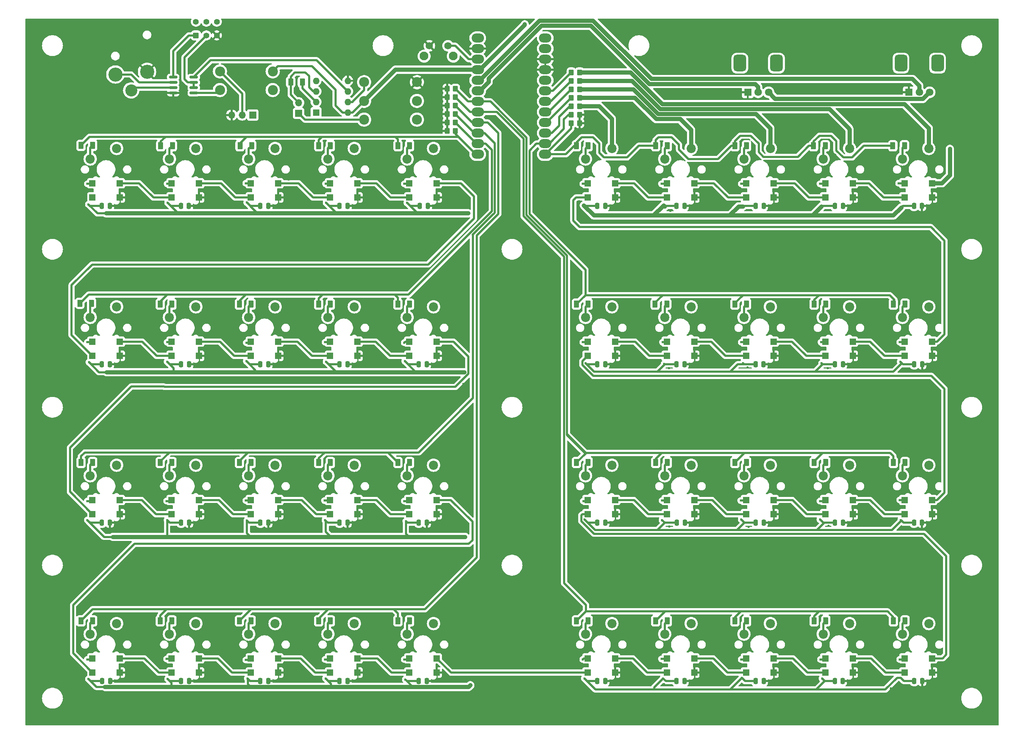
<source format=gbl>
G04 #@! TF.GenerationSoftware,KiCad,Pcbnew,8.0.6*
G04 #@! TF.CreationDate,2024-11-09T01:20:35+01:00*
G04 #@! TF.ProjectId,DMX_MIDI_FIGHTER,444d585f-4d49-4444-995f-464947485445,rev?*
G04 #@! TF.SameCoordinates,Original*
G04 #@! TF.FileFunction,Copper,L2,Bot*
G04 #@! TF.FilePolarity,Positive*
%FSLAX46Y46*%
G04 Gerber Fmt 4.6, Leading zero omitted, Abs format (unit mm)*
G04 Created by KiCad (PCBNEW 8.0.6) date 2024-11-09 01:20:35*
%MOMM*%
%LPD*%
G01*
G04 APERTURE LIST*
G04 Aperture macros list*
%AMRoundRect*
0 Rectangle with rounded corners*
0 $1 Rounding radius*
0 $2 $3 $4 $5 $6 $7 $8 $9 X,Y pos of 4 corners*
0 Add a 4 corners polygon primitive as box body*
4,1,4,$2,$3,$4,$5,$6,$7,$8,$9,$2,$3,0*
0 Add four circle primitives for the rounded corners*
1,1,$1+$1,$2,$3*
1,1,$1+$1,$4,$5*
1,1,$1+$1,$6,$7*
1,1,$1+$1,$8,$9*
0 Add four rect primitives between the rounded corners*
20,1,$1+$1,$2,$3,$4,$5,0*
20,1,$1+$1,$4,$5,$6,$7,0*
20,1,$1+$1,$6,$7,$8,$9,0*
20,1,$1+$1,$8,$9,$2,$3,0*%
G04 Aperture macros list end*
G04 #@! TA.AperFunction,ComponentPad*
%ADD10C,2.200000*%
G04 #@! TD*
G04 #@! TA.AperFunction,SMDPad,CuDef*
%ADD11R,1.500000X1.500000*%
G04 #@! TD*
G04 #@! TA.AperFunction,ComponentPad*
%ADD12R,1.800000X1.800000*%
G04 #@! TD*
G04 #@! TA.AperFunction,ComponentPad*
%ADD13C,1.800000*%
G04 #@! TD*
G04 #@! TA.AperFunction,ComponentPad*
%ADD14RoundRect,0.750000X0.750000X-1.250000X0.750000X1.250000X-0.750000X1.250000X-0.750000X-1.250000X0*%
G04 #@! TD*
G04 #@! TA.AperFunction,ComponentPad*
%ADD15R,1.700000X1.700000*%
G04 #@! TD*
G04 #@! TA.AperFunction,ComponentPad*
%ADD16O,1.700000X1.700000*%
G04 #@! TD*
G04 #@! TA.AperFunction,ComponentPad*
%ADD17C,2.100000*%
G04 #@! TD*
G04 #@! TA.AperFunction,ComponentPad*
%ADD18C,1.750000*%
G04 #@! TD*
G04 #@! TA.AperFunction,ComponentPad*
%ADD19C,3.400000*%
G04 #@! TD*
G04 #@! TA.AperFunction,ComponentPad*
%ADD20C,2.900000*%
G04 #@! TD*
G04 #@! TA.AperFunction,SMDPad,CuDef*
%ADD21RoundRect,0.250000X-0.375000X-0.625000X0.375000X-0.625000X0.375000X0.625000X-0.375000X0.625000X0*%
G04 #@! TD*
G04 #@! TA.AperFunction,ComponentPad*
%ADD22RoundRect,0.250000X-0.450000X-0.450000X0.450000X-0.450000X0.450000X0.450000X-0.450000X0.450000X0*%
G04 #@! TD*
G04 #@! TA.AperFunction,ComponentPad*
%ADD23C,1.400000*%
G04 #@! TD*
G04 #@! TA.AperFunction,SMDPad,CuDef*
%ADD24RoundRect,0.250000X0.350000X0.450000X-0.350000X0.450000X-0.350000X-0.450000X0.350000X-0.450000X0*%
G04 #@! TD*
G04 #@! TA.AperFunction,ComponentPad*
%ADD25O,3.000000X2.200000*%
G04 #@! TD*
G04 #@! TA.AperFunction,SMDPad,CuDef*
%ADD26RoundRect,0.250000X-0.250000X-0.475000X0.250000X-0.475000X0.250000X0.475000X-0.250000X0.475000X0*%
G04 #@! TD*
G04 #@! TA.AperFunction,SMDPad,CuDef*
%ADD27RoundRect,0.250000X0.375000X0.625000X-0.375000X0.625000X-0.375000X-0.625000X0.375000X-0.625000X0*%
G04 #@! TD*
G04 #@! TA.AperFunction,ComponentPad*
%ADD28R,1.600000X1.600000*%
G04 #@! TD*
G04 #@! TA.AperFunction,ComponentPad*
%ADD29O,1.600000X1.600000*%
G04 #@! TD*
G04 #@! TA.AperFunction,SMDPad,CuDef*
%ADD30RoundRect,0.250000X-0.350000X-0.450000X0.350000X-0.450000X0.350000X0.450000X-0.350000X0.450000X0*%
G04 #@! TD*
G04 #@! TA.AperFunction,SMDPad,CuDef*
%ADD31RoundRect,0.150000X0.825000X0.150000X-0.825000X0.150000X-0.825000X-0.150000X0.825000X-0.150000X0*%
G04 #@! TD*
G04 #@! TA.AperFunction,ComponentPad*
%ADD32C,2.400000*%
G04 #@! TD*
G04 #@! TA.AperFunction,ComponentPad*
%ADD33O,2.400000X2.400000*%
G04 #@! TD*
G04 #@! TA.AperFunction,ViaPad*
%ADD34C,0.600000*%
G04 #@! TD*
G04 #@! TA.AperFunction,Conductor*
%ADD35C,0.500000*%
G04 #@! TD*
G04 #@! TA.AperFunction,Conductor*
%ADD36C,1.000000*%
G04 #@! TD*
G04 APERTURE END LIST*
D10*
X103187500Y-202565000D03*
X109537500Y-200025000D03*
D11*
X103695500Y-208407000D03*
X103695500Y-211836000D03*
X110299500Y-208407000D03*
X110299500Y-211836000D03*
D10*
X260350000Y-126365000D03*
X266700000Y-123825000D03*
D11*
X260858000Y-132207000D03*
X260858000Y-135636000D03*
X267462000Y-132207000D03*
X267462000Y-135636000D03*
D12*
X223179000Y-72217000D03*
D13*
X225679000Y-72217000D03*
X228179000Y-72217000D03*
D14*
X221279000Y-65217000D03*
X230079000Y-65217000D03*
D10*
X103187500Y-164465000D03*
X109537500Y-161925000D03*
D11*
X103695500Y-170307000D03*
X103695500Y-173736000D03*
X110299500Y-170307000D03*
X110299500Y-173736000D03*
D10*
X222250000Y-126365000D03*
X228600000Y-123825000D03*
D11*
X222758000Y-132207000D03*
X222758000Y-135636000D03*
X229362000Y-132207000D03*
X229362000Y-135636000D03*
D10*
X141287500Y-88265000D03*
X147637500Y-85725000D03*
D11*
X141795500Y-94107000D03*
X141795500Y-97536000D03*
X148399500Y-94107000D03*
X148399500Y-97536000D03*
D10*
X84137500Y-88265000D03*
X90487500Y-85725000D03*
D11*
X84645500Y-94107000D03*
X84645500Y-97536000D03*
X91249500Y-94107000D03*
X91249500Y-97536000D03*
D10*
X184150000Y-202565000D03*
X190500000Y-200025000D03*
D11*
X184658000Y-208407000D03*
X184658000Y-211836000D03*
X191262000Y-208407000D03*
X191262000Y-211836000D03*
D15*
X115190000Y-77279000D03*
D16*
X115190000Y-74739000D03*
D10*
X141287500Y-126365000D03*
X147637500Y-123825000D03*
D11*
X141795500Y-132207000D03*
X141795500Y-135636000D03*
X148399500Y-132207000D03*
X148399500Y-135636000D03*
D10*
X260350000Y-88265000D03*
X266700000Y-85725000D03*
D11*
X260858000Y-94107000D03*
X260858000Y-97536000D03*
X267462000Y-94107000D03*
X267462000Y-97536000D03*
D10*
X203200000Y-202565000D03*
X209550000Y-200025000D03*
D11*
X203708000Y-208407000D03*
X203708000Y-211836000D03*
X210312000Y-208407000D03*
X210312000Y-211836000D03*
D10*
X222250000Y-88265000D03*
X228600000Y-85725000D03*
D11*
X222758000Y-94107000D03*
X222758000Y-97536000D03*
X229362000Y-94107000D03*
X229362000Y-97536000D03*
D10*
X84137500Y-164465000D03*
X90487500Y-161925000D03*
D11*
X84645500Y-170307000D03*
X84645500Y-173736000D03*
X91249500Y-170307000D03*
X91249500Y-173736000D03*
D10*
X184150000Y-88265000D03*
X190500000Y-85725000D03*
D11*
X184658000Y-94107000D03*
X184658000Y-97536000D03*
X191262000Y-94107000D03*
X191262000Y-97536000D03*
D10*
X260350000Y-164465000D03*
X266700000Y-161925000D03*
D11*
X260858000Y-170307000D03*
X260858000Y-173736000D03*
X267462000Y-170307000D03*
X267462000Y-173736000D03*
D10*
X241300000Y-126365000D03*
X247650000Y-123825000D03*
D11*
X241808000Y-132207000D03*
X241808000Y-135636000D03*
X248412000Y-132207000D03*
X248412000Y-135636000D03*
D10*
X103187500Y-126365000D03*
X109537500Y-123825000D03*
D11*
X103695500Y-132207000D03*
X103695500Y-135636000D03*
X110299500Y-132207000D03*
X110299500Y-135636000D03*
D10*
X122237500Y-164465000D03*
X128587500Y-161925000D03*
D11*
X122745500Y-170307000D03*
X122745500Y-173736000D03*
X129349500Y-170307000D03*
X129349500Y-173736000D03*
D10*
X65087500Y-126365000D03*
X71437500Y-123825000D03*
D11*
X65595500Y-132207000D03*
X65595500Y-135636000D03*
X72199500Y-132207000D03*
X72199500Y-135636000D03*
D15*
X104156000Y-77683000D03*
D16*
X101616000Y-77683000D03*
X99076000Y-77683000D03*
D10*
X122237500Y-202565000D03*
X128587500Y-200025000D03*
D11*
X122745500Y-208407000D03*
X122745500Y-211836000D03*
X129349500Y-208407000D03*
X129349500Y-211836000D03*
D10*
X241300000Y-164465000D03*
X247650000Y-161925000D03*
D11*
X241808000Y-170307000D03*
X241808000Y-173736000D03*
X248412000Y-170307000D03*
X248412000Y-173736000D03*
D10*
X84137500Y-202565000D03*
X90487500Y-200025000D03*
D11*
X84645500Y-208407000D03*
X84645500Y-211836000D03*
X91249500Y-208407000D03*
X91249500Y-211836000D03*
D10*
X122237500Y-88265000D03*
X128587500Y-85725000D03*
D11*
X122745500Y-94107000D03*
X122745500Y-97536000D03*
X129349500Y-94107000D03*
X129349500Y-97536000D03*
D10*
X260350000Y-202565000D03*
X266700000Y-200025000D03*
D11*
X260858000Y-208407000D03*
X260858000Y-211836000D03*
X267462000Y-208407000D03*
X267462000Y-211836000D03*
D10*
X122237500Y-126365000D03*
X128587500Y-123825000D03*
D11*
X122745500Y-132207000D03*
X122745500Y-135636000D03*
X129349500Y-132207000D03*
X129349500Y-135636000D03*
D10*
X241300000Y-88265000D03*
X247650000Y-85725000D03*
D11*
X241808000Y-94107000D03*
X241808000Y-97536000D03*
X248412000Y-94107000D03*
X248412000Y-97536000D03*
D10*
X203200000Y-88265000D03*
X209550000Y-85725000D03*
D11*
X203708000Y-94107000D03*
X203708000Y-97536000D03*
X210312000Y-94107000D03*
X210312000Y-97536000D03*
D10*
X84137500Y-126365000D03*
X90487500Y-123825000D03*
D11*
X84645500Y-132207000D03*
X84645500Y-135636000D03*
X91249500Y-132207000D03*
X91249500Y-135636000D03*
D10*
X65087500Y-202565000D03*
X71437500Y-200025000D03*
D11*
X65595500Y-208407000D03*
X65595500Y-211836000D03*
X72199500Y-208407000D03*
X72199500Y-211836000D03*
D10*
X203200000Y-164465000D03*
X209550000Y-161925000D03*
D11*
X203708000Y-170307000D03*
X203708000Y-173736000D03*
X210312000Y-170307000D03*
X210312000Y-173736000D03*
D10*
X65087500Y-88265000D03*
X71437500Y-85725000D03*
D11*
X65595500Y-94107000D03*
X65595500Y-97536000D03*
X72199500Y-94107000D03*
X72199500Y-97536000D03*
D10*
X184150000Y-126365000D03*
X190500000Y-123825000D03*
D11*
X184658000Y-132207000D03*
X184658000Y-135636000D03*
X191262000Y-132207000D03*
X191262000Y-135636000D03*
D12*
X261914000Y-72217000D03*
D13*
X264414000Y-72217000D03*
X266914000Y-72217000D03*
D14*
X260014000Y-65217000D03*
X268814000Y-65217000D03*
D10*
X241300000Y-202565000D03*
X247650000Y-200025000D03*
D11*
X241808000Y-208407000D03*
X241808000Y-211836000D03*
X248412000Y-208407000D03*
X248412000Y-211836000D03*
D10*
X141287500Y-164465000D03*
X147637500Y-161925000D03*
D11*
X141795500Y-170307000D03*
X141795500Y-173736000D03*
X148399500Y-170307000D03*
X148399500Y-173736000D03*
D10*
X203200000Y-126365000D03*
X209550000Y-123825000D03*
D11*
X203708000Y-132207000D03*
X203708000Y-135636000D03*
X210312000Y-132207000D03*
X210312000Y-135636000D03*
D10*
X141287500Y-202565000D03*
X147637500Y-200025000D03*
D11*
X141795500Y-208407000D03*
X141795500Y-211836000D03*
X148399500Y-208407000D03*
X148399500Y-211836000D03*
D10*
X103187500Y-88265000D03*
X109537500Y-85725000D03*
D11*
X103695500Y-94107000D03*
X103695500Y-97536000D03*
X110299500Y-94107000D03*
X110299500Y-97536000D03*
D10*
X65087500Y-164465000D03*
X71437500Y-161925000D03*
D11*
X65595500Y-170307000D03*
X65595500Y-173736000D03*
X72199500Y-170307000D03*
X72199500Y-173736000D03*
D10*
X222250000Y-164465000D03*
X228600000Y-161925000D03*
D11*
X222758000Y-170307000D03*
X222758000Y-173736000D03*
X229362000Y-170307000D03*
X229362000Y-173736000D03*
D10*
X222250000Y-202565000D03*
X228600000Y-200025000D03*
D11*
X222758000Y-208407000D03*
X222758000Y-211836000D03*
X229362000Y-208407000D03*
X229362000Y-211836000D03*
D10*
X184150000Y-164465000D03*
X190500000Y-161925000D03*
D11*
X184658000Y-170307000D03*
X184658000Y-173736000D03*
X191262000Y-170307000D03*
X191262000Y-173736000D03*
D17*
X152369000Y-63527500D03*
X145359000Y-63527500D03*
D18*
X151119000Y-61037500D03*
X146619000Y-61037500D03*
D19*
X78740000Y-67310000D03*
X71120000Y-67945000D03*
D20*
X74930000Y-71760000D03*
D21*
X200908000Y-123190000D03*
X203708000Y-123190000D03*
D22*
X90504000Y-58545000D03*
D23*
X93004000Y-58545000D03*
X95504000Y-58545000D03*
X95504000Y-55245000D03*
X93004000Y-55245000D03*
X90504000Y-55245000D03*
D24*
X152892000Y-79502000D03*
X150892000Y-79502000D03*
X182753000Y-69469000D03*
X180753000Y-69469000D03*
D21*
X120012000Y-199390000D03*
X122812000Y-199390000D03*
D25*
X174490000Y-59182000D03*
X174490000Y-61722000D03*
X174490000Y-64262000D03*
X174490000Y-66802000D03*
X174490000Y-69342000D03*
X174490000Y-71882000D03*
X174490000Y-74422000D03*
X174490000Y-76962000D03*
X174490000Y-79502000D03*
X174490000Y-82042000D03*
X174490000Y-84582000D03*
X174490000Y-87122000D03*
X158250000Y-59182000D03*
X158250000Y-61722000D03*
X158250000Y-64262000D03*
X158250000Y-66802000D03*
X158250000Y-69342000D03*
X158250000Y-71882000D03*
X158250000Y-74422000D03*
X158250000Y-76962000D03*
X158250000Y-79502000D03*
X158250000Y-82042000D03*
X158250000Y-84582000D03*
X158250000Y-87122000D03*
D21*
X120012000Y-161290000D03*
X122812000Y-161290000D03*
X220088000Y-199390000D03*
X222888000Y-199390000D03*
D24*
X152892000Y-77470000D03*
X150892000Y-77470000D03*
X182753000Y-71501000D03*
X180753000Y-71501000D03*
D26*
X244160000Y-99568000D03*
X246060000Y-99568000D03*
D21*
X101092000Y-85090000D03*
X103892000Y-85090000D03*
D27*
X116090000Y-69779000D03*
X113290000Y-69779000D03*
D28*
X119390000Y-77079000D03*
D29*
X119390000Y-74539000D03*
X119390000Y-71999000D03*
X119390000Y-69459000D03*
X127010000Y-69459000D03*
X127010000Y-71999000D03*
X127010000Y-74539000D03*
X127010000Y-77079000D03*
D21*
X201038000Y-199390000D03*
X203838000Y-199390000D03*
X82036000Y-85090000D03*
X84836000Y-85090000D03*
D26*
X105984000Y-175768000D03*
X107884000Y-175768000D03*
D24*
X152892000Y-71374000D03*
X150892000Y-71374000D03*
D26*
X206126000Y-175768000D03*
X208026000Y-175768000D03*
D21*
X100962000Y-199390000D03*
X103762000Y-199390000D03*
X258058000Y-85090000D03*
X260858000Y-85090000D03*
D30*
X180737000Y-77597000D03*
X182737000Y-77597000D03*
D21*
X181988000Y-161290000D03*
X184788000Y-161290000D03*
D26*
X225110000Y-99568000D03*
X227010000Y-99568000D03*
D21*
X220088000Y-85090000D03*
X222888000Y-85090000D03*
D26*
X187010000Y-99568000D03*
X188910000Y-99568000D03*
D21*
X120012000Y-123190000D03*
X122812000Y-123190000D03*
D31*
X89975000Y-68595000D03*
X89975000Y-69865000D03*
X89975000Y-71135000D03*
X89975000Y-72405000D03*
X85025000Y-72405000D03*
X85025000Y-71135000D03*
X85025000Y-69865000D03*
X85025000Y-68595000D03*
D26*
X86934000Y-175768000D03*
X88834000Y-175768000D03*
X144084000Y-213868000D03*
X145984000Y-213868000D03*
D21*
X258188000Y-123190000D03*
X260988000Y-123190000D03*
X181988000Y-199390000D03*
X184788000Y-199390000D03*
D26*
X67884000Y-137668000D03*
X69784000Y-137668000D03*
D24*
X152892000Y-73406000D03*
X150892000Y-73406000D03*
D21*
X81912000Y-199390000D03*
X84712000Y-199390000D03*
D26*
X206060000Y-99568000D03*
X207960000Y-99568000D03*
X105984000Y-137668000D03*
X107884000Y-137668000D03*
D21*
X139062000Y-199390000D03*
X141862000Y-199390000D03*
X62862000Y-161290000D03*
X65662000Y-161290000D03*
X239008000Y-85090000D03*
X241808000Y-85090000D03*
X81912000Y-161290000D03*
X84712000Y-161290000D03*
D26*
X67884000Y-175768000D03*
X69784000Y-175768000D03*
X86934000Y-137668000D03*
X88834000Y-137668000D03*
X125034000Y-137668000D03*
X126934000Y-137668000D03*
D21*
X239138000Y-199390000D03*
X241938000Y-199390000D03*
X239138000Y-123190000D03*
X241938000Y-123190000D03*
X220088000Y-123190000D03*
X222888000Y-123190000D03*
X258188000Y-161290000D03*
X260988000Y-161290000D03*
D26*
X263144000Y-175768000D03*
X265044000Y-175768000D03*
D32*
X130937000Y-78795000D03*
D33*
X143637000Y-78795000D03*
D26*
X86868000Y-99568000D03*
X88768000Y-99568000D03*
D24*
X152892000Y-81534000D03*
X150892000Y-81534000D03*
D21*
X220088000Y-161290000D03*
X222888000Y-161290000D03*
X181988000Y-85090000D03*
X184788000Y-85090000D03*
X100962000Y-161290000D03*
X103762000Y-161290000D03*
D26*
X263210000Y-137668000D03*
X265110000Y-137668000D03*
D24*
X182753000Y-73533000D03*
X180753000Y-73533000D03*
D21*
X62862000Y-85000000D03*
X65662000Y-85000000D03*
D26*
X225044000Y-137668000D03*
X226944000Y-137668000D03*
D21*
X81912000Y-123190000D03*
X84712000Y-123190000D03*
D24*
X152892000Y-75438000D03*
X150892000Y-75438000D03*
D26*
X263210000Y-213868000D03*
X265110000Y-213868000D03*
X225110000Y-213868000D03*
X227010000Y-213868000D03*
D32*
X108966000Y-71683000D03*
D33*
X96266000Y-71683000D03*
D26*
X244094000Y-213868000D03*
X245994000Y-213868000D03*
X86934000Y-213868000D03*
X88834000Y-213868000D03*
X144084000Y-137668000D03*
X145984000Y-137668000D03*
D32*
X108966000Y-67183000D03*
D33*
X96266000Y-67183000D03*
D24*
X182737000Y-75565000D03*
X180737000Y-75565000D03*
D21*
X62600000Y-123000000D03*
X65400000Y-123000000D03*
D26*
X105984000Y-213868000D03*
X107884000Y-213868000D03*
D21*
X239138000Y-161290000D03*
X241938000Y-161290000D03*
D26*
X125034000Y-99568000D03*
X126934000Y-99568000D03*
D21*
X120012000Y-85090000D03*
X122812000Y-85090000D03*
D26*
X125034000Y-213868000D03*
X126934000Y-213868000D03*
D21*
X139062000Y-85090000D03*
X141862000Y-85090000D03*
D26*
X225110000Y-175768000D03*
X227010000Y-175768000D03*
X187010000Y-175768000D03*
X188910000Y-175768000D03*
X105984000Y-99568000D03*
X107884000Y-99568000D03*
D21*
X139062000Y-161290000D03*
X141862000Y-161290000D03*
D26*
X263144000Y-99568000D03*
X265044000Y-99568000D03*
X125034000Y-175768000D03*
X126934000Y-175768000D03*
D21*
X100962000Y-123190000D03*
X103762000Y-123190000D03*
D30*
X180737000Y-79629000D03*
X182737000Y-79629000D03*
D26*
X144338000Y-99568000D03*
X146238000Y-99568000D03*
X187010000Y-213868000D03*
X188910000Y-213868000D03*
X206060000Y-137668000D03*
X207960000Y-137668000D03*
X144084000Y-175768000D03*
X145984000Y-175768000D03*
X206060000Y-213868000D03*
X207960000Y-213868000D03*
X244160000Y-137668000D03*
X246060000Y-137668000D03*
D24*
X182753000Y-67437000D03*
X180753000Y-67437000D03*
D26*
X244160000Y-175768000D03*
X246060000Y-175768000D03*
D21*
X181988000Y-123190000D03*
X184788000Y-123190000D03*
X139062000Y-123190000D03*
X141862000Y-123190000D03*
D32*
X143637000Y-69795000D03*
D33*
X130937000Y-69795000D03*
D26*
X67884000Y-99568000D03*
X69784000Y-99568000D03*
D21*
X258188000Y-199390000D03*
X260988000Y-199390000D03*
D32*
X130937000Y-74295000D03*
D33*
X143637000Y-74295000D03*
D21*
X62862000Y-199390000D03*
X65662000Y-199390000D03*
X201038000Y-85090000D03*
X203838000Y-85090000D03*
D26*
X187010000Y-137668000D03*
X188910000Y-137668000D03*
X67950000Y-213868000D03*
X69850000Y-213868000D03*
D21*
X201038000Y-161290000D03*
X203838000Y-161290000D03*
D34*
X237363000Y-205105000D03*
X169672000Y-214376000D03*
X256159000Y-204724000D03*
X179197000Y-216027000D03*
X99187000Y-128905000D03*
X212471000Y-92456000D03*
X85598000Y-110998000D03*
X171577000Y-60325000D03*
X78740000Y-98425000D03*
X79883000Y-176530000D03*
X155829000Y-98425000D03*
X251460000Y-173228000D03*
X181864000Y-118491000D03*
X102743000Y-110998000D03*
X92964000Y-96012000D03*
X269621000Y-96901000D03*
X117856000Y-213106000D03*
X135890000Y-89408000D03*
X92710000Y-98806000D03*
X161671000Y-60198000D03*
X269875000Y-140843000D03*
X138938000Y-68199000D03*
X93472000Y-172847000D03*
X212471000Y-135636000D03*
X175387000Y-141351000D03*
X267843000Y-74549000D03*
X132207000Y-97028000D03*
X165989000Y-56515000D03*
X260477000Y-218948000D03*
X84074000Y-117475000D03*
X102616000Y-63119000D03*
X131953000Y-172720000D03*
X91567000Y-141605000D03*
X70993000Y-149098000D03*
X268097000Y-138684000D03*
X136652000Y-70485000D03*
X97536000Y-98679000D03*
X229108000Y-214122000D03*
X222250000Y-148463000D03*
X230251000Y-138303000D03*
X231013000Y-100076000D03*
X141351000Y-186690000D03*
X254762000Y-81407000D03*
X173228000Y-97917000D03*
X91694000Y-73660000D03*
X118364000Y-176022000D03*
X118999000Y-80645000D03*
X267970000Y-101600000D03*
X193040000Y-176403000D03*
X129159000Y-141605000D03*
X148336000Y-117475000D03*
X112776000Y-93218000D03*
X192278000Y-213868000D03*
X131445000Y-134620000D03*
X65024000Y-105918000D03*
X136017000Y-99314000D03*
X126873000Y-65913000D03*
X139827000Y-111252000D03*
X225679000Y-64897000D03*
X250698000Y-96647000D03*
X155067000Y-61341000D03*
X222250000Y-218059000D03*
X137287000Y-141351000D03*
X130429000Y-177038000D03*
X247650000Y-77216000D03*
X93599000Y-93091000D03*
X218059000Y-166624000D03*
X259842000Y-77216000D03*
X216535000Y-81534000D03*
X224536000Y-110236000D03*
X229235000Y-89281000D03*
X69469000Y-189103000D03*
X130683000Y-137287000D03*
X197739000Y-126873000D03*
X104394000Y-186563000D03*
X132207000Y-210693000D03*
X241046000Y-77851000D03*
X235839000Y-89535000D03*
X116078000Y-86360000D03*
X78105000Y-86233000D03*
X118364000Y-98552000D03*
X228473000Y-99822000D03*
X268605000Y-144272000D03*
X266827000Y-69850000D03*
X149733000Y-98933000D03*
X93726000Y-69469000D03*
X113030000Y-210693000D03*
X65151000Y-182499000D03*
X130937000Y-61468000D03*
X138176000Y-213741000D03*
X228346000Y-77851000D03*
X104902000Y-66929000D03*
X266319000Y-142240000D03*
X237744000Y-137541000D03*
X187325000Y-186817000D03*
X70485000Y-117475000D03*
X151765000Y-84963000D03*
X191262000Y-95758000D03*
X157607000Y-92583000D03*
X131064000Y-92710000D03*
X273431000Y-138811000D03*
X243205000Y-148336000D03*
X248158000Y-214503000D03*
X93726000Y-210566000D03*
X111506000Y-177038000D03*
X176784000Y-193802000D03*
X69723000Y-219075000D03*
X124968000Y-151003000D03*
X253873000Y-70612000D03*
X170180000Y-209550000D03*
X217805000Y-137541000D03*
X242824000Y-110363000D03*
X211709000Y-126111000D03*
X147193000Y-75946000D03*
X245364000Y-72009000D03*
X186436000Y-81153000D03*
X107188000Y-116840000D03*
X253746000Y-66802000D03*
X87376000Y-71247000D03*
X248412000Y-95758000D03*
X83185000Y-67183000D03*
X168021000Y-91948000D03*
X82677000Y-72898000D03*
X68453000Y-110998000D03*
X243332000Y-103378000D03*
X205486000Y-103378000D03*
X212090000Y-138049000D03*
X64262000Y-144272000D03*
X191770000Y-55880000D03*
X74676000Y-172720000D03*
X125857000Y-85979000D03*
X250063000Y-126238000D03*
X225044000Y-103378000D03*
X86868000Y-219202000D03*
X274066000Y-131064000D03*
X80137000Y-128270000D03*
X175895000Y-157226000D03*
X81153000Y-141478000D03*
X155067000Y-65151000D03*
X118110000Y-61214000D03*
X180213000Y-204851000D03*
X204343000Y-176657000D03*
X164592000Y-90297000D03*
X255397000Y-127381000D03*
X247523000Y-99822000D03*
X187579000Y-148717000D03*
X193929000Y-134493000D03*
X198120000Y-89916000D03*
X113030000Y-172339000D03*
X75057000Y-210693000D03*
X80264000Y-166624000D03*
X118237000Y-128651000D03*
X267589000Y-126238000D03*
X249047000Y-137668000D03*
X148844000Y-63754000D03*
X164973000Y-95377000D03*
X155448000Y-176403000D03*
X255270000Y-92456000D03*
X245872000Y-185801000D03*
X255524000Y-213614000D03*
X209677000Y-73152000D03*
X202819000Y-72263000D03*
X139319000Y-116205000D03*
X203708000Y-73279000D03*
X251206000Y-134112000D03*
X216281000Y-99822000D03*
X155448000Y-118872000D03*
X266446000Y-99822000D03*
X144780000Y-217678000D03*
X149860000Y-211709000D03*
X211709000Y-214376000D03*
X119126000Y-141351000D03*
X98552000Y-141605000D03*
X137414000Y-204724000D03*
X208026000Y-71755000D03*
X99822000Y-205486000D03*
X186436000Y-78486000D03*
X217424000Y-127635000D03*
X151384000Y-96139000D03*
X194437000Y-210693000D03*
X93091000Y-213741000D03*
X130175000Y-213741000D03*
X117729000Y-204724000D03*
X236474000Y-99695000D03*
X229870000Y-126238000D03*
X269113000Y-178308000D03*
X150368000Y-92456000D03*
X73152000Y-213995000D03*
X218694000Y-93853000D03*
X217551000Y-175133000D03*
X74168000Y-92837000D03*
X123444000Y-186309000D03*
X267843000Y-88265000D03*
X229362000Y-95758000D03*
X131699000Y-98933000D03*
X182880000Y-101981000D03*
X213106000Y-176276000D03*
X262890000Y-184785000D03*
X68580000Y-124841000D03*
X146050000Y-87630000D03*
X272796000Y-221234000D03*
X213233000Y-173228000D03*
X199390000Y-166497000D03*
X140843000Y-70485000D03*
X80137000Y-213106000D03*
X217170000Y-213868000D03*
X155194000Y-70993000D03*
X197612000Y-81534000D03*
X105029000Y-57404000D03*
X74168000Y-135255000D03*
X138049000Y-81026000D03*
X199136000Y-204343000D03*
X237998000Y-176403000D03*
X145923000Y-141224000D03*
X231902000Y-210439000D03*
X212979000Y-96774000D03*
X191897000Y-126111000D03*
X269875000Y-210820000D03*
X244221000Y-87249000D03*
X257556000Y-215646000D03*
X270002000Y-172720000D03*
X165227000Y-55118000D03*
X109347000Y-77724000D03*
X217424000Y-89281000D03*
X142621000Y-148082000D03*
X262509000Y-147066000D03*
X160274000Y-194564000D03*
X162052000Y-78486000D03*
X260223000Y-177038000D03*
X262255000Y-109728000D03*
X112776000Y-134112000D03*
X209423000Y-99822000D03*
X230886000Y-70485000D03*
X74676000Y-98552000D03*
X159004000Y-101346000D03*
X264414000Y-64770000D03*
X74676000Y-95885000D03*
X93472000Y-136271000D03*
X161544000Y-72644000D03*
X148463000Y-213868000D03*
X213741000Y-210947000D03*
X149479000Y-156718000D03*
X198247000Y-213614000D03*
X204597000Y-100711000D03*
X70739000Y-141732000D03*
X250444000Y-210693000D03*
X242570000Y-176530000D03*
X97282000Y-212471000D03*
X242189000Y-100584000D03*
X137287000Y-128651000D03*
X176530000Y-172720000D03*
X204470000Y-186817000D03*
X92075000Y-177292000D03*
X241681000Y-219837000D03*
X242443000Y-138557000D03*
X273431000Y-141732000D03*
X137414000Y-167005000D03*
X178308000Y-64897000D03*
X87884000Y-149606000D03*
X273050000Y-154686000D03*
X150876000Y-135001000D03*
X204216000Y-138557000D03*
X108331000Y-218821000D03*
X224663000Y-186817000D03*
X147193000Y-78359000D03*
X167386000Y-86360000D03*
X111379000Y-213487000D03*
X207137000Y-110998000D03*
X155575000Y-183007000D03*
X157480000Y-212979000D03*
X211074000Y-100076000D03*
X255905000Y-138303000D03*
X231140000Y-176403000D03*
X232156000Y-72263000D03*
X223393000Y-176784000D03*
X89154000Y-67183000D03*
X256794000Y-99314000D03*
X98044000Y-86360000D03*
X269748000Y-134620000D03*
X271399000Y-81407000D03*
X150241000Y-172720000D03*
X223139000Y-100584000D03*
X273685000Y-172593000D03*
X256413000Y-166624000D03*
X231521000Y-174117000D03*
X164592000Y-68961000D03*
X234061000Y-66548000D03*
X203581000Y-148971000D03*
X65913000Y-78359000D03*
X218440000Y-204597000D03*
X124079000Y-111252000D03*
X274320000Y-99441000D03*
X98806000Y-176403000D03*
X149098000Y-176657000D03*
X83058000Y-188214000D03*
X164719000Y-123317000D03*
X156210000Y-164973000D03*
X141351000Y-57150000D03*
X203962000Y-217297000D03*
X155194000Y-102616000D03*
X274320000Y-115570000D03*
X237236000Y-213487000D03*
X93091000Y-133985000D03*
X232537000Y-134493000D03*
X237363000Y-166370000D03*
X196088000Y-77597000D03*
X170307000Y-68834000D03*
X154813000Y-142367000D03*
X232537000Y-96901000D03*
X236474000Y-127508000D03*
X147193000Y-70739000D03*
X182626000Y-98425000D03*
X112395000Y-97028000D03*
X115062000Y-72136000D03*
X223139000Y-138430000D03*
X167386000Y-159893000D03*
X203073000Y-214630000D03*
X175514000Y-127000000D03*
X68326000Y-86741000D03*
X150241000Y-195199000D03*
X192405000Y-137922000D03*
X138049000Y-176657000D03*
X125222000Y-218440000D03*
X147193000Y-73152000D03*
X197612000Y-99695000D03*
X99187000Y-166878000D03*
X235585000Y-81534000D03*
X118237000Y-167005000D03*
X199263000Y-137541000D03*
X210312000Y-95758000D03*
X122428000Y-72517000D03*
X255397000Y-175768000D03*
X176911000Y-92075000D03*
X147193000Y-81026000D03*
X104775000Y-146939000D03*
X149733000Y-138049000D03*
X198120000Y-176022000D03*
X112776000Y-136906000D03*
X250190000Y-175641000D03*
X193675000Y-171958000D03*
X274066000Y-194310000D03*
X249428000Y-100203000D03*
X190373000Y-99822000D03*
X150622000Y-103378000D03*
X188214000Y-64389000D03*
X175641000Y-115316000D03*
X80391000Y-204724000D03*
X231521000Y-92583000D03*
X73025000Y-137541000D03*
X267462000Y-95758000D03*
X121412000Y-116586000D03*
X112903000Y-98933000D03*
X201041000Y-65151000D03*
X217551000Y-66167000D03*
X237744000Y-93853000D03*
X183769000Y-59436000D03*
X111379000Y-67056000D03*
X111379000Y-141224000D03*
X221869000Y-214884000D03*
X185801000Y-108966000D03*
X73279000Y-177165000D03*
X203073000Y-137541000D03*
X121412000Y-170434000D03*
X183896000Y-175006000D03*
X183515000Y-132334000D03*
X83439000Y-170561000D03*
X64389000Y-94234000D03*
X259715000Y-170307000D03*
X102616000Y-132461000D03*
X102489000Y-208788000D03*
X121793000Y-98806000D03*
X83693000Y-213360000D03*
X241046000Y-213233000D03*
X140589000Y-132461000D03*
X64389000Y-208661000D03*
X83566000Y-137033000D03*
X183642000Y-170561000D03*
X155194000Y-179197000D03*
X140716000Y-136906000D03*
X183515000Y-94234000D03*
X221996000Y-137414000D03*
X221488000Y-170434000D03*
X64643000Y-213360000D03*
X202565000Y-170434000D03*
X259941276Y-213057386D03*
X202438000Y-94234000D03*
X140589000Y-94234000D03*
X240538000Y-175006000D03*
X240919000Y-137414000D03*
X221615000Y-175006000D03*
X121539000Y-175133000D03*
X121539000Y-132334000D03*
X221996000Y-99695000D03*
X240538000Y-94234000D03*
X169545000Y-55880000D03*
X121793000Y-137033000D03*
X121539000Y-208661000D03*
X202565000Y-175133000D03*
X140970000Y-175387000D03*
X102870000Y-213233000D03*
X64389000Y-175133000D03*
X121666000Y-213233000D03*
X260096000Y-99949000D03*
X259842000Y-137033000D03*
X140843000Y-213487000D03*
X183896000Y-213233000D03*
X202438000Y-208534000D03*
X64770000Y-137160000D03*
X240538000Y-170561000D03*
X102743000Y-175260000D03*
X202819000Y-213233000D03*
X221615000Y-132334000D03*
X221615000Y-94234000D03*
X64389000Y-132334000D03*
X259715000Y-132334000D03*
X64389000Y-170561000D03*
X102716481Y-98730467D03*
X183769000Y-99441000D03*
X183515000Y-208661000D03*
X221742000Y-213106000D03*
X259715000Y-208661000D03*
X221615000Y-208661000D03*
X83693000Y-98806000D03*
X121666000Y-94234000D03*
X259969000Y-175133000D03*
X141224000Y-98806000D03*
X202692000Y-132334000D03*
X156464000Y-214884000D03*
X140589000Y-170561000D03*
X83566000Y-132334000D03*
X64643000Y-99187000D03*
X102616000Y-136906000D03*
X155067000Y-139573000D03*
X202946000Y-99441000D03*
X184150000Y-137414000D03*
X155956000Y-101346000D03*
X102489000Y-94107000D03*
X259461000Y-94107000D03*
X240665000Y-208661000D03*
X140589000Y-208661000D03*
X83439000Y-208534000D03*
X240792000Y-132334000D03*
X240919000Y-99695000D03*
X102489000Y-170434000D03*
X83566000Y-94234000D03*
X83566000Y-175133000D03*
X271780000Y-85852000D03*
D35*
X239395000Y-139446000D02*
X241173000Y-137668000D01*
X141986000Y-99568000D02*
X143764000Y-101346000D01*
D36*
X141732000Y-179197000D02*
X122936000Y-179197000D01*
D35*
X125740000Y-77079000D02*
X127010000Y-77079000D01*
X257810000Y-177546000D02*
X260096000Y-175260000D01*
X241554000Y-175768000D02*
X241300000Y-175768000D01*
X186563000Y-215900000D02*
X200660000Y-215900000D01*
D36*
X220980000Y-99695000D02*
X218821000Y-101854000D01*
D35*
X256241339Y-215900000D02*
X259083953Y-213057386D01*
X121666000Y-213233000D02*
X122936000Y-214503000D01*
D36*
X169545000Y-56007000D02*
X169545000Y-55880000D01*
D35*
X260477000Y-137668000D02*
X260223000Y-137414000D01*
X220599000Y-177546000D02*
X220345000Y-177546000D01*
X184404000Y-170561000D02*
X184658000Y-170307000D01*
X122618500Y-170434000D02*
X122745500Y-170307000D01*
X144084000Y-175768000D02*
X141351000Y-175768000D01*
X218948000Y-139446000D02*
X220726000Y-137668000D01*
X67950000Y-213868000D02*
X65151000Y-213868000D01*
D36*
X144300000Y-215293000D02*
X142621000Y-215293000D01*
D35*
X239395000Y-139446000D02*
X258191000Y-139446000D01*
X239776000Y-177546000D02*
X241554000Y-175768000D01*
D36*
X86741000Y-101346000D02*
X68937000Y-101346000D01*
X103632000Y-179197000D02*
X83947000Y-179197000D01*
D35*
X86233000Y-101346000D02*
X86741000Y-101346000D01*
X124079000Y-71628000D02*
X124079000Y-75438000D01*
X241681000Y-213868000D02*
X241046000Y-213233000D01*
X121729500Y-175323500D02*
X121729500Y-177990500D01*
X222504000Y-208661000D02*
X222758000Y-208407000D01*
X141668500Y-94234000D02*
X141795500Y-94107000D01*
X122555000Y-99568000D02*
X121793000Y-98806000D01*
X102489000Y-208788000D02*
X103314500Y-208788000D01*
X263144000Y-99568000D02*
X260477000Y-99568000D01*
X144084000Y-213868000D02*
X141224000Y-213868000D01*
X222377000Y-175768000D02*
X220599000Y-177546000D01*
X225110000Y-213868000D02*
X222504000Y-213868000D01*
D36*
X238760000Y-101854000D02*
X258191000Y-101854000D01*
D35*
X122428000Y-137668000D02*
X121793000Y-137033000D01*
X221615000Y-208661000D02*
X222504000Y-208661000D01*
X141224000Y-213868000D02*
X141224000Y-213896000D01*
X140843000Y-213487000D02*
X141224000Y-213868000D01*
X122555000Y-99568000D02*
X124333000Y-101346000D01*
X121539000Y-132334000D02*
X122618500Y-132334000D01*
X225110000Y-99568000D02*
X222123000Y-99568000D01*
X259715000Y-208661000D02*
X260604000Y-208661000D01*
X125034000Y-213868000D02*
X122301000Y-213868000D01*
D36*
X71247000Y-179197000D02*
X70588000Y-179197000D01*
X229779000Y-73817000D02*
X228179000Y-72217000D01*
D35*
X200787000Y-177546000D02*
X220345000Y-177546000D01*
X122618500Y-94234000D02*
X122745500Y-94107000D01*
X102616000Y-136906000D02*
X104775000Y-139065000D01*
X121539000Y-175133000D02*
X121729500Y-175323500D01*
X244160000Y-175768000D02*
X241554000Y-175768000D01*
X122618500Y-132334000D02*
X122745500Y-132207000D01*
X221615000Y-132334000D02*
X222631000Y-132334000D01*
D36*
X138430000Y-66802000D02*
X130937000Y-74295000D01*
D35*
X85025000Y-62295000D02*
X88775000Y-58545000D01*
D36*
X103632000Y-215293000D02*
X84582000Y-215293000D01*
X158750000Y-66802000D02*
X138430000Y-66802000D01*
D35*
X241046000Y-99568000D02*
X240919000Y-99695000D01*
X64389000Y-132334000D02*
X65468500Y-132334000D01*
X184404000Y-137668000D02*
X184150000Y-137414000D01*
D36*
X104775000Y-139573000D02*
X85090000Y-139573000D01*
D35*
X241681000Y-94234000D02*
X241808000Y-94107000D01*
X103378000Y-137668000D02*
X102616000Y-136906000D01*
X67884000Y-137668000D02*
X65278000Y-137668000D01*
X184150000Y-137414000D02*
X186182000Y-139446000D01*
X102489000Y-170434000D02*
X103568500Y-170434000D01*
D36*
X69469000Y-215293000D02*
X68650000Y-215293000D01*
D35*
X124333000Y-101346000D02*
X124460000Y-101346000D01*
X105984000Y-137668000D02*
X103378000Y-137668000D01*
X65468500Y-94234000D02*
X65595500Y-94107000D01*
X140589000Y-94234000D02*
X141668500Y-94234000D01*
X124079000Y-75438000D02*
X125730000Y-77089000D01*
X84518500Y-94234000D02*
X84645500Y-94107000D01*
X103251000Y-175768000D02*
X102743000Y-175260000D01*
X64389000Y-175133000D02*
X68453000Y-179197000D01*
X88775000Y-58545000D02*
X90504000Y-58545000D01*
X144338000Y-99568000D02*
X141986000Y-99568000D01*
X183515000Y-94234000D02*
X184531000Y-94234000D01*
X206060000Y-213868000D02*
X203454000Y-213868000D01*
X102743000Y-178308000D02*
X103632000Y-179197000D01*
X141478000Y-137668000D02*
X140716000Y-136906000D01*
X183896000Y-213233000D02*
X186563000Y-215900000D01*
X121412000Y-170434000D02*
X122618500Y-170434000D01*
X183515000Y-132334000D02*
X184531000Y-132334000D01*
X184658000Y-208407000D02*
X183769000Y-208407000D01*
X127010000Y-77079000D02*
X128121000Y-77079000D01*
X258191000Y-139446000D02*
X260223000Y-137414000D01*
X240665000Y-208661000D02*
X241554000Y-208661000D01*
X222250000Y-137668000D02*
X221996000Y-137414000D01*
X203581000Y-170434000D02*
X203708000Y-170307000D01*
X187010000Y-175768000D02*
X184658000Y-175768000D01*
X128121000Y-77079000D02*
X128137000Y-77095000D01*
D36*
X218821000Y-101854000D02*
X238760000Y-101854000D01*
D35*
X221742000Y-213106000D02*
X218948000Y-215900000D01*
X260223000Y-137414000D02*
X259842000Y-137033000D01*
X102997000Y-213360000D02*
X102997000Y-214658000D01*
X187010000Y-137668000D02*
X184404000Y-137668000D01*
X202819000Y-213233000D02*
X200660000Y-215392000D01*
X259083953Y-213057386D02*
X259941276Y-213057386D01*
X241173000Y-137668000D02*
X240919000Y-137414000D01*
X200660000Y-215392000D02*
X200660000Y-215900000D01*
X141795500Y-132207000D02*
X140843000Y-132207000D01*
X263144000Y-175768000D02*
X260604000Y-175768000D01*
X240792000Y-132334000D02*
X241681000Y-132334000D01*
X141541500Y-208661000D02*
X141795500Y-208407000D01*
X239649000Y-215900000D02*
X241681000Y-213868000D01*
X244094000Y-213868000D02*
X241681000Y-213868000D01*
X84518500Y-208534000D02*
X84645500Y-208407000D01*
X103505000Y-213868000D02*
X102870000Y-213233000D01*
X67884000Y-175768000D02*
X65024000Y-175768000D01*
X68453000Y-179197000D02*
X71247000Y-179197000D01*
X64643000Y-213360000D02*
X66576000Y-215293000D01*
X83439000Y-208534000D02*
X84518500Y-208534000D01*
X203200000Y-175768000D02*
X202565000Y-175133000D01*
X141541500Y-170561000D02*
X141795500Y-170307000D01*
X83693000Y-98806000D02*
X86233000Y-101346000D01*
D36*
X186182000Y-101854000D02*
X200406000Y-101854000D01*
D35*
X220345000Y-177546000D02*
X239776000Y-177546000D01*
D36*
X266914000Y-72217000D02*
X265314000Y-73817000D01*
D35*
X83439000Y-170561000D02*
X84391500Y-170561000D01*
D36*
X155956000Y-101346000D02*
X143891000Y-101346000D01*
D35*
X85090000Y-138557000D02*
X85090000Y-139573000D01*
X103554014Y-99617014D02*
X105283000Y-101346000D01*
X83566000Y-178816000D02*
X83947000Y-179197000D01*
X143383000Y-139573000D02*
X143891000Y-139573000D01*
X144084000Y-137668000D02*
X141478000Y-137668000D01*
X260604000Y-175768000D02*
X260096000Y-175260000D01*
X128137000Y-77095000D02*
X130937000Y-74295000D01*
X86934000Y-175768000D02*
X84201000Y-175768000D01*
X86868000Y-99568000D02*
X84455000Y-99568000D01*
X122301000Y-213868000D02*
X121666000Y-213233000D01*
X203581000Y-94234000D02*
X203708000Y-94107000D01*
X64770000Y-137160000D02*
X67183000Y-139573000D01*
X125730000Y-77089000D02*
X125740000Y-77079000D01*
X241173000Y-137668000D02*
X244160000Y-137668000D01*
X259715000Y-170307000D02*
X260858000Y-170307000D01*
X64389000Y-94234000D02*
X65468500Y-94234000D01*
X84518500Y-132334000D02*
X84645500Y-132207000D01*
X64643000Y-99187000D02*
X66802000Y-101346000D01*
X222377000Y-175768000D02*
X221615000Y-175006000D01*
X183896000Y-99568000D02*
X183769000Y-99441000D01*
X222631000Y-132334000D02*
X222758000Y-132207000D01*
X85025000Y-68595000D02*
X85025000Y-62295000D01*
D36*
X155194000Y-179197000D02*
X141732000Y-179197000D01*
D35*
X184531000Y-132334000D02*
X184658000Y-132207000D01*
D36*
X122936000Y-179197000D02*
X103632000Y-179197000D01*
D35*
X65024000Y-175768000D02*
X64389000Y-175133000D01*
D36*
X202946000Y-99441000D02*
X200533000Y-101854000D01*
D35*
X105984000Y-175768000D02*
X103251000Y-175768000D01*
X102489000Y-94107000D02*
X103695500Y-94107000D01*
X203200000Y-137668000D02*
X203073000Y-137541000D01*
X66576000Y-215293000D02*
X69469000Y-215293000D01*
X141986000Y-99568000D02*
X141224000Y-98806000D01*
X259461000Y-94107000D02*
X260858000Y-94107000D01*
X140589000Y-170561000D02*
X141541500Y-170561000D01*
X183642000Y-170561000D02*
X184404000Y-170561000D01*
D36*
X200406000Y-101854000D02*
X218821000Y-101854000D01*
D35*
X240538000Y-170561000D02*
X241554000Y-170561000D01*
X84391500Y-170561000D02*
X84645500Y-170307000D01*
D36*
X158750000Y-66802000D02*
X169545000Y-56007000D01*
X83947000Y-179197000D02*
X71247000Y-179197000D01*
D35*
X223139000Y-137668000D02*
X222250000Y-137668000D01*
X206060000Y-99568000D02*
X203073000Y-99568000D01*
X67183000Y-139573000D02*
X70231000Y-139573000D01*
X86934000Y-137668000D02*
X84201000Y-137668000D01*
D36*
X124460000Y-101346000D02*
X105283000Y-101346000D01*
D35*
X203200000Y-175768000D02*
X201422000Y-177546000D01*
X216535000Y-215900000D02*
X239649000Y-215900000D01*
X122174000Y-175768000D02*
X121539000Y-175133000D01*
D36*
X203230000Y-99725000D02*
X202946000Y-99441000D01*
D35*
X202565000Y-170434000D02*
X203581000Y-170434000D01*
D36*
X186182000Y-101854000D02*
X183769000Y-99441000D01*
D35*
X141224000Y-213896000D02*
X142621000Y-215293000D01*
X83693000Y-213360000D02*
X84582000Y-214249000D01*
D36*
X221996000Y-99695000D02*
X220980000Y-99695000D01*
D35*
X102616000Y-132461000D02*
X103441500Y-132461000D01*
X102743000Y-175260000D02*
X102743000Y-178308000D01*
X67884000Y-99568000D02*
X65024000Y-99568000D01*
X202692000Y-132334000D02*
X203581000Y-132334000D01*
X263210000Y-137668000D02*
X260477000Y-137668000D01*
X244160000Y-99568000D02*
X241046000Y-99568000D01*
X105984000Y-99568000D02*
X103554014Y-99568000D01*
X65341500Y-170561000D02*
X65595500Y-170307000D01*
X218948000Y-215900000D02*
X216535000Y-215900000D01*
X84201000Y-175768000D02*
X83566000Y-175133000D01*
X125034000Y-175768000D02*
X122174000Y-175768000D01*
X222123000Y-99568000D02*
X221996000Y-99695000D01*
X206060000Y-137668000D02*
X203200000Y-137668000D01*
X260477000Y-99568000D02*
X260096000Y-99949000D01*
D36*
X142621000Y-215293000D02*
X122936000Y-215293000D01*
D35*
X103568500Y-170434000D02*
X103695500Y-170307000D01*
X125034000Y-99568000D02*
X122555000Y-99568000D01*
D36*
X84582000Y-215293000D02*
X69469000Y-215293000D01*
D35*
X140970000Y-178435000D02*
X141732000Y-179197000D01*
X241554000Y-170561000D02*
X241808000Y-170307000D01*
X241554000Y-208661000D02*
X241808000Y-208407000D01*
D36*
X156055000Y-215293000D02*
X144300000Y-215293000D01*
X265314000Y-73817000D02*
X229779000Y-73817000D01*
D35*
X84201000Y-213868000D02*
X83693000Y-213360000D01*
X103441500Y-132461000D02*
X103695500Y-132207000D01*
X225110000Y-175768000D02*
X222377000Y-175768000D01*
X140843000Y-132207000D02*
X140589000Y-132461000D01*
X187010000Y-213868000D02*
X184531000Y-213868000D01*
X65278000Y-137668000D02*
X64770000Y-137160000D01*
X122491500Y-208661000D02*
X122745500Y-208407000D01*
X65024000Y-99568000D02*
X64643000Y-99187000D01*
X140716000Y-136906000D02*
X143383000Y-139573000D01*
X102997000Y-214658000D02*
X103632000Y-215293000D01*
X239649000Y-215900000D02*
X256241339Y-215900000D01*
X183769000Y-208407000D02*
X183515000Y-208661000D01*
X187010000Y-99568000D02*
X183896000Y-99568000D01*
X260096000Y-175260000D02*
X259969000Y-175133000D01*
X83566000Y-132334000D02*
X84518500Y-132334000D01*
X259715000Y-132334000D02*
X260731000Y-132334000D01*
X184531000Y-94234000D02*
X184658000Y-94107000D01*
D36*
X200533000Y-101854000D02*
X200406000Y-101854000D01*
D35*
X186436000Y-177546000D02*
X200787000Y-177546000D01*
X66802000Y-101346000D02*
X68937000Y-101346000D01*
X202438000Y-208534000D02*
X203581000Y-208534000D01*
X260604000Y-208661000D02*
X260858000Y-208407000D01*
X201422000Y-177546000D02*
X200787000Y-177546000D01*
X122936000Y-214503000D02*
X122936000Y-215293000D01*
X260751890Y-213868000D02*
X259941276Y-213057386D01*
X103554014Y-99568000D02*
X103554014Y-99617014D01*
X218948000Y-139446000D02*
X239395000Y-139446000D01*
X64389000Y-170561000D02*
X65341500Y-170561000D01*
D36*
X124460000Y-139573000D02*
X104775000Y-139573000D01*
D35*
X183896000Y-175006000D02*
X186436000Y-177546000D01*
X221615000Y-94234000D02*
X222631000Y-94234000D01*
X186182000Y-139446000D02*
X200914000Y-139446000D01*
X83566000Y-94234000D02*
X84518500Y-94234000D01*
D36*
X156464000Y-214884000D02*
X156055000Y-215293000D01*
D35*
X124333000Y-139573000D02*
X124460000Y-139573000D01*
X240538000Y-94234000D02*
X241681000Y-94234000D01*
X103314500Y-208788000D02*
X103695500Y-208407000D01*
X102870000Y-213233000D02*
X102997000Y-213360000D01*
X143764000Y-101346000D02*
X143891000Y-101346000D01*
X121793000Y-137033000D02*
X124333000Y-139573000D01*
X203073000Y-99568000D02*
X202946000Y-99441000D01*
D36*
X105283000Y-101346000D02*
X86741000Y-101346000D01*
D35*
X104775000Y-139065000D02*
X104775000Y-139573000D01*
X121729500Y-177990500D02*
X122936000Y-179197000D01*
X140589000Y-208661000D02*
X141541500Y-208661000D01*
X121666000Y-94234000D02*
X122618500Y-94234000D01*
X203581000Y-208534000D02*
X203708000Y-208407000D01*
X222504000Y-213868000D02*
X221742000Y-213106000D01*
X200660000Y-215900000D02*
X216535000Y-215900000D01*
D36*
X155067000Y-139573000D02*
X143891000Y-139573000D01*
D35*
X239776000Y-177546000D02*
X257810000Y-177546000D01*
X65341500Y-208661000D02*
X65595500Y-208407000D01*
X201422000Y-139446000D02*
X203200000Y-137668000D01*
X200914000Y-139446000D02*
X201422000Y-139446000D01*
X222631000Y-170434000D02*
X222758000Y-170307000D01*
X260731000Y-132334000D02*
X260858000Y-132207000D01*
X65151000Y-213868000D02*
X64643000Y-213360000D01*
X110166000Y-65983000D02*
X118434000Y-65983000D01*
X203581000Y-132334000D02*
X203708000Y-132207000D01*
X263210000Y-213868000D02*
X260751890Y-213868000D01*
X184658000Y-175768000D02*
X183896000Y-175006000D01*
X65468500Y-132334000D02*
X65595500Y-132207000D01*
X220726000Y-137668000D02*
X223139000Y-137668000D01*
X118434000Y-65983000D02*
X124079000Y-71628000D01*
D36*
X258191000Y-101854000D02*
X260096000Y-99949000D01*
D35*
X84582000Y-214249000D02*
X84582000Y-215293000D01*
X206126000Y-175768000D02*
X203200000Y-175768000D01*
X184531000Y-213868000D02*
X183896000Y-213233000D01*
D36*
X122936000Y-215293000D02*
X103632000Y-215293000D01*
D35*
X105984000Y-213868000D02*
X103505000Y-213868000D01*
X225044000Y-137668000D02*
X223139000Y-137668000D01*
X140970000Y-175387000D02*
X140970000Y-178435000D01*
X221488000Y-170434000D02*
X222631000Y-170434000D01*
D36*
X143891000Y-139573000D02*
X124460000Y-139573000D01*
X143891000Y-101346000D02*
X124460000Y-101346000D01*
X85090000Y-139573000D02*
X70231000Y-139573000D01*
D35*
X202438000Y-94234000D02*
X203581000Y-94234000D01*
X103554014Y-99568000D02*
X102716481Y-98730467D01*
X83566000Y-175133000D02*
X83566000Y-178816000D01*
X86934000Y-213868000D02*
X84201000Y-213868000D01*
X83566000Y-137033000D02*
X85090000Y-138557000D01*
D36*
X70231000Y-139573000D02*
X69064000Y-139573000D01*
D35*
X200914000Y-139446000D02*
X218948000Y-139446000D01*
X203454000Y-213868000D02*
X202819000Y-213233000D01*
X125034000Y-137668000D02*
X122428000Y-137668000D01*
X84455000Y-99568000D02*
X83693000Y-98806000D01*
D36*
X240919000Y-99695000D02*
X238760000Y-101854000D01*
D35*
X64389000Y-208661000D02*
X65341500Y-208661000D01*
X121539000Y-208661000D02*
X122491500Y-208661000D01*
X141351000Y-175768000D02*
X140970000Y-175387000D01*
X108966000Y-67183000D02*
X110166000Y-65983000D01*
X84201000Y-137668000D02*
X83566000Y-137033000D01*
X241300000Y-175768000D02*
X240538000Y-175006000D01*
X222631000Y-94234000D02*
X222758000Y-94107000D01*
X241681000Y-132334000D02*
X241808000Y-132207000D01*
X65087500Y-85574500D02*
X65662000Y-85000000D01*
X65087500Y-88265000D02*
X65087500Y-85574500D01*
X138557000Y-83058000D02*
X139062000Y-83563000D01*
X157780000Y-87122000D02*
X158750000Y-87122000D01*
X82036000Y-85090000D02*
X82036000Y-84080000D01*
X139062000Y-83563000D02*
X139062000Y-85090000D01*
X120777000Y-82931000D02*
X138176000Y-82931000D01*
X83185000Y-82931000D02*
X102616000Y-82931000D01*
X101092000Y-84455000D02*
X102616000Y-82931000D01*
X120012000Y-85090000D02*
X120012000Y-83696000D01*
X82036000Y-84080000D02*
X83185000Y-82931000D01*
X62862000Y-85000000D02*
X64931000Y-82931000D01*
X64931000Y-82931000D02*
X83185000Y-82931000D01*
X153589000Y-82931000D02*
X154264500Y-83606500D01*
X154264500Y-83606500D02*
X157780000Y-87122000D01*
X152892000Y-81534000D02*
X152892000Y-82234000D01*
X138176000Y-82931000D02*
X153589000Y-82931000D01*
X138557000Y-82931000D02*
X138557000Y-83058000D01*
X138176000Y-82931000D02*
X138557000Y-82931000D01*
X120012000Y-83696000D02*
X120777000Y-82931000D01*
X101092000Y-85090000D02*
X101092000Y-84455000D01*
X102616000Y-82931000D02*
X120777000Y-82931000D01*
X152892000Y-82234000D02*
X154264500Y-83606500D01*
X64696000Y-120904000D02*
X83566000Y-120904000D01*
X120012000Y-121796000D02*
X120904000Y-120904000D01*
X100962000Y-123190000D02*
X100962000Y-122431000D01*
X138303000Y-120904000D02*
X139062000Y-121663000D01*
X158750000Y-84582000D02*
X157972000Y-84582000D01*
X102489000Y-120904000D02*
X120904000Y-120904000D01*
X81912000Y-123190000D02*
X81912000Y-122558000D01*
X81912000Y-122558000D02*
X83566000Y-120904000D01*
X137795000Y-120904000D02*
X138303000Y-120904000D01*
X137795000Y-120904000D02*
X141605000Y-120904000D01*
X160147000Y-84582000D02*
X158750000Y-84582000D01*
X141605000Y-120904000D02*
X161671000Y-100838000D01*
X62600000Y-123000000D02*
X64696000Y-120904000D01*
X139062000Y-121663000D02*
X139062000Y-123190000D01*
X100962000Y-122431000D02*
X102489000Y-120904000D01*
X161671000Y-86106000D02*
X160147000Y-84582000D01*
X157972000Y-84582000D02*
X152892000Y-79502000D01*
X83566000Y-120904000D02*
X102489000Y-120904000D01*
X161671000Y-100838000D02*
X161671000Y-86106000D01*
X120904000Y-120904000D02*
X137795000Y-120904000D01*
X120012000Y-123190000D02*
X120012000Y-121796000D01*
X65087500Y-126365000D02*
X65087500Y-123312500D01*
X65087500Y-123312500D02*
X65400000Y-123000000D01*
X120012000Y-161290000D02*
X120012000Y-160277000D01*
X63754000Y-158877000D02*
X62862000Y-159769000D01*
X102997000Y-158877000D02*
X84074000Y-158877000D01*
X162371000Y-84520000D02*
X162371000Y-101154000D01*
X158750000Y-82042000D02*
X157464000Y-82042000D01*
X81912000Y-161039000D02*
X84074000Y-158877000D01*
X157099000Y-145796000D02*
X144018000Y-158877000D01*
X100962000Y-161290000D02*
X100962000Y-160912000D01*
X121412000Y-158877000D02*
X102997000Y-158877000D01*
X136649000Y-158877000D02*
X121412000Y-158877000D01*
X81912000Y-161290000D02*
X81912000Y-161039000D01*
X120012000Y-160277000D02*
X121412000Y-158877000D01*
X158750000Y-82042000D02*
X159512000Y-82042000D01*
X158750000Y-82042000D02*
X159893000Y-82042000D01*
X159893000Y-82042000D02*
X162371000Y-84520000D01*
X144018000Y-158877000D02*
X136649000Y-158877000D01*
X62862000Y-159769000D02*
X62862000Y-161290000D01*
X162052000Y-101473000D02*
X162025950Y-101473000D01*
X157464000Y-82042000D02*
X152892000Y-77470000D01*
X162371000Y-101154000D02*
X162052000Y-101473000D01*
X84074000Y-158877000D02*
X63754000Y-158877000D01*
X139062000Y-161290000D02*
X136649000Y-158877000D01*
X157022475Y-106476475D02*
X157099000Y-106553000D01*
X100962000Y-160912000D02*
X102997000Y-158877000D01*
X157099000Y-106553000D02*
X157099000Y-145796000D01*
X162025950Y-101473000D02*
X157022475Y-106476475D01*
X65087500Y-161864500D02*
X65662000Y-161290000D01*
X65087500Y-164465000D02*
X65087500Y-161864500D01*
X139062000Y-197609000D02*
X138049000Y-196596000D01*
X103759000Y-196596000D02*
X122301000Y-196596000D01*
X81912000Y-199390000D02*
X81912000Y-198123000D01*
X160655000Y-79502000D02*
X163195000Y-82042000D01*
X157988000Y-106680000D02*
X157988000Y-184150000D01*
X100962000Y-199390000D02*
X100965000Y-199390000D01*
X156956000Y-79502000D02*
X152892000Y-75438000D01*
X157988000Y-184150000D02*
X145542000Y-196596000D01*
X62862000Y-199390000D02*
X65656000Y-196596000D01*
X81912000Y-198123000D02*
X83439000Y-196596000D01*
X65656000Y-196596000D02*
X83439000Y-196596000D01*
X100965000Y-199390000D02*
X103759000Y-196596000D01*
X163195000Y-82042000D02*
X163195000Y-101473000D01*
X120012000Y-199390000D02*
X120012000Y-198885000D01*
X158750000Y-79502000D02*
X156956000Y-79502000D01*
X83439000Y-196596000D02*
X103759000Y-196596000D01*
X158750000Y-79502000D02*
X160655000Y-79502000D01*
X145542000Y-196596000D02*
X138049000Y-196596000D01*
X139062000Y-199390000D02*
X139062000Y-197609000D01*
X120012000Y-198885000D02*
X122301000Y-196596000D01*
X163195000Y-101473000D02*
X157988000Y-106680000D01*
X122301000Y-196596000D02*
X138049000Y-196596000D01*
X65087500Y-202565000D02*
X65087500Y-199964500D01*
X65087500Y-199964500D02*
X65662000Y-199390000D01*
X173990000Y-87122000D02*
X174542031Y-87122000D01*
X225806000Y-84582000D02*
X225806000Y-86614000D01*
X181483000Y-85090000D02*
X179451000Y-87122000D01*
X187452000Y-84582000D02*
X187452000Y-86741000D01*
X181988000Y-84331000D02*
X183261000Y-83058000D01*
X244475000Y-86233000D02*
X246126000Y-87884000D01*
X240411000Y-82677000D02*
X243205000Y-82677000D01*
X223901000Y-82677000D02*
X225806000Y-84582000D01*
X201676000Y-83058000D02*
X204851000Y-83058000D01*
X235204000Y-87757000D02*
X237871000Y-85090000D01*
X221361000Y-82677000D02*
X223901000Y-82677000D01*
X180737000Y-80927031D02*
X180737000Y-79629000D01*
X181988000Y-85090000D02*
X181988000Y-84331000D01*
X185928000Y-83058000D02*
X187452000Y-84582000D01*
X196977000Y-85090000D02*
X201038000Y-85090000D01*
X179451000Y-87122000D02*
X173990000Y-87122000D01*
X226949000Y-87757000D02*
X235204000Y-87757000D01*
X220088000Y-85090000D02*
X220088000Y-83950000D01*
X246126000Y-87884000D02*
X248285000Y-87884000D01*
X220088000Y-83950000D02*
X221361000Y-82677000D01*
X244475000Y-83947000D02*
X244475000Y-86233000D01*
X248285000Y-87884000D02*
X251079000Y-85090000D01*
X204851000Y-83058000D02*
X206629000Y-84836000D01*
X206629000Y-85979000D02*
X208915000Y-88265000D01*
X194183000Y-87884000D02*
X196977000Y-85090000D01*
X201038000Y-85090000D02*
X201038000Y-83696000D01*
X216027000Y-88265000D02*
X219202000Y-85090000D01*
X188595000Y-87884000D02*
X194183000Y-87884000D01*
X225806000Y-86614000D02*
X226949000Y-87757000D01*
X208915000Y-88265000D02*
X216027000Y-88265000D01*
X237871000Y-85090000D02*
X239008000Y-85090000D01*
X251079000Y-85090000D02*
X258058000Y-85090000D01*
X219202000Y-85090000D02*
X220088000Y-85090000D01*
X206629000Y-84836000D02*
X206629000Y-85979000D01*
X239008000Y-84080000D02*
X240411000Y-82677000D01*
X187452000Y-86741000D02*
X188595000Y-87884000D01*
X239008000Y-85090000D02*
X239008000Y-84080000D01*
X183261000Y-83058000D02*
X185928000Y-83058000D01*
X243205000Y-82677000D02*
X244475000Y-83947000D01*
X201038000Y-83696000D02*
X201676000Y-83058000D01*
X181988000Y-85090000D02*
X181483000Y-85090000D01*
X174542031Y-87122000D02*
X180737000Y-80927031D01*
X184150000Y-85728000D02*
X184788000Y-85090000D01*
X184150000Y-88265000D02*
X184150000Y-85728000D01*
X184150000Y-126365000D02*
X184150000Y-123828000D01*
X184150000Y-123828000D02*
X184788000Y-123190000D01*
X175514000Y-84455000D02*
X178943000Y-81026000D01*
X174669031Y-84455000D02*
X174117000Y-84455000D01*
X173990000Y-84582000D02*
X174542031Y-84582000D01*
X184147000Y-121031000D02*
X202692000Y-121031000D01*
X174542031Y-84582000D02*
X174669031Y-84455000D01*
X220088000Y-122939000D02*
X221996000Y-121031000D01*
X170688000Y-101473000D02*
X184147000Y-114932000D01*
X200908000Y-123190000D02*
X200908000Y-122815000D01*
X200908000Y-122815000D02*
X202692000Y-121031000D01*
X257302000Y-121031000D02*
X258445000Y-122174000D01*
X181988000Y-123190000D02*
X184147000Y-121031000D01*
X172339000Y-84582000D02*
X170688000Y-86233000D01*
X258188000Y-122431000D02*
X258188000Y-123190000D01*
X220088000Y-123190000D02*
X220088000Y-122939000D01*
X180086000Y-77597000D02*
X180737000Y-77597000D01*
X239138000Y-123190000D02*
X239138000Y-122177000D01*
X178943000Y-81026000D02*
X178943000Y-78740000D01*
X221996000Y-121031000D02*
X240284000Y-121031000D01*
X174117000Y-84455000D02*
X175514000Y-84455000D01*
X202692000Y-121031000D02*
X221996000Y-121031000D01*
X173990000Y-84582000D02*
X172339000Y-84582000D01*
X170688000Y-86233000D02*
X170688000Y-101473000D01*
X258445000Y-122174000D02*
X258188000Y-122431000D01*
X184147000Y-114932000D02*
X184147000Y-121031000D01*
X239138000Y-122177000D02*
X240284000Y-121031000D01*
X240284000Y-121031000D02*
X257302000Y-121031000D01*
X178943000Y-78740000D02*
X180086000Y-77597000D01*
X173990000Y-84582000D02*
X175260000Y-84582000D01*
X184150000Y-161928000D02*
X184788000Y-161290000D01*
X184150000Y-164465000D02*
X184150000Y-161928000D01*
X158750000Y-74422000D02*
X161290000Y-74422000D01*
X241173000Y-159004000D02*
X257429000Y-159004000D01*
X179705000Y-111479950D02*
X179705000Y-154432000D01*
X258188000Y-159763000D02*
X258188000Y-161290000D01*
X184274000Y-159004000D02*
X202438000Y-159004000D01*
X169988000Y-83120000D02*
X169988000Y-101762950D01*
X161290000Y-74422000D02*
X169988000Y-83120000D01*
X222374000Y-159004000D02*
X222885000Y-159004000D01*
X155940000Y-74422000D02*
X152892000Y-71374000D01*
X220088000Y-161290000D02*
X222374000Y-159004000D01*
X257429000Y-159004000D02*
X258188000Y-159763000D01*
X184148500Y-159129500D02*
X184274000Y-159004000D01*
X158750000Y-74422000D02*
X155940000Y-74422000D01*
X222885000Y-159004000D02*
X241173000Y-159004000D01*
X239138000Y-161290000D02*
X239138000Y-161039000D01*
X184274000Y-159004000D02*
X184274000Y-159001000D01*
X201038000Y-160404000D02*
X202438000Y-159004000D01*
X201038000Y-161290000D02*
X201038000Y-160404000D01*
X239138000Y-161039000D02*
X241173000Y-159004000D01*
X169988000Y-101762950D02*
X179705000Y-111479950D01*
X179705000Y-154432000D02*
X179705000Y-154686000D01*
X202438000Y-159004000D02*
X222885000Y-159004000D01*
X181988000Y-161290000D02*
X184148500Y-159129500D01*
X184274000Y-159001000D02*
X179705000Y-154432000D01*
X179705000Y-154686000D02*
X184148500Y-159129500D01*
X184150000Y-200028000D02*
X184788000Y-199390000D01*
X184150000Y-202565000D02*
X184150000Y-200028000D01*
X201041000Y-199390000D02*
X203327000Y-197104000D01*
X156448000Y-76962000D02*
X152892000Y-73406000D01*
X158750000Y-76962000D02*
X156448000Y-76962000D01*
X239138000Y-198250000D02*
X240284000Y-197104000D01*
X169288000Y-83409950D02*
X162840050Y-76962000D01*
X240284000Y-197104000D02*
X256794000Y-197104000D01*
X181988000Y-199390000D02*
X184274000Y-197104000D01*
X256794000Y-197104000D02*
X258188000Y-198498000D01*
X179005000Y-111769900D02*
X169288000Y-102052900D01*
X220088000Y-198504000D02*
X221488000Y-197104000D01*
X184274000Y-197104000D02*
X203327000Y-197104000D01*
X203327000Y-197104000D02*
X221488000Y-197104000D01*
X258188000Y-198498000D02*
X258188000Y-199390000D01*
X220088000Y-199390000D02*
X220088000Y-198504000D01*
X179005000Y-190308000D02*
X179005000Y-111769900D01*
X221488000Y-197104000D02*
X240284000Y-197104000D01*
X184274000Y-195577000D02*
X179005000Y-190308000D01*
X169288000Y-102052900D02*
X169288000Y-83409950D01*
X184274000Y-197104000D02*
X184274000Y-195577000D01*
X201038000Y-199390000D02*
X201041000Y-199390000D01*
X239138000Y-199390000D02*
X239138000Y-198250000D01*
X162840050Y-76962000D02*
X158750000Y-76962000D01*
X84137500Y-88265000D02*
X84137500Y-85788500D01*
X84137500Y-85788500D02*
X84836000Y-85090000D01*
X84137500Y-123764500D02*
X84712000Y-123190000D01*
X84137500Y-126365000D02*
X84137500Y-123764500D01*
X84137500Y-161864500D02*
X84712000Y-161290000D01*
X84137500Y-164465000D02*
X84137500Y-161864500D01*
X84137500Y-199964500D02*
X84712000Y-199390000D01*
X84137500Y-202565000D02*
X84137500Y-199964500D01*
X203200000Y-88265000D02*
X203200000Y-85728000D01*
X203200000Y-85728000D02*
X203838000Y-85090000D01*
X203200000Y-123698000D02*
X203708000Y-123190000D01*
X203200000Y-126365000D02*
X203200000Y-123698000D01*
X203200000Y-164465000D02*
X203200000Y-161928000D01*
X203200000Y-161928000D02*
X203838000Y-161290000D01*
X203200000Y-202565000D02*
X203200000Y-200028000D01*
X203200000Y-200028000D02*
X203838000Y-199390000D01*
X103187500Y-88265000D02*
X103187500Y-85794500D01*
X103187500Y-85794500D02*
X103892000Y-85090000D01*
X103187500Y-126365000D02*
X103187500Y-123764500D01*
X103187500Y-123764500D02*
X103762000Y-123190000D01*
X103187500Y-161864500D02*
X103762000Y-161290000D01*
X103187500Y-164465000D02*
X103187500Y-161864500D01*
X103187500Y-202565000D02*
X103187500Y-199964500D01*
X103187500Y-199964500D02*
X103762000Y-199390000D01*
X222250000Y-85728000D02*
X222888000Y-85090000D01*
X222250000Y-88265000D02*
X222250000Y-85728000D01*
X222250000Y-123828000D02*
X222888000Y-123190000D01*
X222250000Y-126365000D02*
X222250000Y-123828000D01*
X222250000Y-164465000D02*
X222250000Y-161928000D01*
X222250000Y-161928000D02*
X222888000Y-161290000D01*
X222250000Y-202565000D02*
X222250000Y-200028000D01*
X222250000Y-200028000D02*
X222888000Y-199390000D01*
X122237500Y-88265000D02*
X122237500Y-85664500D01*
X122237500Y-85664500D02*
X122812000Y-85090000D01*
X122237500Y-126365000D02*
X122237500Y-123764500D01*
X122237500Y-123764500D02*
X122812000Y-123190000D01*
X122237500Y-164465000D02*
X122237500Y-161864500D01*
X122237500Y-161864500D02*
X122812000Y-161290000D01*
X122237500Y-199964500D02*
X122812000Y-199390000D01*
X122237500Y-202565000D02*
X122237500Y-199964500D01*
X241300000Y-85598000D02*
X241808000Y-85090000D01*
X241300000Y-88265000D02*
X241300000Y-85598000D01*
X241300000Y-123828000D02*
X241938000Y-123190000D01*
X241300000Y-126365000D02*
X241300000Y-123828000D01*
X241300000Y-161928000D02*
X241938000Y-161290000D01*
X241300000Y-164465000D02*
X241300000Y-161928000D01*
X241300000Y-202565000D02*
X241300000Y-200028000D01*
X241300000Y-200028000D02*
X241938000Y-199390000D01*
X141287500Y-88265000D02*
X141287500Y-85664500D01*
X141287500Y-85664500D02*
X141862000Y-85090000D01*
X141287500Y-123764500D02*
X141862000Y-123190000D01*
X141287500Y-126365000D02*
X141287500Y-123764500D01*
X141287500Y-161864500D02*
X141862000Y-161290000D01*
X141287500Y-164465000D02*
X141287500Y-161864500D01*
X141287500Y-202565000D02*
X141287500Y-199964500D01*
X141287500Y-199964500D02*
X141862000Y-199390000D01*
X260350000Y-85598000D02*
X260858000Y-85090000D01*
X260350000Y-88265000D02*
X260350000Y-85598000D01*
X260350000Y-126365000D02*
X260350000Y-123828000D01*
X260350000Y-123828000D02*
X260988000Y-123190000D01*
X260350000Y-161928000D02*
X260988000Y-161290000D01*
X260350000Y-164465000D02*
X260350000Y-161928000D01*
X260350000Y-202565000D02*
X260350000Y-200028000D01*
X260350000Y-200028000D02*
X260988000Y-199390000D01*
D36*
X190500000Y-78613000D02*
X190500000Y-85725000D01*
X187452000Y-75565000D02*
X190500000Y-78613000D01*
X182737000Y-75565000D02*
X187452000Y-75565000D01*
D35*
X173990000Y-71882000D02*
X176308000Y-71882000D01*
X176308000Y-71882000D02*
X180753000Y-67437000D01*
D36*
X201167776Y-78670000D02*
X206940000Y-78670000D01*
X196030776Y-73533000D02*
X201167776Y-78670000D01*
X206940000Y-78670000D02*
X209550000Y-81280000D01*
X209550000Y-81280000D02*
X209550000Y-85725000D01*
X182753000Y-73533000D02*
X196030776Y-73533000D01*
D35*
X173990000Y-74422000D02*
X175800000Y-74422000D01*
X175800000Y-74422000D02*
X180753000Y-69469000D01*
X173990000Y-76962000D02*
X175292000Y-76962000D01*
X175292000Y-76962000D02*
X180753000Y-71501000D01*
D36*
X225171000Y-77470000D02*
X228600000Y-80899000D01*
X201664832Y-77470000D02*
X225171000Y-77470000D01*
X228600000Y-80899000D02*
X228600000Y-85725000D01*
X195695832Y-71501000D02*
X201664832Y-77470000D01*
X182753000Y-71501000D02*
X195695832Y-71501000D01*
X182753000Y-69469000D02*
X195360888Y-69469000D01*
X247523000Y-80899000D02*
X247523000Y-81026000D01*
X247523000Y-81026000D02*
X247650000Y-81153000D01*
X242881000Y-76257000D02*
X247523000Y-80899000D01*
X195360888Y-69469000D02*
X202148888Y-76257000D01*
X247650000Y-81153000D02*
X247650000Y-85725000D01*
X202148888Y-76257000D02*
X242881000Y-76257000D01*
D35*
X173990000Y-79502000D02*
X174784000Y-79502000D01*
X174784000Y-79502000D02*
X180753000Y-73533000D01*
X173990000Y-82042000D02*
X176022000Y-82042000D01*
X177800000Y-80264000D02*
X177800000Y-78105000D01*
X180340000Y-75565000D02*
X180737000Y-75565000D01*
X177800000Y-78105000D02*
X180340000Y-75565000D01*
X176022000Y-82042000D02*
X177800000Y-80264000D01*
D36*
X202645944Y-75057000D02*
X260858000Y-75057000D01*
X195025944Y-67437000D02*
X202645944Y-75057000D01*
X182753000Y-67437000D02*
X195025944Y-67437000D01*
X260858000Y-75057000D02*
X266700000Y-80899000D01*
X266700000Y-80899000D02*
X266700000Y-85725000D01*
X271780000Y-92202000D02*
X269875000Y-94107000D01*
X271780000Y-85852000D02*
X271780000Y-92202000D01*
X269875000Y-94107000D02*
X267660000Y-94107000D01*
D35*
X151119000Y-61037500D02*
X152858500Y-61037500D01*
X152858500Y-61037500D02*
X156083000Y-64262000D01*
X156083000Y-64262000D02*
X158750000Y-64262000D01*
X117721000Y-68351000D02*
X117721000Y-71018000D01*
X114292000Y-67462000D02*
X116832000Y-67462000D01*
X116832000Y-67462000D02*
X117721000Y-68351000D01*
X113290000Y-69779000D02*
X113290000Y-68464000D01*
X113290000Y-68464000D02*
X114292000Y-67462000D01*
X113290000Y-69779000D02*
X113290000Y-72839000D01*
X113290000Y-72839000D02*
X115190000Y-74739000D01*
X117721000Y-71018000D02*
X118702000Y-71999000D01*
X118702000Y-71999000D02*
X119390000Y-71999000D01*
X116090000Y-71239000D02*
X119390000Y-74539000D01*
X116090000Y-69779000D02*
X116090000Y-71239000D01*
D36*
X225679000Y-70944208D02*
X225679000Y-72217000D01*
X173589056Y-56200000D02*
X185486000Y-56200000D01*
X160868528Y-69763472D02*
X160868528Y-68920528D01*
X199517000Y-70231000D02*
X224965792Y-70231000D01*
X185486000Y-56200000D02*
X199517000Y-70231000D01*
X158750000Y-71882000D02*
X160868528Y-69763472D01*
X224965792Y-70231000D02*
X225679000Y-70944208D01*
X160868528Y-68920528D02*
X173589056Y-56200000D01*
X262790742Y-69031000D02*
X264414000Y-70654258D01*
X173092000Y-55000000D02*
X185983056Y-55000000D01*
X158750000Y-69342000D02*
X173092000Y-55000000D01*
X264414000Y-70654258D02*
X264414000Y-72217000D01*
X185983056Y-55000000D02*
X200014056Y-69031000D01*
X200014056Y-69031000D02*
X262790742Y-69031000D01*
D35*
X85025000Y-69865000D02*
X76850000Y-69865000D01*
X74930000Y-67945000D02*
X71120000Y-67945000D01*
X76850000Y-69865000D02*
X74930000Y-67945000D01*
X75555000Y-71135000D02*
X85025000Y-71135000D01*
X74930000Y-71760000D02*
X75555000Y-71135000D01*
X89975000Y-72405000D02*
X95544000Y-72405000D01*
X95544000Y-72405000D02*
X96266000Y-71683000D01*
X94054000Y-64516000D02*
X119527000Y-64516000D01*
X119527000Y-64516000D02*
X127010000Y-71999000D01*
X89975000Y-68595000D02*
X94054000Y-64516000D01*
X130937000Y-71725000D02*
X130937000Y-69795000D01*
X128107000Y-74555000D02*
X128318500Y-74343500D01*
X128123000Y-74539000D02*
X128318500Y-74343500D01*
X128318500Y-74343500D02*
X130937000Y-71725000D01*
X127010000Y-74539000D02*
X128123000Y-74539000D01*
X116706000Y-78795000D02*
X115190000Y-77279000D01*
X130937000Y-78795000D02*
X116706000Y-78795000D01*
X101616000Y-72533000D02*
X96266000Y-67183000D01*
X101616000Y-77683000D02*
X101616000Y-72533000D01*
X270489300Y-130429700D02*
X268712000Y-132207000D01*
X181229000Y-103124000D02*
X182753000Y-104648000D01*
X270489300Y-107929300D02*
X270489300Y-130429700D01*
X268712000Y-132207000D02*
X267462000Y-132207000D01*
X182753000Y-104648000D02*
X267208000Y-104648000D01*
X181229000Y-98171000D02*
X181229000Y-103124000D01*
X181864000Y-97536000D02*
X181229000Y-98171000D01*
X184658000Y-97536000D02*
X181864000Y-97536000D01*
X267208000Y-104648000D02*
X270489300Y-107929300D01*
X199263000Y-97536000D02*
X195834000Y-94107000D01*
X203708000Y-97536000D02*
X199263000Y-97536000D01*
X195834000Y-94107000D02*
X191262000Y-94107000D01*
X183400000Y-136894000D02*
X183400000Y-137807000D01*
X270489300Y-143616300D02*
X270489300Y-168529700D01*
X186055000Y-140462000D02*
X267335000Y-140462000D01*
X183400000Y-137807000D02*
X186055000Y-140462000D01*
X184658000Y-135636000D02*
X183400000Y-136894000D01*
X267335000Y-140462000D02*
X270489300Y-143616300D01*
X270489300Y-168529700D02*
X268712000Y-170307000D01*
X268712000Y-170307000D02*
X267462000Y-170307000D01*
X196088000Y-132207000D02*
X191262000Y-132207000D01*
X199517000Y-135636000D02*
X196088000Y-132207000D01*
X203708000Y-135636000D02*
X199517000Y-135636000D01*
X203708000Y-173736000D02*
X199263000Y-173736000D01*
X199263000Y-173736000D02*
X195834000Y-170307000D01*
X195834000Y-170307000D02*
X191262000Y-170307000D01*
X270891000Y-183769000D02*
X270891000Y-207518000D01*
X183146000Y-175399000D02*
X186182000Y-178435000D01*
X270002000Y-208407000D02*
X267462000Y-208407000D01*
X186182000Y-178435000D02*
X265557000Y-178435000D01*
X183146000Y-173998000D02*
X183146000Y-175399000D01*
X184658000Y-173736000D02*
X183408000Y-173736000D01*
X265557000Y-178435000D02*
X270891000Y-183769000D01*
X270891000Y-207518000D02*
X270002000Y-208407000D01*
X183408000Y-173736000D02*
X183146000Y-173998000D01*
X199009000Y-211836000D02*
X195580000Y-208407000D01*
X195580000Y-208407000D02*
X191262000Y-208407000D01*
X203708000Y-211836000D02*
X199009000Y-211836000D01*
X222758000Y-97536000D02*
X218440000Y-97536000D01*
X218440000Y-97536000D02*
X215011000Y-94107000D01*
X215011000Y-94107000D02*
X210312000Y-94107000D01*
X217805000Y-135636000D02*
X214376000Y-132207000D01*
X214376000Y-132207000D02*
X210312000Y-132207000D01*
X222758000Y-135636000D02*
X217805000Y-135636000D01*
X214630000Y-170307000D02*
X210312000Y-170307000D01*
X218059000Y-173736000D02*
X214630000Y-170307000D01*
X222758000Y-173736000D02*
X218059000Y-173736000D01*
X218313000Y-211836000D02*
X214884000Y-208407000D01*
X214884000Y-208407000D02*
X210312000Y-208407000D01*
X222758000Y-211836000D02*
X218313000Y-211836000D01*
X237871000Y-97536000D02*
X234442000Y-94107000D01*
X241808000Y-97536000D02*
X237871000Y-97536000D01*
X234442000Y-94107000D02*
X229362000Y-94107000D01*
X233807000Y-132207000D02*
X229362000Y-132207000D01*
X237236000Y-135636000D02*
X233807000Y-132207000D01*
X241808000Y-135636000D02*
X237236000Y-135636000D01*
X241808000Y-173736000D02*
X237363000Y-173736000D01*
X237363000Y-173736000D02*
X233934000Y-170307000D01*
X233934000Y-170307000D02*
X229362000Y-170307000D01*
X241808000Y-211836000D02*
X237490000Y-211836000D01*
X237490000Y-211836000D02*
X234061000Y-208407000D01*
X234061000Y-208407000D02*
X229362000Y-208407000D01*
X252349000Y-94107000D02*
X248412000Y-94107000D01*
X260858000Y-97536000D02*
X255778000Y-97536000D01*
X255778000Y-97536000D02*
X252349000Y-94107000D01*
X260858000Y-135636000D02*
X256032000Y-135636000D01*
X252603000Y-132207000D02*
X248412000Y-132207000D01*
X256032000Y-135636000D02*
X252603000Y-132207000D01*
X256032000Y-173736000D02*
X252603000Y-170307000D01*
X252603000Y-170307000D02*
X248412000Y-170307000D01*
X260858000Y-173736000D02*
X256032000Y-173736000D01*
X260858000Y-211836000D02*
X256286000Y-211836000D01*
X252857000Y-208407000D02*
X248412000Y-208407000D01*
X256286000Y-211836000D02*
X252857000Y-208407000D01*
X76835000Y-94107000D02*
X72199500Y-94107000D01*
X84645500Y-97536000D02*
X80264000Y-97536000D01*
X80264000Y-97536000D02*
X76835000Y-94107000D01*
X65595500Y-135636000D02*
X60579000Y-130619500D01*
X154178000Y-94107000D02*
X148399500Y-94107000D01*
X157353000Y-97282000D02*
X154178000Y-94107000D01*
X157353000Y-102616000D02*
X157353000Y-97282000D01*
X60579000Y-118618000D02*
X65532000Y-113665000D01*
X60579000Y-130619500D02*
X60579000Y-118618000D01*
X65532000Y-113665000D02*
X146304000Y-113665000D01*
X146304000Y-113665000D02*
X157353000Y-102616000D01*
X77597000Y-132207000D02*
X72199500Y-132207000D01*
X84645500Y-135636000D02*
X81026000Y-135636000D01*
X81026000Y-135636000D02*
X77597000Y-132207000D01*
X152400000Y-132207000D02*
X148399500Y-132207000D01*
X82919000Y-143117000D02*
X152866503Y-143117000D01*
X156017000Y-135824000D02*
X152400000Y-132207000D01*
X74930000Y-143002000D02*
X82804000Y-143002000D01*
X60198000Y-157734000D02*
X74930000Y-143002000D01*
X152866503Y-143117000D02*
X156017000Y-139966503D01*
X65595500Y-173736000D02*
X60198000Y-168338500D01*
X156017000Y-139966503D02*
X156017000Y-135824000D01*
X82804000Y-143002000D02*
X82919000Y-143117000D01*
X60198000Y-168338500D02*
X60198000Y-157734000D01*
X72199500Y-170307000D02*
X77470000Y-170307000D01*
X77470000Y-170307000D02*
X80899000Y-173736000D01*
X80899000Y-173736000D02*
X84645500Y-173736000D01*
X78105000Y-208407000D02*
X72199500Y-208407000D01*
X81534000Y-211836000D02*
X78105000Y-208407000D01*
X84645500Y-211836000D02*
X81534000Y-211836000D01*
X151765000Y-170307000D02*
X148399500Y-170307000D01*
X156972000Y-179959000D02*
X156972000Y-175514000D01*
X60960000Y-207200500D02*
X60960000Y-195580000D01*
X65595500Y-211836000D02*
X60960000Y-207200500D01*
X156972000Y-175514000D02*
X151765000Y-170307000D01*
X60960000Y-195580000D02*
X75692000Y-180848000D01*
X156083000Y-180848000D02*
X156972000Y-179959000D01*
X75692000Y-180848000D02*
X156083000Y-180848000D01*
X184658000Y-211836000D02*
X151828500Y-211836000D01*
X151828500Y-211836000D02*
X148399500Y-208407000D01*
X99949000Y-97536000D02*
X96520000Y-94107000D01*
X96520000Y-94107000D02*
X91249500Y-94107000D01*
X103695500Y-97536000D02*
X99949000Y-97536000D01*
X96266000Y-132207000D02*
X91249500Y-132207000D01*
X103695500Y-135636000D02*
X99695000Y-135636000D01*
X99695000Y-135636000D02*
X96266000Y-132207000D01*
X103695500Y-173736000D02*
X99441000Y-173736000D01*
X96012000Y-170307000D02*
X91249500Y-170307000D01*
X99441000Y-173736000D02*
X96012000Y-170307000D01*
X103695500Y-211836000D02*
X99187000Y-211836000D01*
X95758000Y-208407000D02*
X91249500Y-208407000D01*
X99187000Y-211836000D02*
X95758000Y-208407000D01*
X122745500Y-97536000D02*
X118618000Y-97536000D01*
X115189000Y-94107000D02*
X110299500Y-94107000D01*
X118618000Y-97536000D02*
X115189000Y-94107000D01*
X118364000Y-135636000D02*
X114935000Y-132207000D01*
X114935000Y-132207000D02*
X110299500Y-132207000D01*
X122745500Y-135636000D02*
X118364000Y-135636000D01*
X122745500Y-173736000D02*
X119380000Y-173736000D01*
X115951000Y-170307000D02*
X110299500Y-170307000D01*
X119380000Y-173736000D02*
X115951000Y-170307000D01*
X115697000Y-208407000D02*
X110299500Y-208407000D01*
X119126000Y-211836000D02*
X115697000Y-208407000D01*
X122745500Y-211836000D02*
X119126000Y-211836000D01*
X137287000Y-97536000D02*
X133858000Y-94107000D01*
X141795500Y-97536000D02*
X137287000Y-97536000D01*
X133858000Y-94107000D02*
X129349500Y-94107000D01*
X133731000Y-132207000D02*
X129349500Y-132207000D01*
X141795500Y-135636000D02*
X137160000Y-135636000D01*
X137160000Y-135636000D02*
X133731000Y-132207000D01*
X137287000Y-173736000D02*
X133858000Y-170307000D01*
X141795500Y-173736000D02*
X137287000Y-173736000D01*
X133858000Y-170307000D02*
X129349500Y-170307000D01*
X137541000Y-211836000D02*
X134112000Y-208407000D01*
X141795500Y-211836000D02*
X137541000Y-211836000D01*
X134112000Y-208407000D02*
X129349500Y-208407000D01*
X88534000Y-69865000D02*
X87757000Y-69088000D01*
X93004000Y-58545000D02*
X87757000Y-63792000D01*
X89975000Y-69865000D02*
X89975000Y-71135000D01*
X89975000Y-69865000D02*
X88534000Y-69865000D01*
X87757000Y-69088000D02*
X87757000Y-63985500D01*
X87757000Y-63792000D02*
X87757000Y-63985500D01*
G04 #@! TA.AperFunction,Conductor*
G36*
X89400393Y-54520185D02*
G01*
X89446148Y-54572989D01*
X89456092Y-54642147D01*
X89444354Y-54679772D01*
X89379775Y-54809461D01*
X89379769Y-54809476D01*
X89318885Y-55023462D01*
X89318884Y-55023464D01*
X89298357Y-55244999D01*
X89298357Y-55245000D01*
X89318884Y-55466535D01*
X89318885Y-55466537D01*
X89379769Y-55680523D01*
X89379775Y-55680538D01*
X89478938Y-55879683D01*
X89478943Y-55879691D01*
X89613020Y-56057238D01*
X89777437Y-56207123D01*
X89777439Y-56207125D01*
X89966595Y-56324245D01*
X89966596Y-56324245D01*
X89966599Y-56324247D01*
X90174060Y-56404618D01*
X90392757Y-56445500D01*
X90392759Y-56445500D01*
X90615241Y-56445500D01*
X90615243Y-56445500D01*
X90833940Y-56404618D01*
X91041401Y-56324247D01*
X91230562Y-56207124D01*
X91394981Y-56057236D01*
X91529058Y-55879689D01*
X91628229Y-55680528D01*
X91634734Y-55657661D01*
X91672012Y-55598571D01*
X91735322Y-55569013D01*
X91804561Y-55578375D01*
X91857748Y-55623684D01*
X91873264Y-55657658D01*
X91879770Y-55680523D01*
X91879772Y-55680530D01*
X91879775Y-55680538D01*
X91978938Y-55879683D01*
X91978943Y-55879691D01*
X92113020Y-56057238D01*
X92277437Y-56207123D01*
X92277439Y-56207125D01*
X92466595Y-56324245D01*
X92466596Y-56324245D01*
X92466599Y-56324247D01*
X92674060Y-56404618D01*
X92892757Y-56445500D01*
X92892759Y-56445500D01*
X93115241Y-56445500D01*
X93115243Y-56445500D01*
X93333940Y-56404618D01*
X93541401Y-56324247D01*
X93730562Y-56207124D01*
X93894981Y-56057236D01*
X94029058Y-55879689D01*
X94128229Y-55680528D01*
X94134734Y-55657661D01*
X94172012Y-55598571D01*
X94235322Y-55569013D01*
X94304561Y-55578375D01*
X94357748Y-55623684D01*
X94373264Y-55657658D01*
X94379770Y-55680523D01*
X94379772Y-55680530D01*
X94379775Y-55680538D01*
X94478938Y-55879683D01*
X94478943Y-55879691D01*
X94613020Y-56057238D01*
X94777437Y-56207123D01*
X94777439Y-56207125D01*
X94966595Y-56324245D01*
X94966596Y-56324245D01*
X94966599Y-56324247D01*
X95174060Y-56404618D01*
X95392757Y-56445500D01*
X95392759Y-56445500D01*
X95615241Y-56445500D01*
X95615243Y-56445500D01*
X95833940Y-56404618D01*
X96041401Y-56324247D01*
X96230562Y-56207124D01*
X96394981Y-56057236D01*
X96529058Y-55879689D01*
X96628229Y-55680528D01*
X96689115Y-55466536D01*
X96709643Y-55245000D01*
X96689115Y-55023464D01*
X96628229Y-54809472D01*
X96563646Y-54679772D01*
X96551385Y-54610987D01*
X96578258Y-54546492D01*
X96635734Y-54506764D01*
X96674646Y-54500500D01*
X171877218Y-54500500D01*
X171944257Y-54520185D01*
X171990012Y-54572989D01*
X171999956Y-54642147D01*
X171970931Y-54705703D01*
X171964899Y-54712181D01*
X170757181Y-55919898D01*
X170695858Y-55953383D01*
X170626166Y-55948399D01*
X170570233Y-55906527D01*
X170545816Y-55841063D01*
X170545500Y-55832217D01*
X170545500Y-55781456D01*
X170507052Y-55588170D01*
X170507051Y-55588169D01*
X170507051Y-55588165D01*
X170473546Y-55507276D01*
X170431635Y-55406092D01*
X170431628Y-55406079D01*
X170322139Y-55242218D01*
X170322136Y-55242214D01*
X170182785Y-55102863D01*
X170182781Y-55102860D01*
X170018920Y-54993371D01*
X170018907Y-54993364D01*
X169836839Y-54917950D01*
X169836829Y-54917947D01*
X169643543Y-54879500D01*
X169643541Y-54879500D01*
X169446459Y-54879500D01*
X169446457Y-54879500D01*
X169253170Y-54917947D01*
X169253160Y-54917950D01*
X169071092Y-54993364D01*
X169071079Y-54993371D01*
X168907218Y-55102860D01*
X168907214Y-55102863D01*
X168767863Y-55242214D01*
X168767860Y-55242218D01*
X168658371Y-55406079D01*
X168658366Y-55406089D01*
X168616453Y-55507276D01*
X168589573Y-55547504D01*
X160363681Y-63773397D01*
X160302358Y-63806882D01*
X160232666Y-63801898D01*
X160176733Y-63760026D01*
X160158069Y-63724034D01*
X160156134Y-63718079D01*
X160133241Y-63647621D01*
X160018870Y-63423155D01*
X159963807Y-63347367D01*
X159870798Y-63219350D01*
X159870794Y-63219345D01*
X159730776Y-63079327D01*
X159697291Y-63018004D01*
X159702275Y-62948312D01*
X159730776Y-62903964D01*
X159870412Y-62764328D01*
X160018442Y-62560583D01*
X160132780Y-62336184D01*
X160210602Y-62096671D01*
X160210602Y-62096668D01*
X160230348Y-61972000D01*
X159298482Y-61972000D01*
X159309111Y-61953591D01*
X159350000Y-61800991D01*
X159350000Y-61643009D01*
X159309111Y-61490409D01*
X159298482Y-61472000D01*
X160230348Y-61472000D01*
X160210602Y-61347331D01*
X160210602Y-61347328D01*
X160132780Y-61107815D01*
X160018442Y-60883416D01*
X159870409Y-60679668D01*
X159870409Y-60679667D01*
X159730776Y-60540034D01*
X159697291Y-60478711D01*
X159702275Y-60409019D01*
X159730772Y-60364676D01*
X159870793Y-60224656D01*
X160018870Y-60020845D01*
X160133241Y-59796379D01*
X160211090Y-59556785D01*
X160250500Y-59307962D01*
X160250500Y-59056038D01*
X160211090Y-58807215D01*
X160133241Y-58567621D01*
X160133239Y-58567618D01*
X160133239Y-58567616D01*
X160091529Y-58485756D01*
X160018870Y-58343155D01*
X159930772Y-58221898D01*
X159870798Y-58139350D01*
X159870794Y-58139345D01*
X159692654Y-57961205D01*
X159692649Y-57961201D01*
X159488848Y-57813132D01*
X159488847Y-57813131D01*
X159488845Y-57813130D01*
X159415312Y-57775663D01*
X159264383Y-57698760D01*
X159024785Y-57620910D01*
X158775962Y-57581500D01*
X157724038Y-57581500D01*
X157695128Y-57586079D01*
X157475214Y-57620910D01*
X157235616Y-57698760D01*
X157011151Y-57813132D01*
X156807350Y-57961201D01*
X156807345Y-57961205D01*
X156629205Y-58139345D01*
X156629201Y-58139350D01*
X156481132Y-58343151D01*
X156366760Y-58567616D01*
X156288910Y-58807214D01*
X156249500Y-59056038D01*
X156249500Y-59307961D01*
X156288910Y-59556785D01*
X156366760Y-59796383D01*
X156481132Y-60020848D01*
X156629201Y-60224649D01*
X156629205Y-60224654D01*
X156769223Y-60364672D01*
X156802708Y-60425995D01*
X156797724Y-60495687D01*
X156769224Y-60540034D01*
X156629587Y-60679671D01*
X156481557Y-60883416D01*
X156367219Y-61107815D01*
X156289397Y-61347328D01*
X156289397Y-61347331D01*
X156269652Y-61472000D01*
X158201518Y-61472000D01*
X158190889Y-61490409D01*
X158150000Y-61643009D01*
X158150000Y-61800991D01*
X158190889Y-61953591D01*
X158201518Y-61972000D01*
X156269652Y-61972000D01*
X156289397Y-62096668D01*
X156289397Y-62096671D01*
X156367219Y-62336184D01*
X156481557Y-62560583D01*
X156629590Y-62764331D01*
X156629590Y-62764332D01*
X156769223Y-62903965D01*
X156802708Y-62965288D01*
X156797724Y-63034980D01*
X156769224Y-63079327D01*
X156629200Y-63219351D01*
X156492570Y-63407408D01*
X156437240Y-63450074D01*
X156367627Y-63456053D01*
X156305832Y-63423447D01*
X156304571Y-63422204D01*
X154854573Y-61972206D01*
X153336916Y-60454548D01*
X153336915Y-60454547D01*
X153336913Y-60454545D01*
X153290440Y-60423495D01*
X153259457Y-60402793D01*
X153213995Y-60372416D01*
X153213994Y-60372415D01*
X153213992Y-60372414D01*
X153213990Y-60372413D01*
X153077417Y-60315843D01*
X153077407Y-60315840D01*
X152932420Y-60287000D01*
X152932418Y-60287000D01*
X152338822Y-60287000D01*
X152271783Y-60267315D01*
X152235013Y-60230821D01*
X152208185Y-60189757D01*
X152053791Y-60022041D01*
X152053787Y-60022038D01*
X151873909Y-59882033D01*
X151873900Y-59882027D01*
X151673432Y-59773540D01*
X151673429Y-59773539D01*
X151673426Y-59773537D01*
X151673420Y-59773535D01*
X151673418Y-59773534D01*
X151457826Y-59699520D01*
X151289188Y-59671380D01*
X151232977Y-59662000D01*
X151005023Y-59662000D01*
X150960053Y-59669504D01*
X150780173Y-59699520D01*
X150564581Y-59773534D01*
X150564567Y-59773540D01*
X150364099Y-59882027D01*
X150364090Y-59882033D01*
X150184212Y-60022038D01*
X150184208Y-60022041D01*
X150029814Y-60189757D01*
X149905137Y-60380591D01*
X149813569Y-60589344D01*
X149757610Y-60810320D01*
X149757608Y-60810331D01*
X149738786Y-61037493D01*
X149738786Y-61037506D01*
X149757608Y-61264668D01*
X149757610Y-61264679D01*
X149813569Y-61485655D01*
X149905137Y-61694408D01*
X150029814Y-61885242D01*
X150029816Y-61885244D01*
X150029817Y-61885245D01*
X150179947Y-62048330D01*
X150184208Y-62052958D01*
X150184212Y-62052961D01*
X150363556Y-62192550D01*
X150364094Y-62192969D01*
X150364096Y-62192970D01*
X150364099Y-62192972D01*
X150416037Y-62221079D01*
X150564574Y-62301463D01*
X150624396Y-62322000D01*
X150780173Y-62375479D01*
X150780175Y-62375479D01*
X150780177Y-62375480D01*
X151005023Y-62413000D01*
X151005024Y-62413000D01*
X151012919Y-62413000D01*
X151079958Y-62432685D01*
X151125713Y-62485489D01*
X151135657Y-62554647D01*
X151113235Y-62609888D01*
X151110739Y-62613322D01*
X150983222Y-62821410D01*
X150889830Y-63046880D01*
X150832853Y-63284202D01*
X150813706Y-63527500D01*
X150832853Y-63770797D01*
X150832853Y-63770800D01*
X150832854Y-63770802D01*
X150887303Y-63997596D01*
X150889830Y-64008119D01*
X150983222Y-64233589D01*
X151110737Y-64441673D01*
X151110738Y-64441676D01*
X151110741Y-64441679D01*
X151269241Y-64627259D01*
X151401731Y-64740416D01*
X151454823Y-64785761D01*
X151454826Y-64785762D01*
X151662910Y-64913277D01*
X151888381Y-65006669D01*
X151888378Y-65006669D01*
X151888384Y-65006670D01*
X151888388Y-65006672D01*
X152125698Y-65063646D01*
X152369000Y-65082794D01*
X152612302Y-65063646D01*
X152849612Y-65006672D01*
X153075089Y-64913277D01*
X153283179Y-64785759D01*
X153468759Y-64627259D01*
X153627259Y-64441679D01*
X153754777Y-64233589D01*
X153848172Y-64008112D01*
X153905146Y-63770802D01*
X153924294Y-63527500D01*
X153919669Y-63468742D01*
X153934033Y-63400369D01*
X153983084Y-63350611D01*
X154051249Y-63335272D01*
X154116886Y-63359220D01*
X154130968Y-63371335D01*
X155500049Y-64740416D01*
X155604584Y-64844951D01*
X155604587Y-64844953D01*
X155604588Y-64844954D01*
X155727503Y-64927083D01*
X155727506Y-64927085D01*
X155784079Y-64950518D01*
X155784080Y-64950518D01*
X155864088Y-64983659D01*
X155979783Y-65006672D01*
X156009082Y-65012500D01*
X156009083Y-65012500D01*
X156156918Y-65012500D01*
X156360129Y-65012500D01*
X156427168Y-65032185D01*
X156470613Y-65080205D01*
X156471933Y-65082794D01*
X156481132Y-65100849D01*
X156629201Y-65304649D01*
X156629205Y-65304654D01*
X156768870Y-65444319D01*
X156802355Y-65505642D01*
X156797371Y-65575334D01*
X156768870Y-65619681D01*
X156625762Y-65762789D01*
X156624687Y-65761714D01*
X156571820Y-65796225D01*
X156536038Y-65801500D01*
X138331458Y-65801500D01*
X138308972Y-65805973D01*
X138263998Y-65814919D01*
X138138171Y-65839947D01*
X138138163Y-65839949D01*
X138087903Y-65860768D01*
X138087902Y-65860768D01*
X137956092Y-65915364D01*
X137956079Y-65915371D01*
X137792219Y-66024859D01*
X137722540Y-66094538D01*
X137652861Y-66164218D01*
X137652858Y-66164221D01*
X131894442Y-71922636D01*
X131833119Y-71956121D01*
X131763427Y-71951137D01*
X131707494Y-71909265D01*
X131683077Y-71843801D01*
X131685144Y-71810761D01*
X131687500Y-71798917D01*
X131687500Y-71398904D01*
X131707185Y-71331865D01*
X131757698Y-71287184D01*
X131789634Y-71271805D01*
X132000217Y-71128232D01*
X132187050Y-70954877D01*
X132345959Y-70755612D01*
X132473393Y-70534888D01*
X132566508Y-70297637D01*
X132623222Y-70049157D01*
X132631384Y-69940232D01*
X132642268Y-69795004D01*
X132642268Y-69794995D01*
X132623222Y-69540845D01*
X132608653Y-69477016D01*
X132566508Y-69292363D01*
X132473393Y-69055112D01*
X132345959Y-68834388D01*
X132187050Y-68635123D01*
X132000217Y-68461768D01*
X131789634Y-68318195D01*
X131789630Y-68318193D01*
X131789627Y-68318191D01*
X131789626Y-68318190D01*
X131560006Y-68207612D01*
X131560008Y-68207612D01*
X131316466Y-68132489D01*
X131316462Y-68132488D01*
X131316458Y-68132487D01*
X131195231Y-68114214D01*
X131064440Y-68094500D01*
X131064435Y-68094500D01*
X130809565Y-68094500D01*
X130809559Y-68094500D01*
X130652609Y-68118157D01*
X130557542Y-68132487D01*
X130557539Y-68132488D01*
X130557533Y-68132489D01*
X130313992Y-68207612D01*
X130084373Y-68318190D01*
X130084372Y-68318191D01*
X129873782Y-68461768D01*
X129686952Y-68635121D01*
X129686950Y-68635123D01*
X129528041Y-68834388D01*
X129400608Y-69055109D01*
X129307492Y-69292362D01*
X129307490Y-69292369D01*
X129250777Y-69540845D01*
X129231732Y-69794995D01*
X129231732Y-69795004D01*
X129250777Y-70049154D01*
X129302415Y-70275396D01*
X129307492Y-70297637D01*
X129386914Y-70500000D01*
X129400608Y-70534890D01*
X129413255Y-70556795D01*
X129528041Y-70755612D01*
X129686950Y-70954877D01*
X129873783Y-71128232D01*
X130084366Y-71271805D01*
X130084369Y-71271806D01*
X130084370Y-71271807D01*
X130091912Y-71275439D01*
X130143771Y-71322262D01*
X130162084Y-71389689D01*
X130141036Y-71456313D01*
X130125791Y-71474840D01*
X128043090Y-73557541D01*
X127981767Y-73591026D01*
X127912075Y-73586042D01*
X127867728Y-73557541D01*
X127849141Y-73538954D01*
X127662734Y-73408432D01*
X127662728Y-73408429D01*
X127619368Y-73388210D01*
X127604724Y-73381381D01*
X127552285Y-73335210D01*
X127533133Y-73268017D01*
X127553348Y-73201135D01*
X127604725Y-73156618D01*
X127662734Y-73129568D01*
X127849139Y-72999047D01*
X128010047Y-72838139D01*
X128140568Y-72651734D01*
X128236739Y-72445496D01*
X128295635Y-72225692D01*
X128315468Y-71999000D01*
X128313525Y-71976797D01*
X128307260Y-71905185D01*
X128295635Y-71772308D01*
X128236739Y-71552504D01*
X128140568Y-71346266D01*
X128010047Y-71159861D01*
X128010045Y-71159858D01*
X127849141Y-70998954D01*
X127662734Y-70868432D01*
X127662732Y-70868431D01*
X127633290Y-70854702D01*
X127604132Y-70841105D01*
X127551694Y-70794934D01*
X127532542Y-70727740D01*
X127552758Y-70660859D01*
X127604134Y-70616341D01*
X127662484Y-70589132D01*
X127848820Y-70458657D01*
X128009657Y-70297820D01*
X128140134Y-70111482D01*
X128236265Y-69905326D01*
X128236269Y-69905317D01*
X128288872Y-69709000D01*
X127325686Y-69709000D01*
X127330080Y-69704606D01*
X127382741Y-69613394D01*
X127410000Y-69511661D01*
X127410000Y-69406339D01*
X127382741Y-69304606D01*
X127330080Y-69213394D01*
X127325686Y-69209000D01*
X128288872Y-69209000D01*
X128288872Y-69208999D01*
X128236269Y-69012682D01*
X128236265Y-69012673D01*
X128140134Y-68806517D01*
X128009657Y-68620179D01*
X127848820Y-68459342D01*
X127662482Y-68328865D01*
X127456328Y-68232734D01*
X127260000Y-68180127D01*
X127260000Y-69143314D01*
X127255606Y-69138920D01*
X127164394Y-69086259D01*
X127062661Y-69059000D01*
X126957339Y-69059000D01*
X126855606Y-69086259D01*
X126764394Y-69138920D01*
X126760000Y-69143314D01*
X126760000Y-68180127D01*
X126563671Y-68232734D01*
X126357517Y-68328865D01*
X126171179Y-68459342D01*
X126010342Y-68620179D01*
X125879865Y-68806517D01*
X125783734Y-69012673D01*
X125783730Y-69012682D01*
X125724860Y-69232389D01*
X125724858Y-69232399D01*
X125714238Y-69353788D01*
X125688785Y-69418857D01*
X125632194Y-69459835D01*
X125562432Y-69463713D01*
X125503029Y-69430661D01*
X120005421Y-63933052D01*
X120005414Y-63933046D01*
X119931729Y-63883812D01*
X119931729Y-63883813D01*
X119882491Y-63850913D01*
X119745917Y-63794343D01*
X119745907Y-63794340D01*
X119600920Y-63765500D01*
X119600918Y-63765500D01*
X93980082Y-63765500D01*
X93980080Y-63765500D01*
X93835092Y-63794340D01*
X93835082Y-63794343D01*
X93698511Y-63850912D01*
X93698498Y-63850919D01*
X93607713Y-63911580D01*
X93607712Y-63911582D01*
X93594084Y-63920688D01*
X93575578Y-63933053D01*
X89750451Y-67758181D01*
X89689128Y-67791666D01*
X89662770Y-67794500D01*
X89084298Y-67794500D01*
X89047432Y-67797401D01*
X89047426Y-67797402D01*
X88889606Y-67843254D01*
X88889603Y-67843255D01*
X88748137Y-67926917D01*
X88748129Y-67926923D01*
X88719181Y-67955872D01*
X88657858Y-67989357D01*
X88588166Y-67984373D01*
X88532233Y-67942501D01*
X88507816Y-67877037D01*
X88507500Y-67868191D01*
X88507500Y-64154228D01*
X88527185Y-64087189D01*
X88543814Y-64066552D01*
X89082866Y-63527500D01*
X143803706Y-63527500D01*
X143822853Y-63770797D01*
X143822853Y-63770800D01*
X143822854Y-63770802D01*
X143877303Y-63997596D01*
X143879830Y-64008119D01*
X143973222Y-64233589D01*
X144100737Y-64441673D01*
X144100738Y-64441676D01*
X144100741Y-64441679D01*
X144259241Y-64627259D01*
X144391731Y-64740416D01*
X144444823Y-64785761D01*
X144444826Y-64785762D01*
X144652910Y-64913277D01*
X144878381Y-65006669D01*
X144878378Y-65006669D01*
X144878384Y-65006670D01*
X144878388Y-65006672D01*
X145115698Y-65063646D01*
X145359000Y-65082794D01*
X145602302Y-65063646D01*
X145839612Y-65006672D01*
X146065089Y-64913277D01*
X146273179Y-64785759D01*
X146458759Y-64627259D01*
X146617259Y-64441679D01*
X146744777Y-64233589D01*
X146838172Y-64008112D01*
X146895146Y-63770802D01*
X146914294Y-63527500D01*
X146895146Y-63284198D01*
X146838172Y-63046888D01*
X146835819Y-63041207D01*
X146744777Y-62821410D01*
X146617264Y-62613329D01*
X146617260Y-62613323D01*
X146617259Y-62613321D01*
X146617253Y-62613314D01*
X146614405Y-62609394D01*
X146590920Y-62543590D01*
X146606739Y-62475534D01*
X146656841Y-62426835D01*
X146714717Y-62412500D01*
X146732935Y-62412500D01*
X146957701Y-62374992D01*
X147173219Y-62301004D01*
X147173230Y-62300999D01*
X147373627Y-62192550D01*
X147373633Y-62192546D01*
X147399983Y-62172037D01*
X147399984Y-62172036D01*
X146744327Y-61516380D01*
X146810063Y-61498766D01*
X146922937Y-61433598D01*
X147015098Y-61341437D01*
X147080266Y-61228563D01*
X147097880Y-61162827D01*
X147752123Y-61817071D01*
X147832419Y-61694171D01*
X147923954Y-61485493D01*
X147979894Y-61264593D01*
X147979896Y-61264585D01*
X147998712Y-61037506D01*
X147998712Y-61037493D01*
X147979896Y-60810414D01*
X147979894Y-60810406D01*
X147923954Y-60589506D01*
X147832421Y-60380833D01*
X147752123Y-60257927D01*
X147097879Y-60912171D01*
X147080266Y-60846437D01*
X147015098Y-60733563D01*
X146922937Y-60641402D01*
X146810063Y-60576234D01*
X146744327Y-60558619D01*
X147399983Y-59902962D01*
X147373626Y-59882448D01*
X147173230Y-59774000D01*
X147173219Y-59773995D01*
X146957701Y-59700007D01*
X146732935Y-59662500D01*
X146505065Y-59662500D01*
X146280298Y-59700007D01*
X146064780Y-59773995D01*
X146064769Y-59774000D01*
X145864366Y-59882452D01*
X145838015Y-59902961D01*
X145838015Y-59902963D01*
X146493672Y-60558619D01*
X146427937Y-60576234D01*
X146315063Y-60641402D01*
X146222902Y-60733563D01*
X146157734Y-60846437D01*
X146140119Y-60912172D01*
X145485874Y-60257927D01*
X145405579Y-60380830D01*
X145314045Y-60589506D01*
X145258105Y-60810406D01*
X145258103Y-60810414D01*
X145239288Y-61037493D01*
X145239288Y-61037506D01*
X145258103Y-61264585D01*
X145258105Y-61264593D01*
X145314045Y-61485493D01*
X145405579Y-61694169D01*
X145461906Y-61780385D01*
X145482094Y-61847275D01*
X145462913Y-61914460D01*
X145410454Y-61960610D01*
X145363787Y-61970945D01*
X145363857Y-61971824D01*
X145359001Y-61972206D01*
X145359000Y-61972206D01*
X145297802Y-61977022D01*
X145115702Y-61991353D01*
X145115698Y-61991354D01*
X144933203Y-62035168D01*
X144878380Y-62048330D01*
X144652910Y-62141722D01*
X144444826Y-62269237D01*
X144444823Y-62269238D01*
X144259241Y-62427741D01*
X144100738Y-62613323D01*
X144100737Y-62613326D01*
X143973222Y-62821410D01*
X143879830Y-63046880D01*
X143822853Y-63284202D01*
X143803706Y-63527500D01*
X89082866Y-63527500D01*
X91610371Y-60999994D01*
X132994556Y-60999994D01*
X132994556Y-61000005D01*
X133014310Y-61314004D01*
X133014311Y-61314011D01*
X133073270Y-61623083D01*
X133170497Y-61922316D01*
X133170499Y-61922321D01*
X133304461Y-62207003D01*
X133304464Y-62207009D01*
X133473051Y-62472661D01*
X133473054Y-62472665D01*
X133673606Y-62715090D01*
X133673608Y-62715092D01*
X133673610Y-62715094D01*
X133875490Y-62904672D01*
X133902968Y-62930476D01*
X133902978Y-62930484D01*
X134157504Y-63115408D01*
X134157509Y-63115410D01*
X134157516Y-63115416D01*
X134433234Y-63266994D01*
X134433239Y-63266996D01*
X134433241Y-63266997D01*
X134433242Y-63266998D01*
X134725771Y-63382818D01*
X134725774Y-63382819D01*
X135030523Y-63461065D01*
X135030527Y-63461066D01*
X135091321Y-63468746D01*
X135342670Y-63500499D01*
X135342679Y-63500499D01*
X135342682Y-63500500D01*
X135342684Y-63500500D01*
X135657316Y-63500500D01*
X135657318Y-63500500D01*
X135657321Y-63500499D01*
X135657329Y-63500499D01*
X135843593Y-63476968D01*
X135969473Y-63461066D01*
X136274225Y-63382819D01*
X136274228Y-63382818D01*
X136566757Y-63266998D01*
X136566758Y-63266997D01*
X136566756Y-63266997D01*
X136566766Y-63266994D01*
X136842484Y-63115416D01*
X137097030Y-62930478D01*
X137326390Y-62715094D01*
X137526947Y-62472663D01*
X137695537Y-62207007D01*
X137829503Y-61922315D01*
X137926731Y-61623079D01*
X137985688Y-61314015D01*
X137988793Y-61264668D01*
X138005444Y-61000005D01*
X138005444Y-60999994D01*
X137985689Y-60685995D01*
X137985688Y-60685988D01*
X137985688Y-60685985D01*
X137926731Y-60376921D01*
X137829503Y-60077685D01*
X137803317Y-60022038D01*
X137747285Y-59902963D01*
X137695537Y-59792993D01*
X137639145Y-59704133D01*
X137526948Y-59527338D01*
X137526945Y-59527334D01*
X137326393Y-59284909D01*
X137326391Y-59284907D01*
X137236303Y-59200308D01*
X137097030Y-59069522D01*
X137097027Y-59069520D01*
X137097021Y-59069515D01*
X136842495Y-58884591D01*
X136842488Y-58884586D01*
X136842484Y-58884584D01*
X136566766Y-58733006D01*
X136566763Y-58733004D01*
X136566758Y-58733002D01*
X136566757Y-58733001D01*
X136274228Y-58617181D01*
X136274225Y-58617180D01*
X135969476Y-58538934D01*
X135969463Y-58538932D01*
X135657329Y-58499500D01*
X135657318Y-58499500D01*
X135342682Y-58499500D01*
X135342670Y-58499500D01*
X135030536Y-58538932D01*
X135030523Y-58538934D01*
X134725774Y-58617180D01*
X134725771Y-58617181D01*
X134433242Y-58733001D01*
X134433241Y-58733002D01*
X134157516Y-58884584D01*
X134157504Y-58884591D01*
X133902978Y-59069515D01*
X133902968Y-59069523D01*
X133673608Y-59284907D01*
X133673606Y-59284909D01*
X133473054Y-59527334D01*
X133473051Y-59527338D01*
X133304464Y-59792990D01*
X133304461Y-59792996D01*
X133170499Y-60077678D01*
X133170497Y-60077683D01*
X133073270Y-60376916D01*
X133014311Y-60685988D01*
X133014310Y-60685995D01*
X132994556Y-60999994D01*
X91610371Y-60999994D01*
X92828547Y-59781818D01*
X92889870Y-59748334D01*
X92916228Y-59745500D01*
X93115241Y-59745500D01*
X93115243Y-59745500D01*
X93333940Y-59704618D01*
X93541401Y-59624247D01*
X93730562Y-59507124D01*
X93894981Y-59357236D01*
X94029058Y-59179689D01*
X94128229Y-58980528D01*
X94134994Y-58956750D01*
X94172271Y-58897661D01*
X94235580Y-58868102D01*
X94304820Y-58877463D01*
X94358007Y-58922772D01*
X94373525Y-58956753D01*
X94380236Y-58980342D01*
X94380239Y-58980348D01*
X94479369Y-59179428D01*
X94495137Y-59200308D01*
X94495138Y-59200308D01*
X95061861Y-58633584D01*
X95084667Y-58718694D01*
X95143910Y-58821306D01*
X95227694Y-58905090D01*
X95330306Y-58964333D01*
X95415414Y-58987137D01*
X94850672Y-59551879D01*
X94850672Y-59551880D01*
X94966821Y-59623797D01*
X94966822Y-59623798D01*
X95174195Y-59704134D01*
X95392807Y-59745000D01*
X95615193Y-59745000D01*
X95833809Y-59704133D01*
X96041168Y-59623801D01*
X96041181Y-59623795D01*
X96157326Y-59551879D01*
X95592585Y-58987137D01*
X95677694Y-58964333D01*
X95780306Y-58905090D01*
X95864090Y-58821306D01*
X95923333Y-58718694D01*
X95946138Y-58633585D01*
X96512861Y-59200308D01*
X96528631Y-59179425D01*
X96528633Y-59179422D01*
X96627759Y-58980350D01*
X96688621Y-58766439D01*
X96709141Y-58545000D01*
X96709141Y-58544999D01*
X96688621Y-58323560D01*
X96627759Y-58109649D01*
X96528635Y-57910580D01*
X96528630Y-57910572D01*
X96512860Y-57889690D01*
X95946137Y-58456413D01*
X95923333Y-58371306D01*
X95864090Y-58268694D01*
X95780306Y-58184910D01*
X95677694Y-58125667D01*
X95592585Y-58102862D01*
X96157327Y-57538119D01*
X96041178Y-57466202D01*
X96041177Y-57466201D01*
X95833804Y-57385865D01*
X95615193Y-57345000D01*
X95392807Y-57345000D01*
X95174195Y-57385865D01*
X94966824Y-57466200D01*
X94966823Y-57466201D01*
X94850671Y-57538119D01*
X95415414Y-58102861D01*
X95330306Y-58125667D01*
X95227694Y-58184910D01*
X95143910Y-58268694D01*
X95084667Y-58371306D01*
X95061861Y-58456414D01*
X94495138Y-57889691D01*
X94495137Y-57889691D01*
X94479368Y-57910574D01*
X94380239Y-58109651D01*
X94380238Y-58109652D01*
X94373525Y-58133248D01*
X94336245Y-58192340D01*
X94272935Y-58221898D01*
X94203696Y-58212535D01*
X94150510Y-58167224D01*
X94134995Y-58133253D01*
X94128229Y-58109472D01*
X94121023Y-58095000D01*
X94029061Y-57910316D01*
X94029056Y-57910308D01*
X93894979Y-57732761D01*
X93730562Y-57582876D01*
X93730560Y-57582874D01*
X93541404Y-57465754D01*
X93541398Y-57465752D01*
X93333940Y-57385382D01*
X93115243Y-57344500D01*
X92892757Y-57344500D01*
X92674060Y-57385382D01*
X92542864Y-57436207D01*
X92466601Y-57465752D01*
X92466595Y-57465754D01*
X92277439Y-57582874D01*
X92277437Y-57582876D01*
X92113020Y-57732761D01*
X91978943Y-57910308D01*
X91978942Y-57910311D01*
X91930647Y-58007298D01*
X91883143Y-58058534D01*
X91815480Y-58075955D01*
X91749140Y-58054029D01*
X91705185Y-57999717D01*
X91696289Y-57964624D01*
X91696025Y-57962043D01*
X91693999Y-57942203D01*
X91638814Y-57775666D01*
X91546712Y-57626344D01*
X91422656Y-57502288D01*
X91273334Y-57410186D01*
X91106797Y-57355001D01*
X91106795Y-57355000D01*
X91004010Y-57344500D01*
X90003998Y-57344500D01*
X90003980Y-57344501D01*
X89901203Y-57355000D01*
X89901200Y-57355001D01*
X89734668Y-57410185D01*
X89734663Y-57410187D01*
X89585342Y-57502289D01*
X89461289Y-57626342D01*
X89461288Y-57626344D01*
X89416623Y-57698759D01*
X89393901Y-57735597D01*
X89341953Y-57782321D01*
X89288362Y-57794500D01*
X88701080Y-57794500D01*
X88556092Y-57823340D01*
X88556082Y-57823343D01*
X88419509Y-57879913D01*
X88419507Y-57879914D01*
X88374016Y-57910311D01*
X88374014Y-57910312D01*
X88296589Y-57962043D01*
X88296584Y-57962047D01*
X84442052Y-61816578D01*
X84442049Y-61816581D01*
X84396170Y-61885244D01*
X84396171Y-61885245D01*
X84359914Y-61939508D01*
X84303343Y-62076082D01*
X84303340Y-62076092D01*
X84274500Y-62221079D01*
X84274500Y-67670500D01*
X84254815Y-67737539D01*
X84202011Y-67783294D01*
X84150500Y-67794500D01*
X84134298Y-67794500D01*
X84097432Y-67797401D01*
X84097426Y-67797402D01*
X83939606Y-67843254D01*
X83939603Y-67843255D01*
X83798137Y-67926917D01*
X83798129Y-67926923D01*
X83681923Y-68043129D01*
X83681917Y-68043137D01*
X83598255Y-68184603D01*
X83598254Y-68184606D01*
X83552402Y-68342426D01*
X83552401Y-68342432D01*
X83549500Y-68379298D01*
X83549500Y-68810701D01*
X83552401Y-68847567D01*
X83552402Y-68847573D01*
X83583876Y-68955905D01*
X83583677Y-69025775D01*
X83545735Y-69084445D01*
X83482096Y-69113288D01*
X83464800Y-69114500D01*
X80236104Y-69114500D01*
X80169065Y-69094815D01*
X80149062Y-69071730D01*
X80148620Y-69072173D01*
X79102293Y-68025846D01*
X79118942Y-68018951D01*
X79249970Y-67931401D01*
X79361401Y-67819970D01*
X79448951Y-67688942D01*
X79455846Y-67672293D01*
X80464161Y-68680608D01*
X80464162Y-68680608D01*
X80489121Y-68652147D01*
X80489126Y-68652141D01*
X80649346Y-68412356D01*
X80776895Y-68153712D01*
X80776899Y-68153702D01*
X80869592Y-67880635D01*
X80869597Y-67880615D01*
X80925855Y-67597784D01*
X80925859Y-67597757D01*
X80944720Y-67310007D01*
X80944720Y-67309992D01*
X80925859Y-67022242D01*
X80925855Y-67022215D01*
X80869597Y-66739384D01*
X80869592Y-66739364D01*
X80776899Y-66466297D01*
X80776895Y-66466287D01*
X80649346Y-66207643D01*
X80489124Y-65967854D01*
X80464161Y-65939390D01*
X80464160Y-65939390D01*
X79455846Y-66947705D01*
X79448951Y-66931058D01*
X79361401Y-66800030D01*
X79249970Y-66688599D01*
X79118942Y-66601049D01*
X79102294Y-66594153D01*
X80110608Y-65585838D01*
X80110608Y-65585835D01*
X80082152Y-65560881D01*
X80082146Y-65560876D01*
X79842356Y-65400653D01*
X79583712Y-65273104D01*
X79583702Y-65273100D01*
X79310635Y-65180407D01*
X79310615Y-65180402D01*
X79027784Y-65124144D01*
X79027757Y-65124140D01*
X78740007Y-65105280D01*
X78739993Y-65105280D01*
X78452242Y-65124140D01*
X78452215Y-65124144D01*
X78169384Y-65180402D01*
X78169364Y-65180407D01*
X77896297Y-65273100D01*
X77896287Y-65273104D01*
X77637643Y-65400653D01*
X77397851Y-65560878D01*
X77369390Y-65585837D01*
X78377706Y-66594153D01*
X78361058Y-66601049D01*
X78230030Y-66688599D01*
X78118599Y-66800030D01*
X78031049Y-66931058D01*
X78024153Y-66947706D01*
X77015837Y-65939390D01*
X76990878Y-65967851D01*
X76830653Y-66207643D01*
X76703104Y-66466287D01*
X76703100Y-66466297D01*
X76610407Y-66739364D01*
X76610402Y-66739384D01*
X76554144Y-67022215D01*
X76554140Y-67022242D01*
X76535280Y-67309992D01*
X76535280Y-67310007D01*
X76554140Y-67597757D01*
X76554144Y-67597784D01*
X76610402Y-67880615D01*
X76610407Y-67880635D01*
X76703100Y-68153702D01*
X76703104Y-68153712D01*
X76830653Y-68412356D01*
X76880138Y-68486414D01*
X76901016Y-68553091D01*
X76882532Y-68620471D01*
X76830553Y-68667162D01*
X76761583Y-68678338D01*
X76697519Y-68650453D01*
X76689355Y-68642986D01*
X75408421Y-67362052D01*
X75408414Y-67362046D01*
X75334729Y-67312812D01*
X75334729Y-67312813D01*
X75285491Y-67279913D01*
X75148917Y-67223343D01*
X75148907Y-67223340D01*
X75003920Y-67194500D01*
X75003918Y-67194500D01*
X73277922Y-67194500D01*
X73210883Y-67174815D01*
X73165128Y-67122011D01*
X73160504Y-67110362D01*
X73159580Y-67107642D01*
X73157359Y-67101098D01*
X73029778Y-66842389D01*
X73024308Y-66834203D01*
X72869521Y-66602547D01*
X72679327Y-66385672D01*
X72462452Y-66195478D01*
X72222613Y-66035223D01*
X72222606Y-66035219D01*
X71963905Y-65907642D01*
X71690760Y-65814921D01*
X71690754Y-65814919D01*
X71690753Y-65814919D01*
X71690751Y-65814918D01*
X71690745Y-65814917D01*
X71407849Y-65758646D01*
X71407839Y-65758644D01*
X71120000Y-65739778D01*
X70832161Y-65758644D01*
X70832155Y-65758645D01*
X70832150Y-65758646D01*
X70549254Y-65814917D01*
X70549239Y-65814921D01*
X70276094Y-65907642D01*
X70017393Y-66035219D01*
X70017386Y-66035223D01*
X69777547Y-66195478D01*
X69560672Y-66385672D01*
X69370478Y-66602547D01*
X69210223Y-66842386D01*
X69210219Y-66842393D01*
X69082642Y-67101094D01*
X68989921Y-67374239D01*
X68989917Y-67374254D01*
X68934651Y-67652096D01*
X68933644Y-67657161D01*
X68914778Y-67945000D01*
X68931990Y-68207611D01*
X68933644Y-68232837D01*
X68933646Y-68232849D01*
X68989917Y-68515745D01*
X68989921Y-68515760D01*
X69082642Y-68788905D01*
X69210219Y-69047606D01*
X69210223Y-69047613D01*
X69370478Y-69287452D01*
X69560672Y-69504327D01*
X69777547Y-69694521D01*
X69971958Y-69824422D01*
X70017389Y-69854778D01*
X70276098Y-69982359D01*
X70549247Y-70075081D01*
X70832161Y-70131356D01*
X71120000Y-70150222D01*
X71407839Y-70131356D01*
X71690753Y-70075081D01*
X71963902Y-69982359D01*
X72222611Y-69854778D01*
X72462454Y-69694520D01*
X72679327Y-69504327D01*
X72869520Y-69287454D01*
X73029778Y-69047611D01*
X73157359Y-68788902D01*
X73160504Y-68779638D01*
X73200695Y-68722485D01*
X73265405Y-68696133D01*
X73277922Y-68695500D01*
X74567770Y-68695500D01*
X74634809Y-68715185D01*
X74655451Y-68731819D01*
X75599523Y-69675891D01*
X75633008Y-69737214D01*
X75628024Y-69806906D01*
X75586152Y-69862839D01*
X75520688Y-69887256D01*
X75485504Y-69883502D01*
X75485251Y-69884670D01*
X75208299Y-69824422D01*
X74930001Y-69804518D01*
X74929999Y-69804518D01*
X74651700Y-69824422D01*
X74379083Y-69883727D01*
X74379078Y-69883728D01*
X74379077Y-69883729D01*
X74369621Y-69887256D01*
X74117661Y-69981231D01*
X74117657Y-69981233D01*
X73872792Y-70114940D01*
X73872784Y-70114945D01*
X73649439Y-70282138D01*
X73649421Y-70282154D01*
X73452154Y-70479421D01*
X73452138Y-70479439D01*
X73284945Y-70702784D01*
X73284940Y-70702792D01*
X73151233Y-70947657D01*
X73151231Y-70947661D01*
X73077301Y-71145875D01*
X73064437Y-71180369D01*
X73053727Y-71209083D01*
X72994422Y-71481700D01*
X72974518Y-71759998D01*
X72974518Y-71760001D01*
X72994422Y-72038299D01*
X73049755Y-72292656D01*
X73053729Y-72310923D01*
X73114266Y-72473230D01*
X73151231Y-72572338D01*
X73151233Y-72572342D01*
X73284940Y-72817207D01*
X73284945Y-72817215D01*
X73452138Y-73040560D01*
X73452154Y-73040578D01*
X73649421Y-73237845D01*
X73649439Y-73237861D01*
X73872784Y-73405054D01*
X73872792Y-73405059D01*
X74117657Y-73538766D01*
X74117661Y-73538768D01*
X74117663Y-73538769D01*
X74379077Y-73636271D01*
X74515391Y-73665924D01*
X74651700Y-73695577D01*
X74651702Y-73695577D01*
X74651706Y-73695578D01*
X74899014Y-73713265D01*
X74929999Y-73715482D01*
X74930000Y-73715482D01*
X74930001Y-73715482D01*
X74957881Y-73713487D01*
X75208294Y-73695578D01*
X75480923Y-73636271D01*
X75742337Y-73538769D01*
X75987213Y-73405056D01*
X76210568Y-73237855D01*
X76407855Y-73040568D01*
X76575056Y-72817213D01*
X76663631Y-72655001D01*
X83552704Y-72655001D01*
X83552899Y-72657486D01*
X83598718Y-72815198D01*
X83682314Y-72956552D01*
X83682321Y-72956561D01*
X83798438Y-73072678D01*
X83798447Y-73072685D01*
X83939803Y-73156282D01*
X83939806Y-73156283D01*
X84097504Y-73202099D01*
X84097510Y-73202100D01*
X84134350Y-73204999D01*
X84134366Y-73205000D01*
X84775000Y-73205000D01*
X85275000Y-73205000D01*
X85915634Y-73205000D01*
X85915649Y-73204999D01*
X85952489Y-73202100D01*
X85952495Y-73202099D01*
X86110193Y-73156283D01*
X86110196Y-73156282D01*
X86251552Y-73072685D01*
X86251561Y-73072678D01*
X86367678Y-72956561D01*
X86367685Y-72956552D01*
X86451281Y-72815198D01*
X86497100Y-72657486D01*
X86497295Y-72655001D01*
X86497295Y-72655000D01*
X85275000Y-72655000D01*
X85275000Y-73205000D01*
X84775000Y-73205000D01*
X84775000Y-72655000D01*
X83552705Y-72655000D01*
X83552704Y-72655001D01*
X76663631Y-72655001D01*
X76708769Y-72572337D01*
X76806271Y-72310923D01*
X76865578Y-72038294D01*
X76868270Y-72000653D01*
X76892687Y-71935190D01*
X76948621Y-71893318D01*
X76991954Y-71885500D01*
X83465321Y-71885500D01*
X83532360Y-71905185D01*
X83578115Y-71957989D01*
X83588059Y-72027147D01*
X83584397Y-72044095D01*
X83552900Y-72152505D01*
X83552899Y-72152511D01*
X83552704Y-72154998D01*
X83552705Y-72155000D01*
X86497295Y-72155000D01*
X86497295Y-72154998D01*
X86497100Y-72152513D01*
X86451281Y-71994801D01*
X86367685Y-71853447D01*
X86362900Y-71847278D01*
X86365366Y-71845364D01*
X86338802Y-71796776D01*
X86343749Y-71727082D01*
X86364856Y-71694232D01*
X86363301Y-71693026D01*
X86368077Y-71686868D01*
X86368081Y-71686865D01*
X86451744Y-71545398D01*
X86489881Y-71414132D01*
X86497597Y-71387573D01*
X86497598Y-71387567D01*
X86499628Y-71361769D01*
X86500500Y-71350694D01*
X86500500Y-70919306D01*
X86497598Y-70882431D01*
X86495263Y-70874395D01*
X86460671Y-70755330D01*
X86451744Y-70724602D01*
X86368081Y-70583135D01*
X86368078Y-70583132D01*
X86363298Y-70576969D01*
X86365750Y-70575066D01*
X86339155Y-70526421D01*
X86344104Y-70456726D01*
X86364940Y-70424304D01*
X86363298Y-70423031D01*
X86368075Y-70416870D01*
X86368081Y-70416865D01*
X86451744Y-70275398D01*
X86488596Y-70148553D01*
X86497597Y-70117573D01*
X86497598Y-70117567D01*
X86500500Y-70080694D01*
X86500500Y-69649306D01*
X86497598Y-69612431D01*
X86489628Y-69585000D01*
X86451745Y-69454606D01*
X86451744Y-69454603D01*
X86451744Y-69454602D01*
X86368081Y-69313135D01*
X86368078Y-69313132D01*
X86363298Y-69306969D01*
X86365750Y-69305066D01*
X86339155Y-69256421D01*
X86344104Y-69186726D01*
X86364940Y-69154304D01*
X86363298Y-69153031D01*
X86368075Y-69146870D01*
X86368081Y-69146865D01*
X86451744Y-69005398D01*
X86497598Y-68847569D01*
X86500500Y-68810694D01*
X86500500Y-68379306D01*
X86497598Y-68342431D01*
X86494644Y-68332264D01*
X86451745Y-68184606D01*
X86451744Y-68184603D01*
X86451744Y-68184602D01*
X86368081Y-68043135D01*
X86368079Y-68043133D01*
X86368076Y-68043129D01*
X86251870Y-67926923D01*
X86251862Y-67926917D01*
X86112217Y-67844332D01*
X86110398Y-67843256D01*
X86110397Y-67843255D01*
X86110396Y-67843255D01*
X86110393Y-67843254D01*
X85952573Y-67797402D01*
X85952567Y-67797401D01*
X85915701Y-67794500D01*
X85915694Y-67794500D01*
X85899500Y-67794500D01*
X85832461Y-67774815D01*
X85786706Y-67722011D01*
X85775500Y-67670500D01*
X85775500Y-62657230D01*
X85795185Y-62590191D01*
X85811819Y-62569549D01*
X89049549Y-59331819D01*
X89110872Y-59298334D01*
X89137230Y-59295500D01*
X89288362Y-59295500D01*
X89355401Y-59315185D01*
X89393899Y-59354401D01*
X89461288Y-59463656D01*
X89585344Y-59587712D01*
X89734666Y-59679814D01*
X89901203Y-59734999D01*
X90003991Y-59745500D01*
X90442771Y-59745499D01*
X90509809Y-59765183D01*
X90555564Y-59817987D01*
X90565508Y-59887146D01*
X90536483Y-59950702D01*
X90530451Y-59957180D01*
X87174047Y-63313584D01*
X87164674Y-63327614D01*
X87151471Y-63347374D01*
X87143556Y-63359220D01*
X87091914Y-63436507D01*
X87035343Y-63573082D01*
X87035340Y-63573092D01*
X87006500Y-63718079D01*
X87006500Y-63718082D01*
X87006500Y-63911582D01*
X87006500Y-69161918D01*
X87006500Y-69161920D01*
X87006499Y-69161920D01*
X87035340Y-69306907D01*
X87035343Y-69306917D01*
X87086600Y-69430661D01*
X87091916Y-69443495D01*
X87110719Y-69471636D01*
X87110718Y-69471636D01*
X87174046Y-69566414D01*
X87174052Y-69566421D01*
X88055584Y-70447952D01*
X88055586Y-70447954D01*
X88071803Y-70458789D01*
X88116270Y-70488500D01*
X88178505Y-70530084D01*
X88178507Y-70530085D01*
X88178511Y-70530087D01*
X88312634Y-70585642D01*
X88315087Y-70586658D01*
X88405602Y-70604663D01*
X88440797Y-70611664D01*
X88502708Y-70644049D01*
X88537282Y-70704765D01*
X88535683Y-70767875D01*
X88502401Y-70882432D01*
X88499500Y-70919298D01*
X88499500Y-71350701D01*
X88502401Y-71387567D01*
X88502402Y-71387573D01*
X88548254Y-71545393D01*
X88548255Y-71545396D01*
X88548256Y-71545398D01*
X88553392Y-71554082D01*
X88631917Y-71686862D01*
X88636702Y-71693031D01*
X88634256Y-71694927D01*
X88660857Y-71743642D01*
X88655873Y-71813334D01*
X88635069Y-71845703D01*
X88636702Y-71846969D01*
X88631917Y-71853137D01*
X88548255Y-71994603D01*
X88548254Y-71994606D01*
X88502402Y-72152426D01*
X88502401Y-72152432D01*
X88499500Y-72189298D01*
X88499500Y-72620701D01*
X88502401Y-72657567D01*
X88502402Y-72657573D01*
X88548254Y-72815393D01*
X88548255Y-72815396D01*
X88548256Y-72815398D01*
X88570943Y-72853759D01*
X88631917Y-72956862D01*
X88631923Y-72956870D01*
X88748129Y-73073076D01*
X88748133Y-73073079D01*
X88748135Y-73073081D01*
X88889602Y-73156744D01*
X88900152Y-73159809D01*
X89047426Y-73202597D01*
X89047429Y-73202597D01*
X89047431Y-73202598D01*
X89084306Y-73205500D01*
X89084314Y-73205500D01*
X90865686Y-73205500D01*
X90865694Y-73205500D01*
X90902569Y-73202598D01*
X90902571Y-73202597D01*
X90902573Y-73202597D01*
X91047733Y-73160424D01*
X91082328Y-73155500D01*
X95376124Y-73155500D01*
X95429925Y-73167780D01*
X95527130Y-73214591D01*
X95642992Y-73270387D01*
X95642993Y-73270387D01*
X95642996Y-73270389D01*
X95886542Y-73345513D01*
X96138565Y-73383500D01*
X96393435Y-73383500D01*
X96645458Y-73345513D01*
X96889004Y-73270389D01*
X97102074Y-73167780D01*
X97118626Y-73159809D01*
X97118626Y-73159808D01*
X97118634Y-73159805D01*
X97329217Y-73016232D01*
X97516050Y-72842877D01*
X97674959Y-72643612D01*
X97802393Y-72422888D01*
X97895508Y-72185637D01*
X97952222Y-71937157D01*
X97962877Y-71794973D01*
X97971268Y-71683004D01*
X97971268Y-71682995D01*
X97954334Y-71457024D01*
X97952222Y-71428843D01*
X97895508Y-71180363D01*
X97802393Y-70943112D01*
X97674959Y-70722388D01*
X97516050Y-70523123D01*
X97329217Y-70349768D01*
X97118634Y-70206195D01*
X97118630Y-70206193D01*
X97118627Y-70206191D01*
X97118626Y-70206190D01*
X96889006Y-70095612D01*
X96889008Y-70095612D01*
X96645466Y-70020489D01*
X96645462Y-70020488D01*
X96645458Y-70020487D01*
X96524231Y-70002214D01*
X96393440Y-69982500D01*
X96393435Y-69982500D01*
X96138565Y-69982500D01*
X96138559Y-69982500D01*
X95981609Y-70006157D01*
X95886542Y-70020487D01*
X95886539Y-70020488D01*
X95886533Y-70020489D01*
X95642992Y-70095612D01*
X95413373Y-70206190D01*
X95413372Y-70206191D01*
X95202782Y-70349768D01*
X95015952Y-70523121D01*
X95015950Y-70523123D01*
X94857041Y-70722388D01*
X94729608Y-70943109D01*
X94636492Y-71180362D01*
X94636490Y-71180369D01*
X94579777Y-71428845D01*
X94571465Y-71539766D01*
X94546826Y-71605147D01*
X94490751Y-71646828D01*
X94447812Y-71654500D01*
X91535200Y-71654500D01*
X91468161Y-71634815D01*
X91422406Y-71582011D01*
X91412462Y-71512853D01*
X91416124Y-71495905D01*
X91447597Y-71387573D01*
X91447598Y-71387567D01*
X91449628Y-71361769D01*
X91450500Y-71350694D01*
X91450500Y-70919306D01*
X91447598Y-70882431D01*
X91445263Y-70874395D01*
X91410671Y-70755330D01*
X91401744Y-70724602D01*
X91318081Y-70583135D01*
X91318078Y-70583132D01*
X91313298Y-70576969D01*
X91315750Y-70575066D01*
X91289155Y-70526421D01*
X91294104Y-70456726D01*
X91314940Y-70424304D01*
X91313298Y-70423031D01*
X91318075Y-70416870D01*
X91318081Y-70416865D01*
X91401744Y-70275398D01*
X91438596Y-70148553D01*
X91447597Y-70117573D01*
X91447598Y-70117567D01*
X91450500Y-70080694D01*
X91450500Y-69649306D01*
X91447598Y-69612431D01*
X91439628Y-69585000D01*
X91401745Y-69454606D01*
X91401744Y-69454603D01*
X91401744Y-69454602D01*
X91318081Y-69313135D01*
X91318078Y-69313132D01*
X91313298Y-69306969D01*
X91315750Y-69305066D01*
X91289155Y-69256421D01*
X91294104Y-69186726D01*
X91314940Y-69154304D01*
X91313298Y-69153031D01*
X91318075Y-69146870D01*
X91318081Y-69146865D01*
X91401744Y-69005398D01*
X91447598Y-68847569D01*
X91450500Y-68810694D01*
X91450500Y-68379306D01*
X91447598Y-68342431D01*
X91432338Y-68289906D01*
X91432536Y-68220042D01*
X91463731Y-68167635D01*
X94328548Y-65302819D01*
X94389871Y-65269334D01*
X94416229Y-65266500D01*
X95916972Y-65266500D01*
X95984011Y-65286185D01*
X96029766Y-65338989D01*
X96039710Y-65408147D01*
X96010685Y-65471703D01*
X95951907Y-65509477D01*
X95935460Y-65513113D01*
X95886542Y-65520487D01*
X95886539Y-65520488D01*
X95886533Y-65520489D01*
X95642992Y-65595612D01*
X95413373Y-65706190D01*
X95413372Y-65706191D01*
X95202782Y-65849768D01*
X95015952Y-66023121D01*
X95015950Y-66023123D01*
X94857041Y-66222388D01*
X94729608Y-66443109D01*
X94636492Y-66680362D01*
X94636490Y-66680369D01*
X94579777Y-66928845D01*
X94560732Y-67182995D01*
X94560732Y-67183004D01*
X94579777Y-67437154D01*
X94629992Y-67657162D01*
X94636492Y-67685637D01*
X94698775Y-67844331D01*
X94729608Y-67922890D01*
X94734522Y-67931401D01*
X94857041Y-68143612D01*
X95015950Y-68342877D01*
X95202783Y-68516232D01*
X95413366Y-68659805D01*
X95413371Y-68659807D01*
X95413372Y-68659808D01*
X95413373Y-68659809D01*
X95528364Y-68715185D01*
X95642992Y-68770387D01*
X95642993Y-68770387D01*
X95642996Y-68770389D01*
X95886542Y-68845513D01*
X96138565Y-68883500D01*
X96393435Y-68883500D01*
X96645458Y-68845513D01*
X96743488Y-68815273D01*
X96813349Y-68814323D01*
X96867717Y-68846084D01*
X100829181Y-72807548D01*
X100862666Y-72868871D01*
X100865500Y-72895229D01*
X100865500Y-76495298D01*
X100845815Y-76562337D01*
X100812625Y-76596872D01*
X100744595Y-76644507D01*
X100577508Y-76811594D01*
X100447269Y-76997595D01*
X100392692Y-77041219D01*
X100323193Y-77048412D01*
X100260839Y-77016890D01*
X100244119Y-76997594D01*
X100114113Y-76811926D01*
X100114108Y-76811920D01*
X99947082Y-76644894D01*
X99753578Y-76509399D01*
X99539492Y-76409570D01*
X99539486Y-76409567D01*
X99326000Y-76352364D01*
X99326000Y-77249988D01*
X99268993Y-77217075D01*
X99141826Y-77183000D01*
X99010174Y-77183000D01*
X98883007Y-77217075D01*
X98826000Y-77249988D01*
X98826000Y-76352364D01*
X98825999Y-76352364D01*
X98612513Y-76409567D01*
X98612507Y-76409570D01*
X98398422Y-76509399D01*
X98398420Y-76509400D01*
X98204926Y-76644886D01*
X98204920Y-76644891D01*
X98037891Y-76811920D01*
X98037886Y-76811926D01*
X97902400Y-77005420D01*
X97902399Y-77005422D01*
X97802570Y-77219507D01*
X97802567Y-77219513D01*
X97745364Y-77432999D01*
X97745364Y-77433000D01*
X98642988Y-77433000D01*
X98610075Y-77490007D01*
X98576000Y-77617174D01*
X98576000Y-77748826D01*
X98610075Y-77875993D01*
X98642988Y-77933000D01*
X97745364Y-77933000D01*
X97802567Y-78146486D01*
X97802570Y-78146492D01*
X97902399Y-78360578D01*
X98037894Y-78554082D01*
X98204917Y-78721105D01*
X98398421Y-78856600D01*
X98612507Y-78956429D01*
X98612516Y-78956433D01*
X98826000Y-79013634D01*
X98826000Y-78116012D01*
X98883007Y-78148925D01*
X99010174Y-78183000D01*
X99141826Y-78183000D01*
X99268993Y-78148925D01*
X99326000Y-78116012D01*
X99326000Y-79013633D01*
X99539483Y-78956433D01*
X99539492Y-78956429D01*
X99753578Y-78856600D01*
X99947082Y-78721105D01*
X100114105Y-78554082D01*
X100244119Y-78368405D01*
X100298696Y-78324781D01*
X100368195Y-78317588D01*
X100430549Y-78349110D01*
X100447269Y-78368405D01*
X100577505Y-78554401D01*
X100744599Y-78721495D01*
X100828638Y-78780340D01*
X100938165Y-78857032D01*
X100938167Y-78857033D01*
X100938170Y-78857035D01*
X101152337Y-78956903D01*
X101380592Y-79018063D01*
X101557034Y-79033500D01*
X101615999Y-79038659D01*
X101616000Y-79038659D01*
X101616001Y-79038659D01*
X101674966Y-79033500D01*
X101851408Y-79018063D01*
X102079663Y-78956903D01*
X102293830Y-78857035D01*
X102487401Y-78721495D01*
X102609329Y-78599566D01*
X102670648Y-78566084D01*
X102740340Y-78571068D01*
X102796274Y-78612939D01*
X102813189Y-78643917D01*
X102862202Y-78775328D01*
X102862206Y-78775335D01*
X102948452Y-78890544D01*
X102948455Y-78890547D01*
X103063664Y-78976793D01*
X103063671Y-78976797D01*
X103198517Y-79027091D01*
X103198516Y-79027091D01*
X103205444Y-79027835D01*
X103258127Y-79033500D01*
X105053872Y-79033499D01*
X105113483Y-79027091D01*
X105248331Y-78976796D01*
X105363546Y-78890546D01*
X105449796Y-78775331D01*
X105500091Y-78640483D01*
X105506500Y-78580873D01*
X105506499Y-76785128D01*
X105500091Y-76725517D01*
X105498810Y-76722083D01*
X105449797Y-76590671D01*
X105449793Y-76590664D01*
X105363547Y-76475455D01*
X105363544Y-76475452D01*
X105248335Y-76389206D01*
X105248328Y-76389202D01*
X105113482Y-76338908D01*
X105113483Y-76338908D01*
X105053883Y-76332501D01*
X105053881Y-76332500D01*
X105053873Y-76332500D01*
X105053864Y-76332500D01*
X103258129Y-76332500D01*
X103258123Y-76332501D01*
X103198516Y-76338908D01*
X103063671Y-76389202D01*
X103063664Y-76389206D01*
X102948455Y-76475452D01*
X102948452Y-76475455D01*
X102862206Y-76590664D01*
X102862203Y-76590669D01*
X102813189Y-76722083D01*
X102771317Y-76778016D01*
X102705853Y-76802433D01*
X102637580Y-76787581D01*
X102609326Y-76766430D01*
X102487403Y-76644507D01*
X102487401Y-76644505D01*
X102452370Y-76619976D01*
X102419375Y-76596872D01*
X102375751Y-76542294D01*
X102366500Y-76495298D01*
X102366500Y-72459081D01*
X102359300Y-72422889D01*
X102359300Y-72422886D01*
X102343410Y-72343000D01*
X102337659Y-72314088D01*
X102301044Y-72225692D01*
X102281084Y-72177505D01*
X102281082Y-72177502D01*
X102281080Y-72177498D01*
X102216264Y-72080495D01*
X102216262Y-72080492D01*
X102198954Y-72054587D01*
X102198952Y-72054585D01*
X101827362Y-71682995D01*
X107260732Y-71682995D01*
X107260732Y-71683004D01*
X107279777Y-71937154D01*
X107334636Y-72177508D01*
X107336492Y-72185637D01*
X107429607Y-72422888D01*
X107557041Y-72643612D01*
X107715950Y-72842877D01*
X107902783Y-73016232D01*
X108113366Y-73159805D01*
X108113371Y-73159807D01*
X108113372Y-73159808D01*
X108113373Y-73159809D01*
X108227130Y-73214591D01*
X108342992Y-73270387D01*
X108342993Y-73270387D01*
X108342996Y-73270389D01*
X108586542Y-73345513D01*
X108838565Y-73383500D01*
X109093435Y-73383500D01*
X109345458Y-73345513D01*
X109589004Y-73270389D01*
X109802074Y-73167780D01*
X109818626Y-73159809D01*
X109818626Y-73159808D01*
X109818634Y-73159805D01*
X110029217Y-73016232D01*
X110216050Y-72842877D01*
X110374959Y-72643612D01*
X110502393Y-72422888D01*
X110595508Y-72185637D01*
X110652222Y-71937157D01*
X110662877Y-71794973D01*
X110671268Y-71683004D01*
X110671268Y-71682995D01*
X110654334Y-71457024D01*
X110652222Y-71428843D01*
X110595508Y-71180363D01*
X110502393Y-70943112D01*
X110374959Y-70722388D01*
X110216050Y-70523123D01*
X110029217Y-70349768D01*
X109818634Y-70206195D01*
X109818630Y-70206193D01*
X109818627Y-70206191D01*
X109818626Y-70206190D01*
X109589006Y-70095612D01*
X109589008Y-70095612D01*
X109345466Y-70020489D01*
X109345462Y-70020488D01*
X109345458Y-70020487D01*
X109224231Y-70002214D01*
X109093440Y-69982500D01*
X109093435Y-69982500D01*
X108838565Y-69982500D01*
X108838559Y-69982500D01*
X108681609Y-70006157D01*
X108586542Y-70020487D01*
X108586539Y-70020488D01*
X108586533Y-70020489D01*
X108342992Y-70095612D01*
X108113373Y-70206190D01*
X108113372Y-70206191D01*
X107902782Y-70349768D01*
X107715952Y-70523121D01*
X107715950Y-70523123D01*
X107557041Y-70722388D01*
X107429608Y-70943109D01*
X107336492Y-71180362D01*
X107336490Y-71180369D01*
X107279777Y-71428845D01*
X107260732Y-71682995D01*
X101827362Y-71682995D01*
X97931795Y-67787427D01*
X97898310Y-67726104D01*
X97898584Y-67672155D01*
X97952222Y-67437157D01*
X97961751Y-67309999D01*
X97971268Y-67183004D01*
X97971268Y-67182995D01*
X97957663Y-67001459D01*
X97952222Y-66928843D01*
X97895508Y-66680363D01*
X97802393Y-66443112D01*
X97674959Y-66222388D01*
X97516050Y-66023123D01*
X97329217Y-65849768D01*
X97118634Y-65706195D01*
X97118630Y-65706193D01*
X97118627Y-65706191D01*
X97118626Y-65706190D01*
X96889006Y-65595612D01*
X96889008Y-65595612D01*
X96645466Y-65520489D01*
X96645462Y-65520488D01*
X96645458Y-65520487D01*
X96596544Y-65513114D01*
X96533189Y-65483658D01*
X96495816Y-65424624D01*
X96496291Y-65354756D01*
X96534465Y-65296237D01*
X96598217Y-65267645D01*
X96615028Y-65266500D01*
X108616972Y-65266500D01*
X108684011Y-65286185D01*
X108729766Y-65338989D01*
X108739710Y-65408147D01*
X108710685Y-65471703D01*
X108651907Y-65509477D01*
X108635460Y-65513113D01*
X108586542Y-65520487D01*
X108586539Y-65520488D01*
X108586533Y-65520489D01*
X108342992Y-65595612D01*
X108113373Y-65706190D01*
X108113372Y-65706191D01*
X107902782Y-65849768D01*
X107715952Y-66023121D01*
X107715950Y-66023123D01*
X107557041Y-66222388D01*
X107429608Y-66443109D01*
X107336492Y-66680362D01*
X107336490Y-66680369D01*
X107279777Y-66928845D01*
X107260732Y-67182995D01*
X107260732Y-67183004D01*
X107279777Y-67437154D01*
X107329992Y-67657162D01*
X107336492Y-67685637D01*
X107398775Y-67844331D01*
X107429608Y-67922890D01*
X107434522Y-67931401D01*
X107557041Y-68143612D01*
X107715950Y-68342877D01*
X107902783Y-68516232D01*
X108113366Y-68659805D01*
X108113371Y-68659807D01*
X108113372Y-68659808D01*
X108113373Y-68659809D01*
X108228364Y-68715185D01*
X108342992Y-68770387D01*
X108342993Y-68770387D01*
X108342996Y-68770389D01*
X108586542Y-68845513D01*
X108838565Y-68883500D01*
X109093435Y-68883500D01*
X109345458Y-68845513D01*
X109589004Y-68770389D01*
X109818634Y-68659805D01*
X110029217Y-68516232D01*
X110216050Y-68342877D01*
X110374959Y-68143612D01*
X110502393Y-67922888D01*
X110595508Y-67685637D01*
X110652222Y-67437157D01*
X110661751Y-67309999D01*
X110671268Y-67183004D01*
X110671268Y-67182995D01*
X110652223Y-66928852D01*
X110652222Y-66928847D01*
X110652222Y-66928845D01*
X110652222Y-66928843D01*
X110642236Y-66885091D01*
X110646509Y-66815353D01*
X110687808Y-66758996D01*
X110753020Y-66733913D01*
X110763127Y-66733500D01*
X113659770Y-66733500D01*
X113726809Y-66753185D01*
X113772564Y-66805989D01*
X113782508Y-66875147D01*
X113753483Y-66938703D01*
X113747451Y-66945181D01*
X112707047Y-67985584D01*
X112707045Y-67985586D01*
X112685595Y-68017690D01*
X112677037Y-68030500D01*
X112651347Y-68068948D01*
X112624914Y-68108507D01*
X112568343Y-68245082D01*
X112568340Y-68245092D01*
X112539500Y-68390079D01*
X112539500Y-68434621D01*
X112519815Y-68501660D01*
X112480599Y-68540158D01*
X112446346Y-68561285D01*
X112322289Y-68685342D01*
X112230187Y-68834663D01*
X112230185Y-68834668D01*
X112226402Y-68846084D01*
X112175001Y-69001203D01*
X112175001Y-69001204D01*
X112175000Y-69001204D01*
X112164500Y-69103983D01*
X112164500Y-70454001D01*
X112164501Y-70454018D01*
X112175000Y-70556796D01*
X112175001Y-70556799D01*
X112230185Y-70723331D01*
X112230187Y-70723336D01*
X112233074Y-70728017D01*
X112320286Y-70869411D01*
X112322289Y-70872657D01*
X112446345Y-70996713D01*
X112480594Y-71017837D01*
X112527320Y-71069784D01*
X112539500Y-71123377D01*
X112539500Y-72912918D01*
X112539500Y-72912920D01*
X112539499Y-72912920D01*
X112568340Y-73057907D01*
X112568343Y-73057917D01*
X112624913Y-73194490D01*
X112624916Y-73194495D01*
X112643026Y-73221600D01*
X112707044Y-73317410D01*
X112707050Y-73317418D01*
X113817130Y-74427498D01*
X113850615Y-74488821D01*
X113852977Y-74525986D01*
X113834341Y-74738997D01*
X113834341Y-74738998D01*
X113854936Y-74974403D01*
X113854938Y-74974413D01*
X113916094Y-75202655D01*
X113916096Y-75202659D01*
X113916097Y-75202663D01*
X114015965Y-75416830D01*
X114015967Y-75416834D01*
X114101542Y-75539047D01*
X114151501Y-75610396D01*
X114151506Y-75610402D01*
X114273430Y-75732326D01*
X114306915Y-75793649D01*
X114301931Y-75863341D01*
X114260059Y-75919274D01*
X114229083Y-75936189D01*
X114097669Y-75985203D01*
X114097664Y-75985206D01*
X113982455Y-76071452D01*
X113982452Y-76071455D01*
X113896206Y-76186664D01*
X113896202Y-76186671D01*
X113845908Y-76321517D01*
X113841092Y-76366319D01*
X113839501Y-76381123D01*
X113839500Y-76381135D01*
X113839500Y-78176870D01*
X113839501Y-78176876D01*
X113845908Y-78236483D01*
X113896202Y-78371328D01*
X113896206Y-78371335D01*
X113982452Y-78486544D01*
X113982455Y-78486547D01*
X114097664Y-78572793D01*
X114097671Y-78572797D01*
X114232517Y-78623091D01*
X114232516Y-78623091D01*
X114239444Y-78623835D01*
X114292127Y-78629500D01*
X115427769Y-78629499D01*
X115494808Y-78649184D01*
X115515450Y-78665818D01*
X116227586Y-79377954D01*
X116229152Y-79379000D01*
X116268191Y-79405084D01*
X116350505Y-79460084D01*
X116407080Y-79483518D01*
X116487088Y-79516659D01*
X116603241Y-79539763D01*
X116622468Y-79543587D01*
X116632081Y-79545500D01*
X116632082Y-79545500D01*
X116632083Y-79545500D01*
X116779918Y-79545500D01*
X129335142Y-79545500D01*
X129402181Y-79565185D01*
X129442529Y-79607500D01*
X129528041Y-79755612D01*
X129686950Y-79954877D01*
X129873783Y-80128232D01*
X130084366Y-80271805D01*
X130084371Y-80271807D01*
X130084372Y-80271808D01*
X130084373Y-80271809D01*
X130184874Y-80320207D01*
X130313992Y-80382387D01*
X130313993Y-80382387D01*
X130313996Y-80382389D01*
X130557542Y-80457513D01*
X130809565Y-80495500D01*
X131064435Y-80495500D01*
X131316458Y-80457513D01*
X131560004Y-80382389D01*
X131789634Y-80271805D01*
X132000217Y-80128232D01*
X132187050Y-79954877D01*
X132345959Y-79755612D01*
X132473393Y-79534888D01*
X132566508Y-79297637D01*
X132623222Y-79049157D01*
X132637406Y-78859880D01*
X132642268Y-78795004D01*
X132642268Y-78794995D01*
X141931732Y-78794995D01*
X141931732Y-78795004D01*
X141950777Y-79049154D01*
X142007490Y-79297630D01*
X142007492Y-79297637D01*
X142100608Y-79534890D01*
X142118099Y-79565185D01*
X142228041Y-79755612D01*
X142386950Y-79954877D01*
X142573783Y-80128232D01*
X142784366Y-80271805D01*
X142784371Y-80271807D01*
X142784372Y-80271808D01*
X142784373Y-80271809D01*
X142884874Y-80320207D01*
X143013992Y-80382387D01*
X143013993Y-80382387D01*
X143013996Y-80382389D01*
X143257542Y-80457513D01*
X143509565Y-80495500D01*
X143764435Y-80495500D01*
X144016458Y-80457513D01*
X144260004Y-80382389D01*
X144489634Y-80271805D01*
X144700217Y-80128232D01*
X144887050Y-79954877D01*
X145045959Y-79755612D01*
X145173393Y-79534888D01*
X145266508Y-79297637D01*
X145323222Y-79049157D01*
X145326755Y-79002013D01*
X149792000Y-79002013D01*
X149792000Y-79252000D01*
X150642000Y-79252000D01*
X150642000Y-77720000D01*
X149792001Y-77720000D01*
X149792001Y-77969986D01*
X149802494Y-78072697D01*
X149857641Y-78239119D01*
X149857643Y-78239124D01*
X149949684Y-78388345D01*
X149959658Y-78398319D01*
X149993143Y-78459642D01*
X149988159Y-78529334D01*
X149959658Y-78573681D01*
X149949684Y-78583654D01*
X149857643Y-78732875D01*
X149857641Y-78732880D01*
X149802494Y-78899302D01*
X149802493Y-78899309D01*
X149792000Y-79002013D01*
X145326755Y-79002013D01*
X145337406Y-78859880D01*
X145342268Y-78795004D01*
X145342268Y-78794995D01*
X145327447Y-78597229D01*
X145323222Y-78540843D01*
X145266508Y-78292363D01*
X145173393Y-78055112D01*
X145045959Y-77834388D01*
X144887050Y-77635123D01*
X144700217Y-77461768D01*
X144489634Y-77318195D01*
X144489630Y-77318193D01*
X144489627Y-77318191D01*
X144489626Y-77318190D01*
X144260006Y-77207612D01*
X144260008Y-77207612D01*
X144016466Y-77132489D01*
X144016462Y-77132488D01*
X144016458Y-77132487D01*
X143895231Y-77114214D01*
X143764440Y-77094500D01*
X143764435Y-77094500D01*
X143509565Y-77094500D01*
X143509559Y-77094500D01*
X143352609Y-77118157D01*
X143257542Y-77132487D01*
X143257539Y-77132488D01*
X143257533Y-77132489D01*
X143013992Y-77207612D01*
X142784373Y-77318190D01*
X142784372Y-77318191D01*
X142573782Y-77461768D01*
X142386952Y-77635121D01*
X142386950Y-77635123D01*
X142228041Y-77834388D01*
X142100608Y-78055109D01*
X142007492Y-78292362D01*
X142007490Y-78292369D01*
X141950777Y-78540845D01*
X141931732Y-78794995D01*
X132642268Y-78794995D01*
X132627447Y-78597229D01*
X132623222Y-78540843D01*
X132566508Y-78292363D01*
X132473393Y-78055112D01*
X132345959Y-77834388D01*
X132187050Y-77635123D01*
X132000217Y-77461768D01*
X131789634Y-77318195D01*
X131789630Y-77318193D01*
X131789627Y-77318191D01*
X131789626Y-77318190D01*
X131560006Y-77207612D01*
X131560008Y-77207612D01*
X131316466Y-77132489D01*
X131316462Y-77132488D01*
X131316458Y-77132487D01*
X131195231Y-77114214D01*
X131064440Y-77094500D01*
X131064435Y-77094500D01*
X130809565Y-77094500D01*
X130809559Y-77094500D01*
X130652609Y-77118157D01*
X130557542Y-77132487D01*
X130557539Y-77132488D01*
X130557533Y-77132489D01*
X130313992Y-77207612D01*
X130084373Y-77318190D01*
X130084372Y-77318191D01*
X129873782Y-77461768D01*
X129686952Y-77635121D01*
X129686950Y-77635123D01*
X129528041Y-77834388D01*
X129442529Y-77982500D01*
X129391962Y-78030716D01*
X129335142Y-78044500D01*
X128429243Y-78044500D01*
X128362204Y-78024815D01*
X128316449Y-77972011D01*
X128306505Y-77902853D01*
X128335530Y-77839297D01*
X128381790Y-77805939D01*
X128394088Y-77800845D01*
X128492494Y-77760084D01*
X128615416Y-77677952D01*
X129323354Y-76970013D01*
X149792000Y-76970013D01*
X149792000Y-77220000D01*
X150642000Y-77220000D01*
X150642000Y-75688000D01*
X149792001Y-75688000D01*
X149792001Y-75937986D01*
X149802494Y-76040697D01*
X149857641Y-76207119D01*
X149857643Y-76207124D01*
X149949684Y-76356345D01*
X149959658Y-76366319D01*
X149993143Y-76427642D01*
X149988159Y-76497334D01*
X149959658Y-76541681D01*
X149949684Y-76551654D01*
X149857643Y-76700875D01*
X149857641Y-76700880D01*
X149802494Y-76867302D01*
X149802493Y-76867309D01*
X149792000Y-76970013D01*
X129323354Y-76970013D01*
X130335284Y-75958082D01*
X130396605Y-75924599D01*
X130459511Y-75927273D01*
X130557542Y-75957513D01*
X130809565Y-75995500D01*
X131064435Y-75995500D01*
X131316458Y-75957513D01*
X131560004Y-75882389D01*
X131770256Y-75781137D01*
X131789626Y-75771809D01*
X131789626Y-75771808D01*
X131789634Y-75771805D01*
X132000217Y-75628232D01*
X132187050Y-75454877D01*
X132345959Y-75255612D01*
X132473393Y-75034888D01*
X132566508Y-74797637D01*
X132623222Y-74549157D01*
X132640971Y-74312308D01*
X132642268Y-74295004D01*
X132642268Y-74294996D01*
X132642268Y-74294995D01*
X141931732Y-74294995D01*
X141931732Y-74295004D01*
X141950777Y-74549154D01*
X142007297Y-74796785D01*
X142007492Y-74797637D01*
X142100607Y-75034888D01*
X142228041Y-75255612D01*
X142386950Y-75454877D01*
X142573783Y-75628232D01*
X142784366Y-75771805D01*
X142784371Y-75771807D01*
X142784372Y-75771808D01*
X142784373Y-75771809D01*
X142861602Y-75809000D01*
X143013992Y-75882387D01*
X143013993Y-75882387D01*
X143013996Y-75882389D01*
X143257542Y-75957513D01*
X143509565Y-75995500D01*
X143764435Y-75995500D01*
X144016458Y-75957513D01*
X144260004Y-75882389D01*
X144470256Y-75781137D01*
X144489626Y-75771809D01*
X144489626Y-75771808D01*
X144489634Y-75771805D01*
X144700217Y-75628232D01*
X144887050Y-75454877D01*
X145045959Y-75255612D01*
X145173393Y-75034888D01*
X145211414Y-74938013D01*
X149792000Y-74938013D01*
X149792000Y-75188000D01*
X150642000Y-75188000D01*
X150642000Y-73656000D01*
X149792001Y-73656000D01*
X149792001Y-73905986D01*
X149802494Y-74008697D01*
X149857641Y-74175119D01*
X149857643Y-74175124D01*
X149949684Y-74324345D01*
X149959658Y-74334319D01*
X149993143Y-74395642D01*
X149988159Y-74465334D01*
X149959658Y-74509681D01*
X149949684Y-74519654D01*
X149857643Y-74668875D01*
X149857641Y-74668880D01*
X149802494Y-74835302D01*
X149802493Y-74835309D01*
X149792000Y-74938013D01*
X145211414Y-74938013D01*
X145266508Y-74797637D01*
X145323222Y-74549157D01*
X145340971Y-74312308D01*
X145342268Y-74295004D01*
X145342268Y-74294995D01*
X145327093Y-74092502D01*
X145323222Y-74040843D01*
X145266508Y-73792363D01*
X145173393Y-73555112D01*
X145045959Y-73334388D01*
X144887050Y-73135123D01*
X144700217Y-72961768D01*
X144618439Y-72906013D01*
X149792000Y-72906013D01*
X149792000Y-73156000D01*
X150642000Y-73156000D01*
X150642000Y-71624000D01*
X149792001Y-71624000D01*
X149792001Y-71873986D01*
X149802494Y-71976697D01*
X149857641Y-72143119D01*
X149857643Y-72143124D01*
X149949684Y-72292345D01*
X149959658Y-72302319D01*
X149993143Y-72363642D01*
X149988159Y-72433334D01*
X149959658Y-72477681D01*
X149949684Y-72487654D01*
X149857643Y-72636875D01*
X149857641Y-72636880D01*
X149802494Y-72803302D01*
X149802493Y-72803309D01*
X149792000Y-72906013D01*
X144618439Y-72906013D01*
X144489634Y-72818195D01*
X144489630Y-72818193D01*
X144489627Y-72818191D01*
X144489626Y-72818190D01*
X144260006Y-72707612D01*
X144260008Y-72707612D01*
X144016466Y-72632489D01*
X144016462Y-72632488D01*
X144016458Y-72632487D01*
X143895231Y-72614214D01*
X143764440Y-72594500D01*
X143764435Y-72594500D01*
X143509565Y-72594500D01*
X143509559Y-72594500D01*
X143359633Y-72617099D01*
X143257542Y-72632487D01*
X143257539Y-72632488D01*
X143257533Y-72632489D01*
X143013992Y-72707612D01*
X142784373Y-72818190D01*
X142784372Y-72818191D01*
X142573782Y-72961768D01*
X142386952Y-73135121D01*
X142386950Y-73135123D01*
X142228041Y-73334388D01*
X142100608Y-73555109D01*
X142007492Y-73792362D01*
X142007490Y-73792369D01*
X141950777Y-74040845D01*
X141931732Y-74294995D01*
X132642268Y-74294995D01*
X132633284Y-74175119D01*
X132626277Y-74081615D01*
X132640896Y-74013294D01*
X132662246Y-73984672D01*
X136851924Y-69794995D01*
X141932233Y-69794995D01*
X141932233Y-69795004D01*
X141951273Y-70049079D01*
X142007968Y-70297477D01*
X142007973Y-70297494D01*
X142101058Y-70534671D01*
X142101057Y-70534671D01*
X142228454Y-70755327D01*
X142228461Y-70755338D01*
X142270452Y-70807991D01*
X142270453Y-70807992D01*
X143072387Y-70006058D01*
X143077889Y-70026591D01*
X143156881Y-70163408D01*
X143268592Y-70275119D01*
X143405409Y-70354111D01*
X143425940Y-70359612D01*
X142623813Y-71161738D01*
X142784616Y-71271371D01*
X142784624Y-71271376D01*
X143014176Y-71381921D01*
X143014174Y-71381921D01*
X143257652Y-71457024D01*
X143257658Y-71457026D01*
X143509595Y-71494999D01*
X143509604Y-71495000D01*
X143764396Y-71495000D01*
X143764404Y-71494999D01*
X144016341Y-71457026D01*
X144016347Y-71457024D01*
X144259824Y-71381921D01*
X144489376Y-71271376D01*
X144489377Y-71271375D01*
X144650185Y-71161738D01*
X144362460Y-70874013D01*
X149792000Y-70874013D01*
X149792000Y-71124000D01*
X150642000Y-71124000D01*
X150642000Y-70174000D01*
X150492027Y-70174000D01*
X150492012Y-70174001D01*
X150389302Y-70184494D01*
X150222880Y-70239641D01*
X150222875Y-70239643D01*
X150073654Y-70331684D01*
X149949684Y-70455654D01*
X149857643Y-70604875D01*
X149857641Y-70604880D01*
X149802494Y-70771302D01*
X149802493Y-70771309D01*
X149792000Y-70874013D01*
X144362460Y-70874013D01*
X143848060Y-70359612D01*
X143868591Y-70354111D01*
X144005408Y-70275119D01*
X144117119Y-70163408D01*
X144196111Y-70026591D01*
X144201612Y-70006059D01*
X145003544Y-70807992D01*
X145003546Y-70807991D01*
X145045544Y-70755330D01*
X145172941Y-70534671D01*
X145266026Y-70297494D01*
X145266031Y-70297477D01*
X145322726Y-70049079D01*
X145341767Y-69795004D01*
X145341767Y-69794995D01*
X145322726Y-69540920D01*
X145266031Y-69292522D01*
X145266026Y-69292505D01*
X145172941Y-69055328D01*
X145172942Y-69055328D01*
X145045545Y-68834672D01*
X145003545Y-68782006D01*
X144201612Y-69583939D01*
X144196111Y-69563409D01*
X144117119Y-69426592D01*
X144005408Y-69314881D01*
X143868591Y-69235889D01*
X143848059Y-69230387D01*
X144650185Y-68428260D01*
X144489384Y-68318628D01*
X144489376Y-68318623D01*
X144259823Y-68208078D01*
X144259825Y-68208078D01*
X144016347Y-68132975D01*
X144016341Y-68132973D01*
X143764404Y-68095000D01*
X143509595Y-68095000D01*
X143257658Y-68132973D01*
X143257652Y-68132975D01*
X143014175Y-68208078D01*
X142784622Y-68318625D01*
X142784609Y-68318632D01*
X142623813Y-68428259D01*
X143425941Y-69230387D01*
X143405409Y-69235889D01*
X143268592Y-69314881D01*
X143156881Y-69426592D01*
X143077889Y-69563409D01*
X143072387Y-69583940D01*
X142270452Y-68782006D01*
X142228457Y-68834667D01*
X142101058Y-69055328D01*
X142007973Y-69292505D01*
X142007968Y-69292522D01*
X141951273Y-69540920D01*
X141932233Y-69794995D01*
X136851924Y-69794995D01*
X138808101Y-67838819D01*
X138869424Y-67805334D01*
X138895782Y-67802500D01*
X156536038Y-67802500D01*
X156603077Y-67822185D01*
X156625349Y-67841623D01*
X156625762Y-67841211D01*
X156768870Y-67984319D01*
X156802355Y-68045642D01*
X156797371Y-68115334D01*
X156768870Y-68159681D01*
X156629205Y-68299345D01*
X156629201Y-68299350D01*
X156481132Y-68503151D01*
X156366760Y-68727616D01*
X156288910Y-68967214D01*
X156254143Y-69186726D01*
X156249500Y-69216038D01*
X156249500Y-69467962D01*
X156267731Y-69583064D01*
X156288910Y-69716785D01*
X156366760Y-69956383D01*
X156430104Y-70080701D01*
X156480871Y-70180337D01*
X156481132Y-70180848D01*
X156629201Y-70384649D01*
X156629205Y-70384654D01*
X156768870Y-70524319D01*
X156802355Y-70585642D01*
X156797371Y-70655334D01*
X156768870Y-70699681D01*
X156629205Y-70839345D01*
X156629201Y-70839350D01*
X156481132Y-71043151D01*
X156366760Y-71267616D01*
X156288910Y-71507214D01*
X156260457Y-71686860D01*
X156249500Y-71756038D01*
X156249500Y-72007962D01*
X156272395Y-72152513D01*
X156288910Y-72256785D01*
X156366760Y-72496383D01*
X156430104Y-72620701D01*
X156474387Y-72707612D01*
X156481132Y-72720848D01*
X156629201Y-72924649D01*
X156629205Y-72924654D01*
X156768870Y-73064319D01*
X156802355Y-73125642D01*
X156797371Y-73195334D01*
X156768870Y-73239681D01*
X156629205Y-73379345D01*
X156629201Y-73379350D01*
X156481132Y-73583150D01*
X156476025Y-73593173D01*
X156470613Y-73603794D01*
X156422641Y-73654590D01*
X156360129Y-73671500D01*
X156302230Y-73671500D01*
X156235191Y-73651815D01*
X156214549Y-73635181D01*
X154028818Y-71449450D01*
X153995333Y-71388127D01*
X153992499Y-71361769D01*
X153992499Y-70873998D01*
X153992498Y-70873981D01*
X153981999Y-70771203D01*
X153981998Y-70771200D01*
X153976738Y-70755327D01*
X153926814Y-70604666D01*
X153834712Y-70455344D01*
X153710656Y-70331288D01*
X153561334Y-70239186D01*
X153394797Y-70184001D01*
X153394795Y-70184000D01*
X153292010Y-70173500D01*
X152491998Y-70173500D01*
X152491980Y-70173501D01*
X152389203Y-70184000D01*
X152389200Y-70184001D01*
X152222668Y-70239185D01*
X152222663Y-70239187D01*
X152073345Y-70331287D01*
X151979327Y-70425305D01*
X151918003Y-70458789D01*
X151848312Y-70453805D01*
X151803965Y-70425304D01*
X151710345Y-70331684D01*
X151561124Y-70239643D01*
X151561119Y-70239641D01*
X151394697Y-70184494D01*
X151394690Y-70184493D01*
X151291986Y-70174000D01*
X151142000Y-70174000D01*
X151142000Y-81660000D01*
X151122315Y-81727039D01*
X151069511Y-81772794D01*
X151018000Y-81784000D01*
X149792001Y-81784000D01*
X149792001Y-82033971D01*
X149792002Y-82033993D01*
X149793014Y-82043901D01*
X149780243Y-82112593D01*
X149732362Y-82163477D01*
X149669656Y-82180500D01*
X64857080Y-82180500D01*
X64712092Y-82209340D01*
X64712086Y-82209342D01*
X64575508Y-82265914D01*
X64575496Y-82265921D01*
X64526269Y-82298813D01*
X64452588Y-82348044D01*
X64452580Y-82348050D01*
X63212449Y-83588181D01*
X63151126Y-83621666D01*
X63124768Y-83624500D01*
X62436998Y-83624500D01*
X62436980Y-83624501D01*
X62334203Y-83635000D01*
X62334200Y-83635001D01*
X62167668Y-83690185D01*
X62167663Y-83690187D01*
X62018342Y-83782289D01*
X61894289Y-83906342D01*
X61802187Y-84055663D01*
X61802185Y-84055668D01*
X61774467Y-84139317D01*
X61747001Y-84222203D01*
X61747001Y-84222204D01*
X61747000Y-84222204D01*
X61736500Y-84324983D01*
X61736500Y-85675001D01*
X61736501Y-85675018D01*
X61747000Y-85777796D01*
X61747001Y-85777799D01*
X61785949Y-85895334D01*
X61802186Y-85944334D01*
X61894288Y-86093656D01*
X62018344Y-86217712D01*
X62167666Y-86309814D01*
X62334203Y-86364999D01*
X62436991Y-86375500D01*
X63287008Y-86375499D01*
X63287016Y-86375498D01*
X63287019Y-86375498D01*
X63353899Y-86368666D01*
X63389797Y-86364999D01*
X63556334Y-86309814D01*
X63705656Y-86217712D01*
X63829712Y-86093656D01*
X63921814Y-85944334D01*
X63976999Y-85777797D01*
X63987500Y-85675009D01*
X63987499Y-84987228D01*
X64007183Y-84920190D01*
X64023813Y-84899553D01*
X64324819Y-84598548D01*
X64386142Y-84565063D01*
X64455834Y-84570047D01*
X64511767Y-84611919D01*
X64536184Y-84677383D01*
X64536500Y-84686229D01*
X64536500Y-85012782D01*
X64516815Y-85079821D01*
X64508357Y-85091442D01*
X64504551Y-85096079D01*
X64494883Y-85110549D01*
X64459224Y-85163918D01*
X64447515Y-85181442D01*
X64422416Y-85219004D01*
X64422412Y-85219011D01*
X64365843Y-85355582D01*
X64365840Y-85355592D01*
X64337000Y-85500579D01*
X64337000Y-86778352D01*
X64317315Y-86845391D01*
X64277790Y-86884079D01*
X64143846Y-86966160D01*
X64143843Y-86966161D01*
X63952276Y-87129776D01*
X63788661Y-87321343D01*
X63788660Y-87321346D01*
X63657033Y-87536140D01*
X63560626Y-87768889D01*
X63501817Y-88013848D01*
X63482051Y-88265000D01*
X63501817Y-88516151D01*
X63560626Y-88761110D01*
X63657033Y-88993859D01*
X63788660Y-89208653D01*
X63788661Y-89208656D01*
X63788664Y-89208659D01*
X63952276Y-89400224D01*
X64100566Y-89526875D01*
X64143843Y-89563838D01*
X64143846Y-89563839D01*
X64281720Y-89648329D01*
X64328595Y-89700141D01*
X64338808Y-89761768D01*
X64383671Y-89734056D01*
X64453530Y-89735304D01*
X64463918Y-89739073D01*
X64591389Y-89791873D01*
X64836352Y-89850683D01*
X65087500Y-89870449D01*
X65338648Y-89850683D01*
X65583611Y-89791873D01*
X65816359Y-89695466D01*
X66031159Y-89563836D01*
X66222724Y-89400224D01*
X66386336Y-89208659D01*
X66517966Y-88993859D01*
X66614373Y-88761111D01*
X66673183Y-88516148D01*
X66692949Y-88265000D01*
X66673183Y-88013852D01*
X66614373Y-87768889D01*
X66587889Y-87704950D01*
X66517966Y-87536140D01*
X66386339Y-87321346D01*
X66386338Y-87321343D01*
X66323664Y-87247962D01*
X66222724Y-87129776D01*
X66096071Y-87021604D01*
X66031156Y-86966161D01*
X66031153Y-86966160D01*
X65897210Y-86884079D01*
X65850335Y-86832267D01*
X65838000Y-86778352D01*
X65838000Y-86499499D01*
X65857685Y-86432460D01*
X65910489Y-86386705D01*
X65962000Y-86375499D01*
X66087002Y-86375499D01*
X66087008Y-86375499D01*
X66189797Y-86364999D01*
X66356334Y-86309814D01*
X66505656Y-86217712D01*
X66629712Y-86093656D01*
X66721814Y-85944334D01*
X66776999Y-85777797D01*
X66782393Y-85725000D01*
X69832051Y-85725000D01*
X69851817Y-85976151D01*
X69910626Y-86221110D01*
X70007033Y-86453859D01*
X70138660Y-86668653D01*
X70138661Y-86668656D01*
X70155114Y-86687920D01*
X70302276Y-86860224D01*
X70426311Y-86966160D01*
X70493843Y-87023838D01*
X70493846Y-87023839D01*
X70708640Y-87155466D01*
X70863035Y-87219418D01*
X70941389Y-87251873D01*
X71186352Y-87310683D01*
X71437500Y-87330449D01*
X71688648Y-87310683D01*
X71933611Y-87251873D01*
X72166359Y-87155466D01*
X72381159Y-87023836D01*
X72572724Y-86860224D01*
X72736336Y-86668659D01*
X72867966Y-86453859D01*
X72964373Y-86221111D01*
X73023183Y-85976148D01*
X73042949Y-85725000D01*
X73023183Y-85473852D01*
X72964373Y-85228889D01*
X72958294Y-85214214D01*
X72867966Y-84996140D01*
X72736339Y-84781346D01*
X72736338Y-84781343D01*
X72673664Y-84707962D01*
X72572724Y-84589776D01*
X72399969Y-84442229D01*
X72381156Y-84426161D01*
X72381153Y-84426160D01*
X72166359Y-84294533D01*
X71933610Y-84198126D01*
X71688651Y-84139317D01*
X71437500Y-84119551D01*
X71186348Y-84139317D01*
X70941389Y-84198126D01*
X70708640Y-84294533D01*
X70493846Y-84426160D01*
X70493843Y-84426161D01*
X70302276Y-84589776D01*
X70138661Y-84781343D01*
X70138660Y-84781346D01*
X70007033Y-84996140D01*
X69910626Y-85228889D01*
X69851817Y-85473848D01*
X69832051Y-85725000D01*
X66782393Y-85725000D01*
X66787500Y-85675009D01*
X66787499Y-84324992D01*
X66776999Y-84222203D01*
X66721814Y-84055666D01*
X66629712Y-83906344D01*
X66616549Y-83893181D01*
X66583064Y-83831858D01*
X66588048Y-83762166D01*
X66629920Y-83706233D01*
X66695384Y-83681816D01*
X66704230Y-83681500D01*
X81083770Y-83681500D01*
X81150809Y-83701185D01*
X81196564Y-83753989D01*
X81206508Y-83823147D01*
X81177483Y-83886703D01*
X81171451Y-83893181D01*
X81068289Y-83996342D01*
X80976187Y-84145663D01*
X80976185Y-84145668D01*
X80958802Y-84198126D01*
X80921001Y-84312203D01*
X80921001Y-84312204D01*
X80921000Y-84312204D01*
X80910500Y-84414983D01*
X80910500Y-85765001D01*
X80910501Y-85765018D01*
X80921000Y-85867796D01*
X80921001Y-85867799D01*
X80976185Y-86034331D01*
X80976187Y-86034336D01*
X80987650Y-86052920D01*
X81068288Y-86183656D01*
X81192344Y-86307712D01*
X81341666Y-86399814D01*
X81508203Y-86454999D01*
X81610991Y-86465500D01*
X82461008Y-86465499D01*
X82461016Y-86465498D01*
X82461019Y-86465498D01*
X82540116Y-86457418D01*
X82563797Y-86454999D01*
X82730334Y-86399814D01*
X82879656Y-86307712D01*
X83003712Y-86183656D01*
X83095814Y-86034334D01*
X83145294Y-85885010D01*
X83185067Y-85827567D01*
X83249582Y-85800744D01*
X83318358Y-85813059D01*
X83369558Y-85860602D01*
X83387000Y-85924016D01*
X83387000Y-86778352D01*
X83367315Y-86845391D01*
X83327790Y-86884079D01*
X83193846Y-86966160D01*
X83193843Y-86966161D01*
X83002276Y-87129776D01*
X82838661Y-87321343D01*
X82838660Y-87321346D01*
X82707033Y-87536140D01*
X82610626Y-87768889D01*
X82551817Y-88013848D01*
X82532051Y-88265000D01*
X82551817Y-88516151D01*
X82610626Y-88761110D01*
X82707033Y-88993859D01*
X82838660Y-89208653D01*
X82838661Y-89208656D01*
X82838664Y-89208659D01*
X83002276Y-89400224D01*
X83150566Y-89526875D01*
X83193843Y-89563838D01*
X83193846Y-89563839D01*
X83331720Y-89648329D01*
X83378595Y-89700141D01*
X83388808Y-89761768D01*
X83433671Y-89734056D01*
X83503530Y-89735304D01*
X83513918Y-89739073D01*
X83641389Y-89791873D01*
X83886352Y-89850683D01*
X84137500Y-89870449D01*
X84388648Y-89850683D01*
X84633611Y-89791873D01*
X84866359Y-89695466D01*
X85081159Y-89563836D01*
X85272724Y-89400224D01*
X85436336Y-89208659D01*
X85567966Y-88993859D01*
X85664373Y-88761111D01*
X85723183Y-88516148D01*
X85742949Y-88265000D01*
X85723183Y-88013852D01*
X85664373Y-87768889D01*
X85637889Y-87704950D01*
X85567966Y-87536140D01*
X85436339Y-87321346D01*
X85436338Y-87321343D01*
X85373664Y-87247962D01*
X85272724Y-87129776D01*
X85146071Y-87021604D01*
X85081156Y-86966161D01*
X85081153Y-86966160D01*
X84947210Y-86884079D01*
X84900335Y-86832267D01*
X84888000Y-86778352D01*
X84888000Y-86589499D01*
X84907685Y-86522460D01*
X84960489Y-86476705D01*
X85012000Y-86465499D01*
X85261002Y-86465499D01*
X85261008Y-86465499D01*
X85363797Y-86454999D01*
X85530334Y-86399814D01*
X85679656Y-86307712D01*
X85803712Y-86183656D01*
X85895814Y-86034334D01*
X85950999Y-85867797D01*
X85961500Y-85765009D01*
X85961500Y-85725000D01*
X88882051Y-85725000D01*
X88901817Y-85976151D01*
X88960626Y-86221110D01*
X89057033Y-86453859D01*
X89188660Y-86668653D01*
X89188661Y-86668656D01*
X89205114Y-86687920D01*
X89352276Y-86860224D01*
X89476311Y-86966160D01*
X89543843Y-87023838D01*
X89543846Y-87023839D01*
X89758640Y-87155466D01*
X89913035Y-87219418D01*
X89991389Y-87251873D01*
X90236352Y-87310683D01*
X90487500Y-87330449D01*
X90738648Y-87310683D01*
X90983611Y-87251873D01*
X91216359Y-87155466D01*
X91431159Y-87023836D01*
X91622724Y-86860224D01*
X91786336Y-86668659D01*
X91917966Y-86453859D01*
X92014373Y-86221111D01*
X92073183Y-85976148D01*
X92092949Y-85725000D01*
X92073183Y-85473852D01*
X92014373Y-85228889D01*
X92008294Y-85214214D01*
X91917966Y-84996140D01*
X91786339Y-84781346D01*
X91786338Y-84781343D01*
X91723664Y-84707962D01*
X91622724Y-84589776D01*
X91449969Y-84442229D01*
X91431156Y-84426161D01*
X91431153Y-84426160D01*
X91216359Y-84294533D01*
X90983610Y-84198126D01*
X90738651Y-84139317D01*
X90487500Y-84119551D01*
X90236348Y-84139317D01*
X89991389Y-84198126D01*
X89758640Y-84294533D01*
X89543846Y-84426160D01*
X89543843Y-84426161D01*
X89352276Y-84589776D01*
X89188661Y-84781343D01*
X89188660Y-84781346D01*
X89057033Y-84996140D01*
X88960626Y-85228889D01*
X88901817Y-85473848D01*
X88882051Y-85725000D01*
X85961500Y-85725000D01*
X85961499Y-84414992D01*
X85952304Y-84324983D01*
X85950999Y-84312203D01*
X85950998Y-84312200D01*
X85950915Y-84311949D01*
X85895814Y-84145666D01*
X85803712Y-83996344D01*
X85700549Y-83893181D01*
X85667064Y-83831858D01*
X85672048Y-83762166D01*
X85713920Y-83706233D01*
X85779384Y-83681816D01*
X85788230Y-83681500D01*
X100139770Y-83681500D01*
X100206809Y-83701185D01*
X100252564Y-83753989D01*
X100262508Y-83823147D01*
X100233483Y-83886703D01*
X100227451Y-83893181D01*
X100124289Y-83996342D01*
X100032187Y-84145663D01*
X100032185Y-84145668D01*
X100014802Y-84198126D01*
X99977001Y-84312203D01*
X99977001Y-84312204D01*
X99977000Y-84312204D01*
X99966500Y-84414983D01*
X99966500Y-85765001D01*
X99966501Y-85765018D01*
X99977000Y-85867796D01*
X99977001Y-85867799D01*
X100032185Y-86034331D01*
X100032187Y-86034336D01*
X100043650Y-86052920D01*
X100124288Y-86183656D01*
X100248344Y-86307712D01*
X100397666Y-86399814D01*
X100564203Y-86454999D01*
X100666991Y-86465500D01*
X101517008Y-86465499D01*
X101517016Y-86465498D01*
X101517019Y-86465498D01*
X101596116Y-86457418D01*
X101619797Y-86454999D01*
X101786334Y-86399814D01*
X101935656Y-86307712D01*
X102059712Y-86183656D01*
X102151814Y-86034334D01*
X102195294Y-85903117D01*
X102235067Y-85845674D01*
X102299582Y-85818851D01*
X102368358Y-85831166D01*
X102419558Y-85878709D01*
X102437000Y-85942123D01*
X102437000Y-86778352D01*
X102417315Y-86845391D01*
X102377790Y-86884079D01*
X102243846Y-86966160D01*
X102243843Y-86966161D01*
X102052276Y-87129776D01*
X101888661Y-87321343D01*
X101888660Y-87321346D01*
X101757033Y-87536140D01*
X101660626Y-87768889D01*
X101601817Y-88013848D01*
X101582051Y-88265000D01*
X101601817Y-88516151D01*
X101660626Y-88761110D01*
X101757033Y-88993859D01*
X101888660Y-89208653D01*
X101888661Y-89208656D01*
X101888664Y-89208659D01*
X102052276Y-89400224D01*
X102200566Y-89526875D01*
X102243843Y-89563838D01*
X102243846Y-89563839D01*
X102381720Y-89648329D01*
X102428595Y-89700141D01*
X102438808Y-89761768D01*
X102483671Y-89734056D01*
X102553530Y-89735304D01*
X102563918Y-89739073D01*
X102691389Y-89791873D01*
X102936352Y-89850683D01*
X103187500Y-89870449D01*
X103438648Y-89850683D01*
X103683611Y-89791873D01*
X103916359Y-89695466D01*
X104131159Y-89563836D01*
X104322724Y-89400224D01*
X104486336Y-89208659D01*
X104617966Y-88993859D01*
X104714373Y-88761111D01*
X104773183Y-88516148D01*
X104792949Y-88265000D01*
X104773183Y-88013852D01*
X104714373Y-87768889D01*
X104687889Y-87704950D01*
X104617966Y-87536140D01*
X104486339Y-87321346D01*
X104486338Y-87321343D01*
X104423664Y-87247962D01*
X104322724Y-87129776D01*
X104196071Y-87021604D01*
X104131156Y-86966161D01*
X104131153Y-86966160D01*
X103997210Y-86884079D01*
X103950335Y-86832267D01*
X103938000Y-86778352D01*
X103938000Y-86589499D01*
X103957685Y-86522460D01*
X104010489Y-86476705D01*
X104062000Y-86465499D01*
X104317002Y-86465499D01*
X104317008Y-86465499D01*
X104419797Y-86454999D01*
X104586334Y-86399814D01*
X104735656Y-86307712D01*
X104859712Y-86183656D01*
X104951814Y-86034334D01*
X105006999Y-85867797D01*
X105017500Y-85765009D01*
X105017500Y-85725000D01*
X107932051Y-85725000D01*
X107951817Y-85976151D01*
X108010626Y-86221110D01*
X108107033Y-86453859D01*
X108238660Y-86668653D01*
X108238661Y-86668656D01*
X108255114Y-86687920D01*
X108402276Y-86860224D01*
X108526311Y-86966160D01*
X108593843Y-87023838D01*
X108593846Y-87023839D01*
X108808640Y-87155466D01*
X108963035Y-87219418D01*
X109041389Y-87251873D01*
X109286352Y-87310683D01*
X109537500Y-87330449D01*
X109788648Y-87310683D01*
X110033611Y-87251873D01*
X110266359Y-87155466D01*
X110481159Y-87023836D01*
X110672724Y-86860224D01*
X110836336Y-86668659D01*
X110967966Y-86453859D01*
X111064373Y-86221111D01*
X111123183Y-85976148D01*
X111142949Y-85725000D01*
X111123183Y-85473852D01*
X111064373Y-85228889D01*
X111058294Y-85214214D01*
X110967966Y-84996140D01*
X110836339Y-84781346D01*
X110836338Y-84781343D01*
X110773664Y-84707962D01*
X110672724Y-84589776D01*
X110499969Y-84442229D01*
X110481156Y-84426161D01*
X110481153Y-84426160D01*
X110266359Y-84294533D01*
X110033610Y-84198126D01*
X109788651Y-84139317D01*
X109537500Y-84119551D01*
X109286348Y-84139317D01*
X109041389Y-84198126D01*
X108808640Y-84294533D01*
X108593846Y-84426160D01*
X108593843Y-84426161D01*
X108402276Y-84589776D01*
X108238661Y-84781343D01*
X108238660Y-84781346D01*
X108107033Y-84996140D01*
X108010626Y-85228889D01*
X107951817Y-85473848D01*
X107932051Y-85725000D01*
X105017500Y-85725000D01*
X105017499Y-84414992D01*
X105008304Y-84324983D01*
X105006999Y-84312203D01*
X105006998Y-84312200D01*
X105006915Y-84311949D01*
X104951814Y-84145666D01*
X104859712Y-83996344D01*
X104756549Y-83893181D01*
X104723064Y-83831858D01*
X104728048Y-83762166D01*
X104769920Y-83706233D01*
X104835384Y-83681816D01*
X104844230Y-83681500D01*
X119059770Y-83681500D01*
X119126809Y-83701185D01*
X119172564Y-83753989D01*
X119182508Y-83823147D01*
X119153483Y-83886703D01*
X119147451Y-83893181D01*
X119044289Y-83996342D01*
X118952187Y-84145663D01*
X118952185Y-84145668D01*
X118934802Y-84198126D01*
X118897001Y-84312203D01*
X118897001Y-84312204D01*
X118897000Y-84312204D01*
X118886500Y-84414983D01*
X118886500Y-85765001D01*
X118886501Y-85765018D01*
X118897000Y-85867796D01*
X118897001Y-85867799D01*
X118952185Y-86034331D01*
X118952187Y-86034336D01*
X118963650Y-86052920D01*
X119044288Y-86183656D01*
X119168344Y-86307712D01*
X119317666Y-86399814D01*
X119484203Y-86454999D01*
X119586991Y-86465500D01*
X120437008Y-86465499D01*
X120437016Y-86465498D01*
X120437019Y-86465498D01*
X120516116Y-86457418D01*
X120539797Y-86454999D01*
X120706334Y-86399814D01*
X120855656Y-86307712D01*
X120979712Y-86183656D01*
X121071814Y-86034334D01*
X121126999Y-85867797D01*
X121137500Y-85765009D01*
X121137499Y-84414992D01*
X121128304Y-84324983D01*
X121126999Y-84312203D01*
X121126998Y-84312200D01*
X121126915Y-84311949D01*
X121071814Y-84145666D01*
X120979712Y-83996344D01*
X120964048Y-83980680D01*
X120930563Y-83919357D01*
X120935547Y-83849665D01*
X120964045Y-83805320D01*
X121051549Y-83717817D01*
X121112872Y-83684334D01*
X121139229Y-83681500D01*
X121859770Y-83681500D01*
X121926809Y-83701185D01*
X121972564Y-83753989D01*
X121982508Y-83823147D01*
X121953483Y-83886703D01*
X121947451Y-83893181D01*
X121844289Y-83996342D01*
X121752187Y-84145663D01*
X121752185Y-84145668D01*
X121734802Y-84198126D01*
X121697001Y-84312203D01*
X121697001Y-84312204D01*
X121697000Y-84312204D01*
X121686500Y-84414983D01*
X121686500Y-85102782D01*
X121666815Y-85169821D01*
X121658357Y-85181442D01*
X121654547Y-85186083D01*
X121616856Y-85242496D01*
X121616850Y-85242505D01*
X121594633Y-85275755D01*
X121572416Y-85309004D01*
X121572412Y-85309011D01*
X121515843Y-85445582D01*
X121515840Y-85445592D01*
X121487000Y-85590579D01*
X121487000Y-86778352D01*
X121467315Y-86845391D01*
X121427790Y-86884079D01*
X121293846Y-86966160D01*
X121293843Y-86966161D01*
X121102276Y-87129776D01*
X120938661Y-87321343D01*
X120938660Y-87321346D01*
X120807033Y-87536140D01*
X120710626Y-87768889D01*
X120651817Y-88013848D01*
X120632051Y-88265000D01*
X120651817Y-88516151D01*
X120710626Y-88761110D01*
X120807033Y-88993859D01*
X120938660Y-89208653D01*
X120938661Y-89208656D01*
X120938664Y-89208659D01*
X121102276Y-89400224D01*
X121250566Y-89526875D01*
X121293843Y-89563838D01*
X121293846Y-89563839D01*
X121431720Y-89648329D01*
X121478595Y-89700141D01*
X121488808Y-89761768D01*
X121533671Y-89734056D01*
X121603530Y-89735304D01*
X121613918Y-89739073D01*
X121741389Y-89791873D01*
X121986352Y-89850683D01*
X122237500Y-89870449D01*
X122488648Y-89850683D01*
X122733611Y-89791873D01*
X122966359Y-89695466D01*
X123181159Y-89563836D01*
X123372724Y-89400224D01*
X123536336Y-89208659D01*
X123667966Y-88993859D01*
X123764373Y-88761111D01*
X123823183Y-88516148D01*
X123842949Y-88265000D01*
X123823183Y-88013852D01*
X123764373Y-87768889D01*
X123737889Y-87704950D01*
X123667966Y-87536140D01*
X123536339Y-87321346D01*
X123536338Y-87321343D01*
X123473664Y-87247962D01*
X123372724Y-87129776D01*
X123246071Y-87021604D01*
X123181156Y-86966161D01*
X123181153Y-86966160D01*
X123047210Y-86884079D01*
X123000335Y-86832267D01*
X122988000Y-86778352D01*
X122988000Y-86589499D01*
X123007685Y-86522460D01*
X123060489Y-86476705D01*
X123112000Y-86465499D01*
X123237002Y-86465499D01*
X123237008Y-86465499D01*
X123339797Y-86454999D01*
X123506334Y-86399814D01*
X123655656Y-86307712D01*
X123779712Y-86183656D01*
X123871814Y-86034334D01*
X123926999Y-85867797D01*
X123937500Y-85765009D01*
X123937500Y-85725000D01*
X126982051Y-85725000D01*
X127001817Y-85976151D01*
X127060626Y-86221110D01*
X127157033Y-86453859D01*
X127288660Y-86668653D01*
X127288661Y-86668656D01*
X127305114Y-86687920D01*
X127452276Y-86860224D01*
X127576311Y-86966160D01*
X127643843Y-87023838D01*
X127643846Y-87023839D01*
X127858640Y-87155466D01*
X128013035Y-87219418D01*
X128091389Y-87251873D01*
X128336352Y-87310683D01*
X128587500Y-87330449D01*
X128838648Y-87310683D01*
X129083611Y-87251873D01*
X129316359Y-87155466D01*
X129531159Y-87023836D01*
X129722724Y-86860224D01*
X129886336Y-86668659D01*
X130017966Y-86453859D01*
X130114373Y-86221111D01*
X130173183Y-85976148D01*
X130192949Y-85725000D01*
X130173183Y-85473852D01*
X130114373Y-85228889D01*
X130108294Y-85214214D01*
X130017966Y-84996140D01*
X129886339Y-84781346D01*
X129886338Y-84781343D01*
X129823664Y-84707962D01*
X129722724Y-84589776D01*
X129549969Y-84442229D01*
X129531156Y-84426161D01*
X129531153Y-84426160D01*
X129316359Y-84294533D01*
X129083610Y-84198126D01*
X128838651Y-84139317D01*
X128587500Y-84119551D01*
X128336348Y-84139317D01*
X128091389Y-84198126D01*
X127858640Y-84294533D01*
X127643846Y-84426160D01*
X127643843Y-84426161D01*
X127452276Y-84589776D01*
X127288661Y-84781343D01*
X127288660Y-84781346D01*
X127157033Y-84996140D01*
X127060626Y-85228889D01*
X127001817Y-85473848D01*
X126982051Y-85725000D01*
X123937500Y-85725000D01*
X123937499Y-84414992D01*
X123928304Y-84324983D01*
X123926999Y-84312203D01*
X123926998Y-84312200D01*
X123926915Y-84311949D01*
X123871814Y-84145666D01*
X123779712Y-83996344D01*
X123676549Y-83893181D01*
X123643064Y-83831858D01*
X123648048Y-83762166D01*
X123689920Y-83706233D01*
X123755384Y-83681816D01*
X123764230Y-83681500D01*
X138067770Y-83681500D01*
X138134809Y-83701185D01*
X138155451Y-83717819D01*
X138176451Y-83738819D01*
X138209936Y-83800142D01*
X138204952Y-83869834D01*
X138176451Y-83914181D01*
X138094289Y-83996342D01*
X138002187Y-84145663D01*
X138002185Y-84145668D01*
X137984802Y-84198126D01*
X137947001Y-84312203D01*
X137947001Y-84312204D01*
X137947000Y-84312204D01*
X137936500Y-84414983D01*
X137936500Y-85765001D01*
X137936501Y-85765018D01*
X137947000Y-85867796D01*
X137947001Y-85867799D01*
X138002185Y-86034331D01*
X138002187Y-86034336D01*
X138013650Y-86052920D01*
X138094288Y-86183656D01*
X138218344Y-86307712D01*
X138367666Y-86399814D01*
X138534203Y-86454999D01*
X138636991Y-86465500D01*
X139487008Y-86465499D01*
X139487016Y-86465498D01*
X139487019Y-86465498D01*
X139566116Y-86457418D01*
X139589797Y-86454999D01*
X139756334Y-86399814D01*
X139905656Y-86307712D01*
X140029712Y-86183656D01*
X140121814Y-86034334D01*
X140176999Y-85867797D01*
X140187500Y-85765009D01*
X140187499Y-84414992D01*
X140178304Y-84324983D01*
X140176999Y-84312203D01*
X140176998Y-84312200D01*
X140176915Y-84311949D01*
X140121814Y-84145666D01*
X140029712Y-83996344D01*
X139926549Y-83893181D01*
X139893064Y-83831858D01*
X139898048Y-83762166D01*
X139939920Y-83706233D01*
X140005384Y-83681816D01*
X140014230Y-83681500D01*
X140909770Y-83681500D01*
X140976809Y-83701185D01*
X141022564Y-83753989D01*
X141032508Y-83823147D01*
X141003483Y-83886703D01*
X140997451Y-83893181D01*
X140894289Y-83996342D01*
X140802187Y-84145663D01*
X140802185Y-84145668D01*
X140784802Y-84198126D01*
X140747001Y-84312203D01*
X140747001Y-84312204D01*
X140747000Y-84312204D01*
X140736500Y-84414983D01*
X140736500Y-85102782D01*
X140716815Y-85169821D01*
X140708357Y-85181442D01*
X140704547Y-85186083D01*
X140666856Y-85242496D01*
X140666850Y-85242505D01*
X140644633Y-85275755D01*
X140622416Y-85309004D01*
X140622412Y-85309011D01*
X140565843Y-85445582D01*
X140565840Y-85445592D01*
X140537000Y-85590579D01*
X140537000Y-86778352D01*
X140517315Y-86845391D01*
X140477790Y-86884079D01*
X140343846Y-86966160D01*
X140343843Y-86966161D01*
X140152276Y-87129776D01*
X139988661Y-87321343D01*
X139988660Y-87321346D01*
X139857033Y-87536140D01*
X139760626Y-87768889D01*
X139701817Y-88013848D01*
X139682051Y-88265000D01*
X139701817Y-88516151D01*
X139760626Y-88761110D01*
X139857033Y-88993859D01*
X139988660Y-89208653D01*
X139988661Y-89208656D01*
X139988664Y-89208659D01*
X140152276Y-89400224D01*
X140300566Y-89526875D01*
X140343843Y-89563838D01*
X140343846Y-89563839D01*
X140481720Y-89648329D01*
X140528595Y-89700141D01*
X140538808Y-89761768D01*
X140583671Y-89734056D01*
X140653530Y-89735304D01*
X140663918Y-89739073D01*
X140791389Y-89791873D01*
X141036352Y-89850683D01*
X141287500Y-89870449D01*
X141538648Y-89850683D01*
X141783611Y-89791873D01*
X142016359Y-89695466D01*
X142231159Y-89563836D01*
X142422724Y-89400224D01*
X142586336Y-89208659D01*
X142717966Y-88993859D01*
X142814373Y-88761111D01*
X142873183Y-88516148D01*
X142892949Y-88265000D01*
X142873183Y-88013852D01*
X142814373Y-87768889D01*
X142787889Y-87704950D01*
X142717966Y-87536140D01*
X142586339Y-87321346D01*
X142586338Y-87321343D01*
X142523664Y-87247962D01*
X142422724Y-87129776D01*
X142296071Y-87021604D01*
X142231156Y-86966161D01*
X142231153Y-86966160D01*
X142097210Y-86884079D01*
X142050335Y-86832267D01*
X142038000Y-86778352D01*
X142038000Y-86589499D01*
X142057685Y-86522460D01*
X142110489Y-86476705D01*
X142162000Y-86465499D01*
X142287002Y-86465499D01*
X142287008Y-86465499D01*
X142389797Y-86454999D01*
X142556334Y-86399814D01*
X142705656Y-86307712D01*
X142829712Y-86183656D01*
X142921814Y-86034334D01*
X142976999Y-85867797D01*
X142987500Y-85765009D01*
X142987500Y-85725000D01*
X146032051Y-85725000D01*
X146051817Y-85976151D01*
X146110626Y-86221110D01*
X146207033Y-86453859D01*
X146338660Y-86668653D01*
X146338661Y-86668656D01*
X146355114Y-86687920D01*
X146502276Y-86860224D01*
X146626311Y-86966160D01*
X146693843Y-87023838D01*
X146693846Y-87023839D01*
X146908640Y-87155466D01*
X147063035Y-87219418D01*
X147141389Y-87251873D01*
X147386352Y-87310683D01*
X147637500Y-87330449D01*
X147888648Y-87310683D01*
X148133611Y-87251873D01*
X148366359Y-87155466D01*
X148581159Y-87023836D01*
X148772724Y-86860224D01*
X148936336Y-86668659D01*
X149067966Y-86453859D01*
X149164373Y-86221111D01*
X149223183Y-85976148D01*
X149242949Y-85725000D01*
X149223183Y-85473852D01*
X149164373Y-85228889D01*
X149158294Y-85214214D01*
X149067966Y-84996140D01*
X148936339Y-84781346D01*
X148936338Y-84781343D01*
X148873664Y-84707962D01*
X148772724Y-84589776D01*
X148599969Y-84442229D01*
X148581156Y-84426161D01*
X148581153Y-84426160D01*
X148366359Y-84294533D01*
X148133610Y-84198126D01*
X147888651Y-84139317D01*
X147637500Y-84119551D01*
X147386348Y-84139317D01*
X147141389Y-84198126D01*
X146908640Y-84294533D01*
X146693846Y-84426160D01*
X146693843Y-84426161D01*
X146502276Y-84589776D01*
X146338661Y-84781343D01*
X146338660Y-84781346D01*
X146207033Y-84996140D01*
X146110626Y-85228889D01*
X146051817Y-85473848D01*
X146032051Y-85725000D01*
X142987500Y-85725000D01*
X142987499Y-84414992D01*
X142978304Y-84324983D01*
X142976999Y-84312203D01*
X142976998Y-84312200D01*
X142976915Y-84311949D01*
X142921814Y-84145666D01*
X142829712Y-83996344D01*
X142726549Y-83893181D01*
X142693064Y-83831858D01*
X142698048Y-83762166D01*
X142739920Y-83706233D01*
X142805384Y-83681816D01*
X142814230Y-83681500D01*
X153226770Y-83681500D01*
X153293809Y-83701185D01*
X153314451Y-83717819D01*
X153677207Y-84080574D01*
X153677228Y-84080597D01*
X156251745Y-86655113D01*
X156285230Y-86716436D01*
X156286537Y-86762192D01*
X156262302Y-86915210D01*
X156249500Y-86996038D01*
X156249500Y-87247962D01*
X156261123Y-87321346D01*
X156288910Y-87496785D01*
X156366760Y-87736383D01*
X156392594Y-87787084D01*
X156470614Y-87940207D01*
X156481132Y-87960848D01*
X156629201Y-88164649D01*
X156629205Y-88164654D01*
X156807345Y-88342794D01*
X156807350Y-88342798D01*
X156937039Y-88437022D01*
X157011155Y-88490870D01*
X157125407Y-88549084D01*
X157235616Y-88605239D01*
X157235618Y-88605239D01*
X157235621Y-88605241D01*
X157475215Y-88683090D01*
X157724038Y-88722500D01*
X157724039Y-88722500D01*
X158775961Y-88722500D01*
X158775962Y-88722500D01*
X159024785Y-88683090D01*
X159264379Y-88605241D01*
X159488845Y-88490870D01*
X159692656Y-88342793D01*
X159870793Y-88164656D01*
X160018870Y-87960845D01*
X160133241Y-87736379D01*
X160211090Y-87496785D01*
X160250500Y-87247962D01*
X160250500Y-86996038D01*
X160211090Y-86747215D01*
X160133241Y-86507621D01*
X160133239Y-86507618D01*
X160133239Y-86507616D01*
X160081018Y-86405128D01*
X160018870Y-86283155D01*
X159933968Y-86166297D01*
X159870798Y-86079350D01*
X159870794Y-86079345D01*
X159731130Y-85939681D01*
X159697645Y-85878358D01*
X159702629Y-85808666D01*
X159731130Y-85764319D01*
X159790998Y-85704451D01*
X159870793Y-85624656D01*
X159893810Y-85592974D01*
X159949140Y-85550308D01*
X160018753Y-85544328D01*
X160080548Y-85576934D01*
X160081810Y-85578178D01*
X160884181Y-86380548D01*
X160917666Y-86441871D01*
X160920500Y-86468229D01*
X160920500Y-100475770D01*
X160900815Y-100542809D01*
X160884181Y-100563451D01*
X141330451Y-120117181D01*
X141269128Y-120150666D01*
X141242770Y-120153500D01*
X64622076Y-120153500D01*
X64593242Y-120159234D01*
X64593243Y-120159235D01*
X64477093Y-120182339D01*
X64477083Y-120182342D01*
X64397081Y-120215479D01*
X64397082Y-120215480D01*
X64340506Y-120238915D01*
X64278270Y-120280500D01*
X64217582Y-120321049D01*
X62950450Y-121588181D01*
X62889127Y-121621666D01*
X62862769Y-121624500D01*
X62174998Y-121624500D01*
X62174980Y-121624501D01*
X62072203Y-121635000D01*
X62072200Y-121635001D01*
X61905668Y-121690185D01*
X61905663Y-121690187D01*
X61756342Y-121782289D01*
X61632289Y-121906342D01*
X61632288Y-121906344D01*
X61562582Y-122019357D01*
X61559039Y-122025101D01*
X61507091Y-122071825D01*
X61438129Y-122083048D01*
X61374046Y-122055204D01*
X61335190Y-121997136D01*
X61329500Y-121960004D01*
X61329500Y-118980230D01*
X61349185Y-118913191D01*
X61365819Y-118892549D01*
X65806549Y-114451819D01*
X65867872Y-114418334D01*
X65894230Y-114415500D01*
X146377920Y-114415500D01*
X146475462Y-114396096D01*
X146522913Y-114386658D01*
X146659495Y-114330084D01*
X146708729Y-114297186D01*
X146782416Y-114247952D01*
X157935952Y-103094415D01*
X157965573Y-103050083D01*
X158018084Y-102971495D01*
X158066545Y-102854500D01*
X158074659Y-102834912D01*
X158103500Y-102689917D01*
X158103500Y-102542082D01*
X158103500Y-97208082D01*
X158103500Y-97208079D01*
X158074659Y-97063092D01*
X158074658Y-97063091D01*
X158074658Y-97063087D01*
X158018084Y-96926505D01*
X157980941Y-96870916D01*
X157980941Y-96870915D01*
X157935950Y-96803581D01*
X157935947Y-96803578D01*
X154656415Y-93524047D01*
X154656413Y-93524045D01*
X154586277Y-93477184D01*
X154574355Y-93469218D01*
X154533495Y-93441916D01*
X154533494Y-93441915D01*
X154533492Y-93441914D01*
X154533490Y-93441913D01*
X154396917Y-93385343D01*
X154396907Y-93385340D01*
X154251920Y-93356500D01*
X154251918Y-93356500D01*
X149766477Y-93356500D01*
X149699438Y-93336815D01*
X149653683Y-93284011D01*
X149646233Y-93256865D01*
X149645376Y-93257068D01*
X149643592Y-93249520D01*
X149593297Y-93114671D01*
X149593293Y-93114664D01*
X149507047Y-92999455D01*
X149507044Y-92999452D01*
X149391835Y-92913206D01*
X149391828Y-92913202D01*
X149256982Y-92862908D01*
X149256983Y-92862908D01*
X149197383Y-92856501D01*
X149197381Y-92856500D01*
X149197373Y-92856500D01*
X149197365Y-92856500D01*
X148346901Y-92856500D01*
X148279862Y-92836815D01*
X148243799Y-92801390D01*
X148180454Y-92706588D01*
X148180448Y-92706580D01*
X148075919Y-92602051D01*
X148075915Y-92602048D01*
X147953001Y-92519919D01*
X147952988Y-92519912D01*
X147816417Y-92463343D01*
X147816407Y-92463340D01*
X147671420Y-92434500D01*
X147671418Y-92434500D01*
X147523582Y-92434500D01*
X147523580Y-92434500D01*
X147378592Y-92463340D01*
X147378582Y-92463343D01*
X147242011Y-92519912D01*
X147241998Y-92519919D01*
X147119084Y-92602048D01*
X147119080Y-92602051D01*
X147072953Y-92648180D01*
X147011630Y-92681666D01*
X146985271Y-92684500D01*
X146691424Y-92684500D01*
X146624385Y-92664815D01*
X146578630Y-92612011D01*
X146568686Y-92542853D01*
X146597711Y-92479297D01*
X146603743Y-92472819D01*
X146788545Y-92288016D01*
X146788550Y-92288011D01*
X146967655Y-92054597D01*
X147114761Y-91799803D01*
X147227350Y-91527987D01*
X147303498Y-91243800D01*
X147341900Y-90952106D01*
X147341900Y-90706523D01*
X149177700Y-90706523D01*
X149177700Y-90903476D01*
X149216119Y-91096623D01*
X149216121Y-91096631D01*
X149291486Y-91278580D01*
X149291491Y-91278589D01*
X149400903Y-91442335D01*
X149400906Y-91442339D01*
X149540160Y-91581593D01*
X149540164Y-91581596D01*
X149703910Y-91691008D01*
X149703916Y-91691011D01*
X149703917Y-91691012D01*
X149885869Y-91766379D01*
X150053861Y-91799794D01*
X150079023Y-91804799D01*
X150079027Y-91804800D01*
X150079028Y-91804800D01*
X150275973Y-91804800D01*
X150275974Y-91804799D01*
X150469131Y-91766379D01*
X150651083Y-91691012D01*
X150814836Y-91581596D01*
X150954096Y-91442336D01*
X151063512Y-91278583D01*
X151138879Y-91096631D01*
X151177300Y-90903472D01*
X151177300Y-90706528D01*
X151138879Y-90513369D01*
X151063512Y-90331417D01*
X151063511Y-90331416D01*
X151063508Y-90331410D01*
X150954096Y-90167664D01*
X150954093Y-90167660D01*
X150814839Y-90028406D01*
X150814835Y-90028403D01*
X150651089Y-89918991D01*
X150651080Y-89918986D01*
X150469131Y-89843621D01*
X150469123Y-89843619D01*
X150275976Y-89805200D01*
X150275972Y-89805200D01*
X150079028Y-89805200D01*
X150079023Y-89805200D01*
X149885876Y-89843619D01*
X149885868Y-89843621D01*
X149703919Y-89918986D01*
X149703910Y-89918991D01*
X149540164Y-90028403D01*
X149540160Y-90028406D01*
X149400906Y-90167660D01*
X149400903Y-90167664D01*
X149291491Y-90331410D01*
X149291486Y-90331419D01*
X149216121Y-90513368D01*
X149216119Y-90513376D01*
X149177700Y-90706523D01*
X147341900Y-90706523D01*
X147341900Y-90657894D01*
X147303498Y-90366200D01*
X147227350Y-90082013D01*
X147227347Y-90082005D01*
X147114765Y-89810205D01*
X147114757Y-89810189D01*
X146967659Y-89555410D01*
X146967655Y-89555403D01*
X146788550Y-89321989D01*
X146788545Y-89321983D01*
X146580516Y-89113954D01*
X146580509Y-89113948D01*
X146347105Y-88934851D01*
X146347103Y-88934849D01*
X146347097Y-88934845D01*
X146347092Y-88934842D01*
X146347089Y-88934840D01*
X146092310Y-88787742D01*
X146092294Y-88787734D01*
X145820494Y-88675152D01*
X145674101Y-88635926D01*
X145536300Y-88599002D01*
X145536299Y-88599001D01*
X145536296Y-88599001D01*
X145244616Y-88560601D01*
X145244611Y-88560600D01*
X145244606Y-88560600D01*
X144950394Y-88560600D01*
X144950388Y-88560600D01*
X144950383Y-88560601D01*
X144658703Y-88599001D01*
X144374505Y-88675152D01*
X144102705Y-88787734D01*
X144102689Y-88787742D01*
X143847910Y-88934840D01*
X143847894Y-88934851D01*
X143614490Y-89113948D01*
X143614483Y-89113954D01*
X143406454Y-89321983D01*
X143406448Y-89321990D01*
X143227351Y-89555394D01*
X143227340Y-89555410D01*
X143080242Y-89810189D01*
X143080234Y-89810205D01*
X142967652Y-90082005D01*
X142891501Y-90366203D01*
X142853101Y-90657883D01*
X142853100Y-90657900D01*
X142853100Y-90952099D01*
X142853101Y-90952116D01*
X142891501Y-91243796D01*
X142967652Y-91527994D01*
X143080234Y-91799794D01*
X143080242Y-91799810D01*
X143227340Y-92054589D01*
X143227351Y-92054605D01*
X143406448Y-92288009D01*
X143406454Y-92288016D01*
X143591257Y-92472819D01*
X143624742Y-92534142D01*
X143619758Y-92603834D01*
X143577886Y-92659767D01*
X143512422Y-92684184D01*
X143503576Y-92684500D01*
X143209729Y-92684500D01*
X143142690Y-92664815D01*
X143122047Y-92648180D01*
X143075919Y-92602051D01*
X143075915Y-92602048D01*
X142953001Y-92519919D01*
X142952988Y-92519912D01*
X142816417Y-92463343D01*
X142816407Y-92463340D01*
X142671420Y-92434500D01*
X142671418Y-92434500D01*
X142523582Y-92434500D01*
X142523580Y-92434500D01*
X142378592Y-92463340D01*
X142378582Y-92463343D01*
X142242011Y-92519912D01*
X142241998Y-92519919D01*
X142119084Y-92602048D01*
X142119080Y-92602051D01*
X142014551Y-92706580D01*
X142014545Y-92706588D01*
X141951201Y-92801390D01*
X141897589Y-92846196D01*
X141848099Y-92856500D01*
X140997629Y-92856500D01*
X140997623Y-92856501D01*
X140938016Y-92862908D01*
X140803171Y-92913202D01*
X140803164Y-92913206D01*
X140687955Y-92999452D01*
X140687952Y-92999455D01*
X140601706Y-93114664D01*
X140601702Y-93114671D01*
X140551408Y-93249517D01*
X140545001Y-93309116D01*
X140545000Y-93309135D01*
X140545000Y-93322578D01*
X140525315Y-93389617D01*
X140472511Y-93435372D01*
X140434887Y-93445798D01*
X140409749Y-93448630D01*
X140239478Y-93508210D01*
X140086737Y-93604184D01*
X139959184Y-93731737D01*
X139863211Y-93884476D01*
X139803631Y-94054745D01*
X139803630Y-94054750D01*
X139783435Y-94233996D01*
X139783435Y-94234003D01*
X139803630Y-94413249D01*
X139803631Y-94413254D01*
X139863211Y-94583523D01*
X139959184Y-94736262D01*
X140086738Y-94863816D01*
X140150194Y-94903688D01*
X140235793Y-94957474D01*
X140239478Y-94959789D01*
X140409745Y-95019368D01*
X140503708Y-95029954D01*
X140568118Y-95057019D01*
X140598652Y-95093744D01*
X140601702Y-95099330D01*
X140687952Y-95214544D01*
X140687955Y-95214547D01*
X140803164Y-95300793D01*
X140803171Y-95300797D01*
X140938017Y-95351091D01*
X140938016Y-95351091D01*
X140944944Y-95351835D01*
X140997627Y-95357500D01*
X141973000Y-95357499D01*
X142040039Y-95377183D01*
X142085794Y-95429987D01*
X142097000Y-95481499D01*
X142097000Y-96161500D01*
X142077315Y-96228539D01*
X142024511Y-96274294D01*
X141973000Y-96285500D01*
X140997629Y-96285500D01*
X140997623Y-96285501D01*
X140938016Y-96291908D01*
X140803171Y-96342202D01*
X140803164Y-96342206D01*
X140687955Y-96428452D01*
X140687952Y-96428455D01*
X140601706Y-96543664D01*
X140601702Y-96543671D01*
X140551408Y-96678517D01*
X140549626Y-96686062D01*
X140547353Y-96685525D01*
X140525071Y-96739312D01*
X140467677Y-96779157D01*
X140428524Y-96785500D01*
X137649229Y-96785500D01*
X137582190Y-96765815D01*
X137561548Y-96749181D01*
X134336415Y-93524047D01*
X134336413Y-93524045D01*
X134266277Y-93477184D01*
X134254355Y-93469218D01*
X134213495Y-93441916D01*
X134213494Y-93441915D01*
X134213492Y-93441914D01*
X134213490Y-93441913D01*
X134076917Y-93385343D01*
X134076907Y-93385340D01*
X133931920Y-93356500D01*
X133931918Y-93356500D01*
X130716477Y-93356500D01*
X130649438Y-93336815D01*
X130603683Y-93284011D01*
X130596233Y-93256865D01*
X130595376Y-93257068D01*
X130593592Y-93249520D01*
X130543297Y-93114671D01*
X130543293Y-93114664D01*
X130457047Y-92999455D01*
X130457044Y-92999452D01*
X130341835Y-92913206D01*
X130341828Y-92913202D01*
X130206982Y-92862908D01*
X130206983Y-92862908D01*
X130147383Y-92856501D01*
X130147381Y-92856500D01*
X130147373Y-92856500D01*
X130147365Y-92856500D01*
X129296901Y-92856500D01*
X129229862Y-92836815D01*
X129193799Y-92801390D01*
X129130454Y-92706588D01*
X129130448Y-92706580D01*
X129025919Y-92602051D01*
X129025915Y-92602048D01*
X128903001Y-92519919D01*
X128902988Y-92519912D01*
X128766417Y-92463343D01*
X128766407Y-92463340D01*
X128621420Y-92434500D01*
X128621418Y-92434500D01*
X128473582Y-92434500D01*
X128473580Y-92434500D01*
X128328592Y-92463340D01*
X128328582Y-92463343D01*
X128192011Y-92519912D01*
X128191998Y-92519919D01*
X128069084Y-92602048D01*
X128069080Y-92602051D01*
X128022953Y-92648180D01*
X127961630Y-92681666D01*
X127935271Y-92684500D01*
X127641424Y-92684500D01*
X127574385Y-92664815D01*
X127528630Y-92612011D01*
X127518686Y-92542853D01*
X127547711Y-92479297D01*
X127553743Y-92472819D01*
X127738545Y-92288016D01*
X127738550Y-92288011D01*
X127917655Y-92054597D01*
X128064761Y-91799803D01*
X128177350Y-91527987D01*
X128253498Y-91243800D01*
X128291900Y-90952106D01*
X128291900Y-90706523D01*
X130127700Y-90706523D01*
X130127700Y-90903476D01*
X130166119Y-91096623D01*
X130166121Y-91096631D01*
X130241486Y-91278580D01*
X130241491Y-91278589D01*
X130350903Y-91442335D01*
X130350906Y-91442339D01*
X130490160Y-91581593D01*
X130490164Y-91581596D01*
X130653910Y-91691008D01*
X130653916Y-91691011D01*
X130653917Y-91691012D01*
X130835869Y-91766379D01*
X131003861Y-91799794D01*
X131029023Y-91804799D01*
X131029027Y-91804800D01*
X131029028Y-91804800D01*
X131225973Y-91804800D01*
X131225974Y-91804799D01*
X131419131Y-91766379D01*
X131601083Y-91691012D01*
X131764836Y-91581596D01*
X131904096Y-91442336D01*
X132013512Y-91278583D01*
X132088879Y-91096631D01*
X132127300Y-90903472D01*
X132127300Y-90706528D01*
X132127299Y-90706523D01*
X139017700Y-90706523D01*
X139017700Y-90903476D01*
X139056119Y-91096623D01*
X139056121Y-91096631D01*
X139131486Y-91278580D01*
X139131491Y-91278589D01*
X139240903Y-91442335D01*
X139240906Y-91442339D01*
X139380160Y-91581593D01*
X139380164Y-91581596D01*
X139543910Y-91691008D01*
X139543916Y-91691011D01*
X139543917Y-91691012D01*
X139725869Y-91766379D01*
X139893861Y-91799794D01*
X139919023Y-91804799D01*
X139919027Y-91804800D01*
X139919028Y-91804800D01*
X140115973Y-91804800D01*
X140115974Y-91804799D01*
X140309131Y-91766379D01*
X140491083Y-91691012D01*
X140654836Y-91581596D01*
X140794096Y-91442336D01*
X140903512Y-91278583D01*
X140978879Y-91096631D01*
X141017300Y-90903472D01*
X141017300Y-90706528D01*
X140978879Y-90513369D01*
X140903512Y-90331417D01*
X140903511Y-90331416D01*
X140903508Y-90331410D01*
X140794096Y-90167664D01*
X140794093Y-90167660D01*
X140654839Y-90028406D01*
X140654835Y-90028403D01*
X140547585Y-89956740D01*
X140502780Y-89903127D01*
X140495433Y-89844631D01*
X140454405Y-89872258D01*
X140384551Y-89873754D01*
X140369478Y-89868617D01*
X140309135Y-89843622D01*
X140309123Y-89843619D01*
X140115976Y-89805200D01*
X140115972Y-89805200D01*
X139919028Y-89805200D01*
X139919023Y-89805200D01*
X139725876Y-89843619D01*
X139725868Y-89843621D01*
X139543919Y-89918986D01*
X139543910Y-89918991D01*
X139380164Y-90028403D01*
X139380160Y-90028406D01*
X139240906Y-90167660D01*
X139240903Y-90167664D01*
X139131491Y-90331410D01*
X139131486Y-90331419D01*
X139056121Y-90513368D01*
X139056119Y-90513376D01*
X139017700Y-90706523D01*
X132127299Y-90706523D01*
X132088879Y-90513369D01*
X132013512Y-90331417D01*
X132013511Y-90331416D01*
X132013508Y-90331410D01*
X131904096Y-90167664D01*
X131904093Y-90167660D01*
X131764839Y-90028406D01*
X131764835Y-90028403D01*
X131601089Y-89918991D01*
X131601080Y-89918986D01*
X131419131Y-89843621D01*
X131419123Y-89843619D01*
X131225976Y-89805200D01*
X131225972Y-89805200D01*
X131029028Y-89805200D01*
X131029023Y-89805200D01*
X130835876Y-89843619D01*
X130835868Y-89843621D01*
X130653919Y-89918986D01*
X130653910Y-89918991D01*
X130490164Y-90028403D01*
X130490160Y-90028406D01*
X130350906Y-90167660D01*
X130350903Y-90167664D01*
X130241491Y-90331410D01*
X130241486Y-90331419D01*
X130166121Y-90513368D01*
X130166119Y-90513376D01*
X130127700Y-90706523D01*
X128291900Y-90706523D01*
X128291900Y-90657894D01*
X128253498Y-90366200D01*
X128177350Y-90082013D01*
X128177347Y-90082005D01*
X128064765Y-89810205D01*
X128064757Y-89810189D01*
X127917659Y-89555410D01*
X127917655Y-89555403D01*
X127738550Y-89321989D01*
X127738545Y-89321983D01*
X127530516Y-89113954D01*
X127530509Y-89113948D01*
X127297105Y-88934851D01*
X127297103Y-88934849D01*
X127297097Y-88934845D01*
X127297092Y-88934842D01*
X127297089Y-88934840D01*
X127042310Y-88787742D01*
X127042294Y-88787734D01*
X126770494Y-88675152D01*
X126624101Y-88635926D01*
X126486300Y-88599002D01*
X126486299Y-88599001D01*
X126486296Y-88599001D01*
X126194616Y-88560601D01*
X126194611Y-88560600D01*
X126194606Y-88560600D01*
X125900394Y-88560600D01*
X125900388Y-88560600D01*
X125900383Y-88560601D01*
X125608703Y-88599001D01*
X125324505Y-88675152D01*
X125052705Y-88787734D01*
X125052689Y-88787742D01*
X124797910Y-88934840D01*
X124797894Y-88934851D01*
X124564490Y-89113948D01*
X124564483Y-89113954D01*
X124356454Y-89321983D01*
X124356448Y-89321990D01*
X124177351Y-89555394D01*
X124177340Y-89555410D01*
X124030242Y-89810189D01*
X124030234Y-89810205D01*
X123917652Y-90082005D01*
X123841501Y-90366203D01*
X123803101Y-90657883D01*
X123803100Y-90657900D01*
X123803100Y-90952099D01*
X123803101Y-90952116D01*
X123841501Y-91243796D01*
X123917652Y-91527994D01*
X124030234Y-91799794D01*
X124030242Y-91799810D01*
X124177340Y-92054589D01*
X124177351Y-92054605D01*
X124356448Y-92288009D01*
X124356454Y-92288016D01*
X124541257Y-92472819D01*
X124574742Y-92534142D01*
X124569758Y-92603834D01*
X124527886Y-92659767D01*
X124462422Y-92684184D01*
X124453576Y-92684500D01*
X124159729Y-92684500D01*
X124092690Y-92664815D01*
X124072047Y-92648180D01*
X124025919Y-92602051D01*
X124025915Y-92602048D01*
X123903001Y-92519919D01*
X123902988Y-92519912D01*
X123766417Y-92463343D01*
X123766407Y-92463340D01*
X123621420Y-92434500D01*
X123621418Y-92434500D01*
X123473582Y-92434500D01*
X123473580Y-92434500D01*
X123328592Y-92463340D01*
X123328582Y-92463343D01*
X123192011Y-92519912D01*
X123191998Y-92519919D01*
X123069084Y-92602048D01*
X123069080Y-92602051D01*
X122964551Y-92706580D01*
X122964545Y-92706588D01*
X122901201Y-92801390D01*
X122847589Y-92846196D01*
X122798099Y-92856500D01*
X121947629Y-92856500D01*
X121947623Y-92856501D01*
X121888016Y-92862908D01*
X121753171Y-92913202D01*
X121753164Y-92913206D01*
X121637955Y-92999452D01*
X121637952Y-92999455D01*
X121551706Y-93114664D01*
X121551702Y-93114671D01*
X121501408Y-93249517D01*
X121495001Y-93309116D01*
X121495000Y-93309135D01*
X121495000Y-93357760D01*
X121475315Y-93424799D01*
X121422511Y-93470554D01*
X121411955Y-93474801D01*
X121316480Y-93508209D01*
X121163737Y-93604184D01*
X121036184Y-93731737D01*
X120940211Y-93884476D01*
X120880631Y-94054745D01*
X120880630Y-94054750D01*
X120860435Y-94233996D01*
X120860435Y-94234003D01*
X120880630Y-94413249D01*
X120880631Y-94413254D01*
X120940211Y-94583523D01*
X121036184Y-94736262D01*
X121163738Y-94863816D01*
X121316478Y-94959789D01*
X121472251Y-95014296D01*
X121529027Y-95055018D01*
X121547478Y-95088004D01*
X121551700Y-95099324D01*
X121551706Y-95099335D01*
X121637952Y-95214544D01*
X121637955Y-95214547D01*
X121753164Y-95300793D01*
X121753171Y-95300797D01*
X121888017Y-95351091D01*
X121888016Y-95351091D01*
X121894944Y-95351835D01*
X121947627Y-95357500D01*
X122923000Y-95357499D01*
X122990039Y-95377183D01*
X123035794Y-95429987D01*
X123047000Y-95481499D01*
X123047000Y-96161500D01*
X123027315Y-96228539D01*
X122974511Y-96274294D01*
X122923000Y-96285500D01*
X121947629Y-96285500D01*
X121947623Y-96285501D01*
X121888016Y-96291908D01*
X121753171Y-96342202D01*
X121753164Y-96342206D01*
X121637955Y-96428452D01*
X121637952Y-96428455D01*
X121551706Y-96543664D01*
X121551702Y-96543671D01*
X121501408Y-96678517D01*
X121499626Y-96686062D01*
X121497353Y-96685525D01*
X121475071Y-96739312D01*
X121417677Y-96779157D01*
X121378524Y-96785500D01*
X118980229Y-96785500D01*
X118913190Y-96765815D01*
X118892548Y-96749181D01*
X115667415Y-93524047D01*
X115667413Y-93524045D01*
X115597277Y-93477184D01*
X115585355Y-93469218D01*
X115544495Y-93441916D01*
X115544494Y-93441915D01*
X115544492Y-93441914D01*
X115544490Y-93441913D01*
X115407917Y-93385343D01*
X115407907Y-93385340D01*
X115262920Y-93356500D01*
X115262918Y-93356500D01*
X111666477Y-93356500D01*
X111599438Y-93336815D01*
X111553683Y-93284011D01*
X111546233Y-93256865D01*
X111545376Y-93257068D01*
X111543592Y-93249520D01*
X111493297Y-93114671D01*
X111493293Y-93114664D01*
X111407047Y-92999455D01*
X111407044Y-92999452D01*
X111291835Y-92913206D01*
X111291828Y-92913202D01*
X111156982Y-92862908D01*
X111156983Y-92862908D01*
X111097383Y-92856501D01*
X111097381Y-92856500D01*
X111097373Y-92856500D01*
X111097365Y-92856500D01*
X110246901Y-92856500D01*
X110179862Y-92836815D01*
X110143799Y-92801390D01*
X110080454Y-92706588D01*
X110080448Y-92706580D01*
X109975919Y-92602051D01*
X109975915Y-92602048D01*
X109853001Y-92519919D01*
X109852988Y-92519912D01*
X109716417Y-92463343D01*
X109716407Y-92463340D01*
X109571420Y-92434500D01*
X109571418Y-92434500D01*
X109423582Y-92434500D01*
X109423580Y-92434500D01*
X109278592Y-92463340D01*
X109278582Y-92463343D01*
X109142011Y-92519912D01*
X109141998Y-92519919D01*
X109019084Y-92602048D01*
X109019080Y-92602051D01*
X108972953Y-92648180D01*
X108911630Y-92681666D01*
X108885271Y-92684500D01*
X108591424Y-92684500D01*
X108524385Y-92664815D01*
X108478630Y-92612011D01*
X108468686Y-92542853D01*
X108497711Y-92479297D01*
X108503743Y-92472819D01*
X108688545Y-92288016D01*
X108688550Y-92288011D01*
X108867655Y-92054597D01*
X109014761Y-91799803D01*
X109127350Y-91527987D01*
X109203498Y-91243800D01*
X109241900Y-90952106D01*
X109241900Y-90706523D01*
X111077700Y-90706523D01*
X111077700Y-90903476D01*
X111116119Y-91096623D01*
X111116121Y-91096631D01*
X111191486Y-91278580D01*
X111191491Y-91278589D01*
X111300903Y-91442335D01*
X111300906Y-91442339D01*
X111440160Y-91581593D01*
X111440164Y-91581596D01*
X111603910Y-91691008D01*
X111603916Y-91691011D01*
X111603917Y-91691012D01*
X111785869Y-91766379D01*
X111953861Y-91799794D01*
X111979023Y-91804799D01*
X111979027Y-91804800D01*
X111979028Y-91804800D01*
X112175973Y-91804800D01*
X112175974Y-91804799D01*
X112369131Y-91766379D01*
X112551083Y-91691012D01*
X112714836Y-91581596D01*
X112854096Y-91442336D01*
X112963512Y-91278583D01*
X113038879Y-91096631D01*
X113077300Y-90903472D01*
X113077300Y-90706528D01*
X113077299Y-90706523D01*
X119967700Y-90706523D01*
X119967700Y-90903476D01*
X120006119Y-91096623D01*
X120006121Y-91096631D01*
X120081486Y-91278580D01*
X120081491Y-91278589D01*
X120190903Y-91442335D01*
X120190906Y-91442339D01*
X120330160Y-91581593D01*
X120330164Y-91581596D01*
X120493910Y-91691008D01*
X120493916Y-91691011D01*
X120493917Y-91691012D01*
X120675869Y-91766379D01*
X120843861Y-91799794D01*
X120869023Y-91804799D01*
X120869027Y-91804800D01*
X120869028Y-91804800D01*
X121065973Y-91804800D01*
X121065974Y-91804799D01*
X121259131Y-91766379D01*
X121441083Y-91691012D01*
X121604836Y-91581596D01*
X121744096Y-91442336D01*
X121853512Y-91278583D01*
X121928879Y-91096631D01*
X121967300Y-90903472D01*
X121967300Y-90706528D01*
X121928879Y-90513369D01*
X121853512Y-90331417D01*
X121853511Y-90331416D01*
X121853508Y-90331410D01*
X121744096Y-90167664D01*
X121744093Y-90167660D01*
X121604839Y-90028406D01*
X121604835Y-90028403D01*
X121497585Y-89956740D01*
X121452780Y-89903127D01*
X121445433Y-89844631D01*
X121404405Y-89872258D01*
X121334551Y-89873754D01*
X121319478Y-89868617D01*
X121259135Y-89843622D01*
X121259123Y-89843619D01*
X121065976Y-89805200D01*
X121065972Y-89805200D01*
X120869028Y-89805200D01*
X120869023Y-89805200D01*
X120675876Y-89843619D01*
X120675868Y-89843621D01*
X120493919Y-89918986D01*
X120493910Y-89918991D01*
X120330164Y-90028403D01*
X120330160Y-90028406D01*
X120190906Y-90167660D01*
X120190903Y-90167664D01*
X120081491Y-90331410D01*
X120081486Y-90331419D01*
X120006121Y-90513368D01*
X120006119Y-90513376D01*
X119967700Y-90706523D01*
X113077299Y-90706523D01*
X113038879Y-90513369D01*
X112963512Y-90331417D01*
X112963511Y-90331416D01*
X112963508Y-90331410D01*
X112854096Y-90167664D01*
X112854093Y-90167660D01*
X112714839Y-90028406D01*
X112714835Y-90028403D01*
X112551089Y-89918991D01*
X112551080Y-89918986D01*
X112369131Y-89843621D01*
X112369123Y-89843619D01*
X112175976Y-89805200D01*
X112175972Y-89805200D01*
X111979028Y-89805200D01*
X111979023Y-89805200D01*
X111785876Y-89843619D01*
X111785868Y-89843621D01*
X111603919Y-89918986D01*
X111603910Y-89918991D01*
X111440164Y-90028403D01*
X111440160Y-90028406D01*
X111300906Y-90167660D01*
X111300903Y-90167664D01*
X111191491Y-90331410D01*
X111191486Y-90331419D01*
X111116121Y-90513368D01*
X111116119Y-90513376D01*
X111077700Y-90706523D01*
X109241900Y-90706523D01*
X109241900Y-90657894D01*
X109203498Y-90366200D01*
X109127350Y-90082013D01*
X109127347Y-90082005D01*
X109014765Y-89810205D01*
X109014757Y-89810189D01*
X108867659Y-89555410D01*
X108867655Y-89555403D01*
X108688550Y-89321989D01*
X108688545Y-89321983D01*
X108480516Y-89113954D01*
X108480509Y-89113948D01*
X108247105Y-88934851D01*
X108247103Y-88934849D01*
X108247097Y-88934845D01*
X108247092Y-88934842D01*
X108247089Y-88934840D01*
X107992310Y-88787742D01*
X107992294Y-88787734D01*
X107720494Y-88675152D01*
X107574101Y-88635926D01*
X107436300Y-88599002D01*
X107436299Y-88599001D01*
X107436296Y-88599001D01*
X107144616Y-88560601D01*
X107144611Y-88560600D01*
X107144606Y-88560600D01*
X106850394Y-88560600D01*
X106850388Y-88560600D01*
X106850383Y-88560601D01*
X106558703Y-88599001D01*
X106274505Y-88675152D01*
X106002705Y-88787734D01*
X106002689Y-88787742D01*
X105747910Y-88934840D01*
X105747894Y-88934851D01*
X105514490Y-89113948D01*
X105514483Y-89113954D01*
X105306454Y-89321983D01*
X105306448Y-89321990D01*
X105127351Y-89555394D01*
X105127340Y-89555410D01*
X104980242Y-89810189D01*
X104980234Y-89810205D01*
X104867652Y-90082005D01*
X104791501Y-90366203D01*
X104753101Y-90657883D01*
X104753100Y-90657900D01*
X104753100Y-90952099D01*
X104753101Y-90952116D01*
X104791501Y-91243796D01*
X104867652Y-91527994D01*
X104980234Y-91799794D01*
X104980242Y-91799810D01*
X105127340Y-92054589D01*
X105127351Y-92054605D01*
X105306448Y-92288009D01*
X105306454Y-92288016D01*
X105491257Y-92472819D01*
X105524742Y-92534142D01*
X105519758Y-92603834D01*
X105477886Y-92659767D01*
X105412422Y-92684184D01*
X105403576Y-92684500D01*
X105109729Y-92684500D01*
X105042690Y-92664815D01*
X105022047Y-92648180D01*
X104975919Y-92602051D01*
X104975915Y-92602048D01*
X104853001Y-92519919D01*
X104852988Y-92519912D01*
X104716417Y-92463343D01*
X104716407Y-92463340D01*
X104571420Y-92434500D01*
X104571418Y-92434500D01*
X104423582Y-92434500D01*
X104423580Y-92434500D01*
X104278592Y-92463340D01*
X104278582Y-92463343D01*
X104142011Y-92519912D01*
X104141998Y-92519919D01*
X104019084Y-92602048D01*
X104019080Y-92602051D01*
X103914551Y-92706580D01*
X103914545Y-92706588D01*
X103851201Y-92801390D01*
X103797589Y-92846196D01*
X103748099Y-92856500D01*
X102897629Y-92856500D01*
X102897623Y-92856501D01*
X102838016Y-92862908D01*
X102703171Y-92913202D01*
X102703164Y-92913206D01*
X102587955Y-92999452D01*
X102587952Y-92999455D01*
X102501706Y-93114664D01*
X102501703Y-93114669D01*
X102456161Y-93236774D01*
X102414289Y-93292707D01*
X102353864Y-93316660D01*
X102309751Y-93321630D01*
X102309747Y-93321631D01*
X102139478Y-93381210D01*
X101986737Y-93477184D01*
X101859184Y-93604737D01*
X101763211Y-93757476D01*
X101703631Y-93927745D01*
X101703630Y-93927750D01*
X101683435Y-94106996D01*
X101683435Y-94107003D01*
X101703630Y-94286249D01*
X101703631Y-94286254D01*
X101763211Y-94456523D01*
X101843010Y-94583522D01*
X101859184Y-94609262D01*
X101986738Y-94736816D01*
X102139478Y-94832789D01*
X102286228Y-94884139D01*
X102309745Y-94892368D01*
X102309750Y-94892369D01*
X102353861Y-94897339D01*
X102418276Y-94924405D01*
X102456161Y-94977226D01*
X102501702Y-95099328D01*
X102501706Y-95099335D01*
X102587952Y-95214544D01*
X102587955Y-95214547D01*
X102703164Y-95300793D01*
X102703171Y-95300797D01*
X102838017Y-95351091D01*
X102838016Y-95351091D01*
X102844944Y-95351835D01*
X102897627Y-95357500D01*
X103873000Y-95357499D01*
X103940039Y-95377183D01*
X103985794Y-95429987D01*
X103997000Y-95481499D01*
X103997000Y-96161500D01*
X103977315Y-96228539D01*
X103924511Y-96274294D01*
X103873000Y-96285500D01*
X102897629Y-96285500D01*
X102897623Y-96285501D01*
X102838016Y-96291908D01*
X102703171Y-96342202D01*
X102703164Y-96342206D01*
X102587955Y-96428452D01*
X102587952Y-96428455D01*
X102501706Y-96543664D01*
X102501702Y-96543671D01*
X102451408Y-96678517D01*
X102449626Y-96686062D01*
X102447353Y-96685525D01*
X102425071Y-96739312D01*
X102367677Y-96779157D01*
X102328524Y-96785500D01*
X100311229Y-96785500D01*
X100244190Y-96765815D01*
X100223548Y-96749181D01*
X96998415Y-93524047D01*
X96998413Y-93524045D01*
X96928277Y-93477184D01*
X96916355Y-93469218D01*
X96875495Y-93441916D01*
X96875494Y-93441915D01*
X96875492Y-93441914D01*
X96875490Y-93441913D01*
X96738917Y-93385343D01*
X96738907Y-93385340D01*
X96593920Y-93356500D01*
X96593918Y-93356500D01*
X92616477Y-93356500D01*
X92549438Y-93336815D01*
X92503683Y-93284011D01*
X92496233Y-93256865D01*
X92495376Y-93257068D01*
X92493592Y-93249520D01*
X92443297Y-93114671D01*
X92443293Y-93114664D01*
X92357047Y-92999455D01*
X92357044Y-92999452D01*
X92241835Y-92913206D01*
X92241828Y-92913202D01*
X92106982Y-92862908D01*
X92106983Y-92862908D01*
X92047383Y-92856501D01*
X92047381Y-92856500D01*
X92047373Y-92856500D01*
X92047365Y-92856500D01*
X91196901Y-92856500D01*
X91129862Y-92836815D01*
X91093799Y-92801390D01*
X91030454Y-92706588D01*
X91030448Y-92706580D01*
X90925919Y-92602051D01*
X90925915Y-92602048D01*
X90803001Y-92519919D01*
X90802988Y-92519912D01*
X90666417Y-92463343D01*
X90666407Y-92463340D01*
X90521420Y-92434500D01*
X90521418Y-92434500D01*
X90373582Y-92434500D01*
X90373580Y-92434500D01*
X90228592Y-92463340D01*
X90228582Y-92463343D01*
X90092011Y-92519912D01*
X90091998Y-92519919D01*
X89969084Y-92602048D01*
X89969080Y-92602051D01*
X89922953Y-92648180D01*
X89861630Y-92681666D01*
X89835271Y-92684500D01*
X89541424Y-92684500D01*
X89474385Y-92664815D01*
X89428630Y-92612011D01*
X89418686Y-92542853D01*
X89447711Y-92479297D01*
X89453743Y-92472819D01*
X89638545Y-92288016D01*
X89638550Y-92288011D01*
X89817655Y-92054597D01*
X89964761Y-91799803D01*
X90077350Y-91527987D01*
X90153498Y-91243800D01*
X90191900Y-90952106D01*
X90191900Y-90706523D01*
X92027700Y-90706523D01*
X92027700Y-90903476D01*
X92066119Y-91096623D01*
X92066121Y-91096631D01*
X92141486Y-91278580D01*
X92141491Y-91278589D01*
X92250903Y-91442335D01*
X92250906Y-91442339D01*
X92390160Y-91581593D01*
X92390164Y-91581596D01*
X92553910Y-91691008D01*
X92553916Y-91691011D01*
X92553917Y-91691012D01*
X92735869Y-91766379D01*
X92903861Y-91799794D01*
X92929023Y-91804799D01*
X92929027Y-91804800D01*
X92929028Y-91804800D01*
X93125973Y-91804800D01*
X93125974Y-91804799D01*
X93319131Y-91766379D01*
X93501083Y-91691012D01*
X93664836Y-91581596D01*
X93804096Y-91442336D01*
X93913512Y-91278583D01*
X93988879Y-91096631D01*
X94027300Y-90903472D01*
X94027300Y-90706528D01*
X94027299Y-90706523D01*
X100917700Y-90706523D01*
X100917700Y-90903476D01*
X100956119Y-91096623D01*
X100956121Y-91096631D01*
X101031486Y-91278580D01*
X101031491Y-91278589D01*
X101140903Y-91442335D01*
X101140906Y-91442339D01*
X101280160Y-91581593D01*
X101280164Y-91581596D01*
X101443910Y-91691008D01*
X101443916Y-91691011D01*
X101443917Y-91691012D01*
X101625869Y-91766379D01*
X101793861Y-91799794D01*
X101819023Y-91804799D01*
X101819027Y-91804800D01*
X101819028Y-91804800D01*
X102015973Y-91804800D01*
X102015974Y-91804799D01*
X102209131Y-91766379D01*
X102391083Y-91691012D01*
X102554836Y-91581596D01*
X102694096Y-91442336D01*
X102803512Y-91278583D01*
X102878879Y-91096631D01*
X102917300Y-90903472D01*
X102917300Y-90706528D01*
X102878879Y-90513369D01*
X102803512Y-90331417D01*
X102803511Y-90331416D01*
X102803508Y-90331410D01*
X102694096Y-90167664D01*
X102694093Y-90167660D01*
X102554839Y-90028406D01*
X102554835Y-90028403D01*
X102447585Y-89956740D01*
X102402780Y-89903127D01*
X102395433Y-89844631D01*
X102354405Y-89872258D01*
X102284551Y-89873754D01*
X102269478Y-89868617D01*
X102209135Y-89843622D01*
X102209123Y-89843619D01*
X102015976Y-89805200D01*
X102015972Y-89805200D01*
X101819028Y-89805200D01*
X101819023Y-89805200D01*
X101625876Y-89843619D01*
X101625868Y-89843621D01*
X101443919Y-89918986D01*
X101443910Y-89918991D01*
X101280164Y-90028403D01*
X101280160Y-90028406D01*
X101140906Y-90167660D01*
X101140903Y-90167664D01*
X101031491Y-90331410D01*
X101031486Y-90331419D01*
X100956121Y-90513368D01*
X100956119Y-90513376D01*
X100917700Y-90706523D01*
X94027299Y-90706523D01*
X93988879Y-90513369D01*
X93913512Y-90331417D01*
X93913511Y-90331416D01*
X93913508Y-90331410D01*
X93804096Y-90167664D01*
X93804093Y-90167660D01*
X93664839Y-90028406D01*
X93664835Y-90028403D01*
X93501089Y-89918991D01*
X93501080Y-89918986D01*
X93319131Y-89843621D01*
X93319123Y-89843619D01*
X93125976Y-89805200D01*
X93125972Y-89805200D01*
X92929028Y-89805200D01*
X92929023Y-89805200D01*
X92735876Y-89843619D01*
X92735868Y-89843621D01*
X92553919Y-89918986D01*
X92553910Y-89918991D01*
X92390164Y-90028403D01*
X92390160Y-90028406D01*
X92250906Y-90167660D01*
X92250903Y-90167664D01*
X92141491Y-90331410D01*
X92141486Y-90331419D01*
X92066121Y-90513368D01*
X92066119Y-90513376D01*
X92027700Y-90706523D01*
X90191900Y-90706523D01*
X90191900Y-90657894D01*
X90153498Y-90366200D01*
X90077350Y-90082013D01*
X90077347Y-90082005D01*
X89964765Y-89810205D01*
X89964757Y-89810189D01*
X89817659Y-89555410D01*
X89817655Y-89555403D01*
X89638550Y-89321989D01*
X89638545Y-89321983D01*
X89430516Y-89113954D01*
X89430509Y-89113948D01*
X89197105Y-88934851D01*
X89197103Y-88934849D01*
X89197097Y-88934845D01*
X89197092Y-88934842D01*
X89197089Y-88934840D01*
X88942310Y-88787742D01*
X88942294Y-88787734D01*
X88670494Y-88675152D01*
X88524101Y-88635926D01*
X88386300Y-88599002D01*
X88386299Y-88599001D01*
X88386296Y-88599001D01*
X88094616Y-88560601D01*
X88094611Y-88560600D01*
X88094606Y-88560600D01*
X87800394Y-88560600D01*
X87800388Y-88560600D01*
X87800383Y-88560601D01*
X87508703Y-88599001D01*
X87224505Y-88675152D01*
X86952705Y-88787734D01*
X86952689Y-88787742D01*
X86697910Y-88934840D01*
X86697894Y-88934851D01*
X86464490Y-89113948D01*
X86464483Y-89113954D01*
X86256454Y-89321983D01*
X86256448Y-89321990D01*
X86077351Y-89555394D01*
X86077340Y-89555410D01*
X85930242Y-89810189D01*
X85930234Y-89810205D01*
X85817652Y-90082005D01*
X85741501Y-90366203D01*
X85703101Y-90657883D01*
X85703100Y-90657900D01*
X85703100Y-90952099D01*
X85703101Y-90952116D01*
X85741501Y-91243796D01*
X85817652Y-91527994D01*
X85930234Y-91799794D01*
X85930242Y-91799810D01*
X86077340Y-92054589D01*
X86077351Y-92054605D01*
X86256448Y-92288009D01*
X86256454Y-92288016D01*
X86441257Y-92472819D01*
X86474742Y-92534142D01*
X86469758Y-92603834D01*
X86427886Y-92659767D01*
X86362422Y-92684184D01*
X86353576Y-92684500D01*
X86059729Y-92684500D01*
X85992690Y-92664815D01*
X85972047Y-92648180D01*
X85925919Y-92602051D01*
X85925915Y-92602048D01*
X85803001Y-92519919D01*
X85802988Y-92519912D01*
X85666417Y-92463343D01*
X85666407Y-92463340D01*
X85521420Y-92434500D01*
X85521418Y-92434500D01*
X85373582Y-92434500D01*
X85373580Y-92434500D01*
X85228592Y-92463340D01*
X85228582Y-92463343D01*
X85092011Y-92519912D01*
X85091998Y-92519919D01*
X84969084Y-92602048D01*
X84969080Y-92602051D01*
X84864551Y-92706580D01*
X84864545Y-92706588D01*
X84801201Y-92801390D01*
X84747589Y-92846196D01*
X84698099Y-92856500D01*
X83847629Y-92856500D01*
X83847623Y-92856501D01*
X83788016Y-92862908D01*
X83653171Y-92913202D01*
X83653164Y-92913206D01*
X83537955Y-92999452D01*
X83537952Y-92999455D01*
X83451706Y-93114664D01*
X83451702Y-93114671D01*
X83401408Y-93249517D01*
X83395001Y-93309116D01*
X83395000Y-93309135D01*
X83395000Y-93357760D01*
X83375315Y-93424799D01*
X83322511Y-93470554D01*
X83311955Y-93474801D01*
X83216480Y-93508209D01*
X83063737Y-93604184D01*
X82936184Y-93731737D01*
X82840211Y-93884476D01*
X82780631Y-94054745D01*
X82780630Y-94054750D01*
X82760435Y-94233996D01*
X82760435Y-94234003D01*
X82780630Y-94413249D01*
X82780631Y-94413254D01*
X82840211Y-94583523D01*
X82936184Y-94736262D01*
X83063738Y-94863816D01*
X83216478Y-94959789D01*
X83372251Y-95014296D01*
X83429027Y-95055018D01*
X83447478Y-95088004D01*
X83451700Y-95099324D01*
X83451706Y-95099335D01*
X83537952Y-95214544D01*
X83537955Y-95214547D01*
X83653164Y-95300793D01*
X83653171Y-95300797D01*
X83788017Y-95351091D01*
X83788016Y-95351091D01*
X83794944Y-95351835D01*
X83847627Y-95357500D01*
X84823000Y-95357499D01*
X84890039Y-95377183D01*
X84935794Y-95429987D01*
X84947000Y-95481499D01*
X84947000Y-96161500D01*
X84927315Y-96228539D01*
X84874511Y-96274294D01*
X84823000Y-96285500D01*
X83847629Y-96285500D01*
X83847623Y-96285501D01*
X83788016Y-96291908D01*
X83653171Y-96342202D01*
X83653164Y-96342206D01*
X83537955Y-96428452D01*
X83537952Y-96428455D01*
X83451706Y-96543664D01*
X83451702Y-96543671D01*
X83401408Y-96678517D01*
X83399626Y-96686062D01*
X83397353Y-96685525D01*
X83375071Y-96739312D01*
X83317677Y-96779157D01*
X83278524Y-96785500D01*
X80626229Y-96785500D01*
X80559190Y-96765815D01*
X80538548Y-96749181D01*
X77313415Y-93524047D01*
X77313413Y-93524045D01*
X77243277Y-93477184D01*
X77231355Y-93469218D01*
X77190495Y-93441916D01*
X77190494Y-93441915D01*
X77190492Y-93441914D01*
X77190490Y-93441913D01*
X77053917Y-93385343D01*
X77053907Y-93385340D01*
X76908920Y-93356500D01*
X76908918Y-93356500D01*
X73566477Y-93356500D01*
X73499438Y-93336815D01*
X73453683Y-93284011D01*
X73446233Y-93256865D01*
X73445376Y-93257068D01*
X73443592Y-93249520D01*
X73393297Y-93114671D01*
X73393293Y-93114664D01*
X73307047Y-92999455D01*
X73307044Y-92999452D01*
X73191835Y-92913206D01*
X73191828Y-92913202D01*
X73056982Y-92862908D01*
X73056983Y-92862908D01*
X72997383Y-92856501D01*
X72997381Y-92856500D01*
X72997373Y-92856500D01*
X72997365Y-92856500D01*
X72146901Y-92856500D01*
X72079862Y-92836815D01*
X72043799Y-92801390D01*
X71980454Y-92706588D01*
X71980448Y-92706580D01*
X71875919Y-92602051D01*
X71875915Y-92602048D01*
X71753001Y-92519919D01*
X71752988Y-92519912D01*
X71616417Y-92463343D01*
X71616407Y-92463340D01*
X71471420Y-92434500D01*
X71471418Y-92434500D01*
X71323582Y-92434500D01*
X71323580Y-92434500D01*
X71178592Y-92463340D01*
X71178582Y-92463343D01*
X71042011Y-92519912D01*
X71041998Y-92519919D01*
X70919084Y-92602048D01*
X70919080Y-92602051D01*
X70872953Y-92648180D01*
X70811630Y-92681666D01*
X70785271Y-92684500D01*
X70491424Y-92684500D01*
X70424385Y-92664815D01*
X70378630Y-92612011D01*
X70368686Y-92542853D01*
X70397711Y-92479297D01*
X70403743Y-92472819D01*
X70588545Y-92288016D01*
X70588550Y-92288011D01*
X70767655Y-92054597D01*
X70914761Y-91799803D01*
X71027350Y-91527987D01*
X71103498Y-91243800D01*
X71141900Y-90952106D01*
X71141900Y-90706523D01*
X72977700Y-90706523D01*
X72977700Y-90903476D01*
X73016119Y-91096623D01*
X73016121Y-91096631D01*
X73091486Y-91278580D01*
X73091491Y-91278589D01*
X73200903Y-91442335D01*
X73200906Y-91442339D01*
X73340160Y-91581593D01*
X73340164Y-91581596D01*
X73503910Y-91691008D01*
X73503916Y-91691011D01*
X73503917Y-91691012D01*
X73685869Y-91766379D01*
X73853861Y-91799794D01*
X73879023Y-91804799D01*
X73879027Y-91804800D01*
X73879028Y-91804800D01*
X74075973Y-91804800D01*
X74075974Y-91804799D01*
X74269131Y-91766379D01*
X74451083Y-91691012D01*
X74614836Y-91581596D01*
X74754096Y-91442336D01*
X74863512Y-91278583D01*
X74938879Y-91096631D01*
X74977300Y-90903472D01*
X74977300Y-90706528D01*
X74977299Y-90706523D01*
X81867700Y-90706523D01*
X81867700Y-90903476D01*
X81906119Y-91096623D01*
X81906121Y-91096631D01*
X81981486Y-91278580D01*
X81981491Y-91278589D01*
X82090903Y-91442335D01*
X82090906Y-91442339D01*
X82230160Y-91581593D01*
X82230164Y-91581596D01*
X82393910Y-91691008D01*
X82393916Y-91691011D01*
X82393917Y-91691012D01*
X82575869Y-91766379D01*
X82743861Y-91799794D01*
X82769023Y-91804799D01*
X82769027Y-91804800D01*
X82769028Y-91804800D01*
X82965973Y-91804800D01*
X82965974Y-91804799D01*
X83159131Y-91766379D01*
X83341083Y-91691012D01*
X83504836Y-91581596D01*
X83644096Y-91442336D01*
X83753512Y-91278583D01*
X83828879Y-91096631D01*
X83867300Y-90903472D01*
X
... [786958 chars truncated]
</source>
